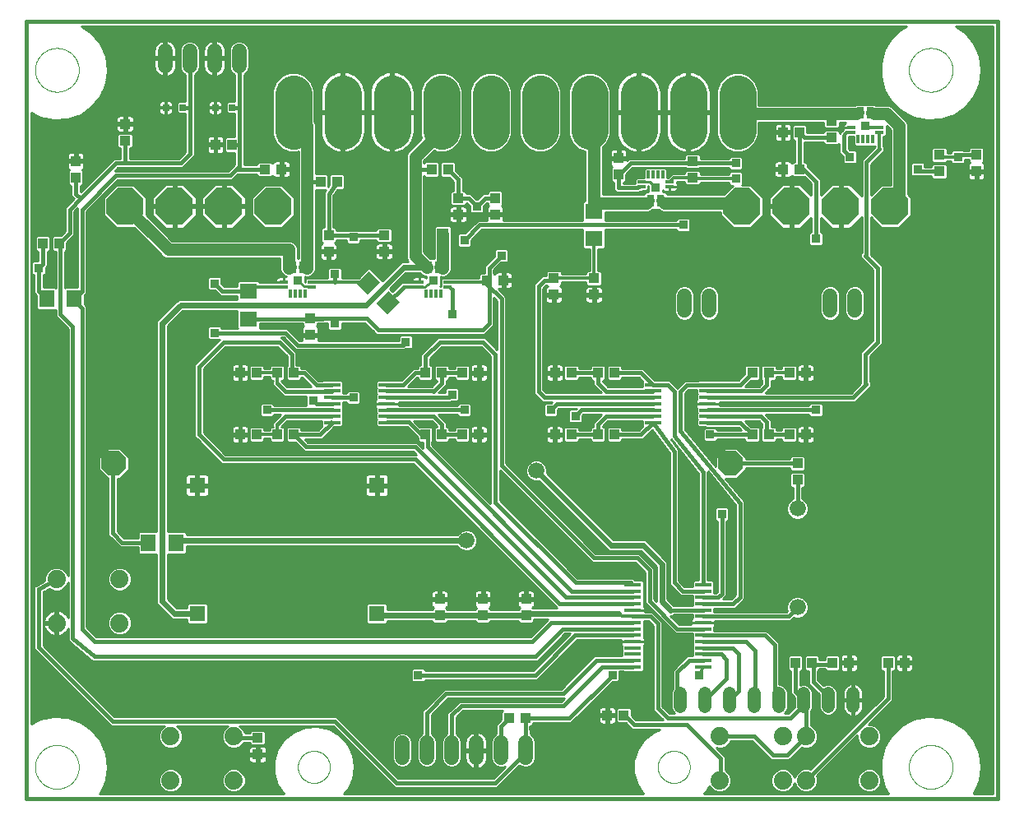
<source format=gtl>
G75*
%MOIN*%
%OFA0B0*%
%FSLAX25Y25*%
%IPPOS*%
%LPD*%
%AMOC8*
5,1,8,0,0,1.08239X$1,22.5*
%
%ADD10R,0.03150X0.05000*%
%ADD11R,0.03346X0.01181*%
%ADD12R,0.01181X0.03346*%
%ADD13C,0.15000*%
%ADD14R,0.03937X0.04331*%
%ADD15R,0.04331X0.03937*%
%ADD16R,0.07098X0.06299*%
%ADD17OC8,0.15000*%
%ADD18R,0.06600X0.01700*%
%ADD19R,0.06600X0.01400*%
%ADD20C,0.05200*%
%ADD21R,0.06496X0.06496*%
%ADD22C,0.05937*%
%ADD23R,0.06299X0.07098*%
%ADD24C,0.00000*%
%ADD25C,0.06000*%
%ADD26OC8,0.10000*%
%ADD27C,0.06600*%
%ADD28R,0.02600X0.02800*%
%ADD29C,0.07400*%
%ADD30C,0.01000*%
%ADD31R,0.04724X0.04724*%
%ADD32R,0.03169X0.03169*%
%ADD33R,0.03562X0.03562*%
%ADD34C,0.01200*%
%ADD35C,0.01600*%
%ADD36C,0.02400*%
%ADD37C,0.05000*%
%ADD38C,0.03200*%
D10*
X0124080Y0230970D03*
X0128017Y0230970D03*
X0179080Y0230970D03*
X0183017Y0230970D03*
X0269080Y0257840D03*
X0273017Y0257840D03*
X0354080Y0293470D03*
X0358017Y0293470D03*
D11*
X0361757Y0287564D03*
X0361757Y0285596D03*
X0350340Y0285596D03*
X0350340Y0287564D03*
X0276757Y0265714D03*
X0276757Y0263745D03*
X0265340Y0263745D03*
X0265340Y0265714D03*
X0186757Y0225064D03*
X0186757Y0223096D03*
X0175340Y0223096D03*
X0175340Y0225064D03*
X0131757Y0225064D03*
X0131757Y0223096D03*
X0120340Y0223096D03*
X0120340Y0225064D03*
D12*
X0123096Y0220340D03*
X0125064Y0220340D03*
X0127033Y0220340D03*
X0129001Y0220340D03*
X0178096Y0220340D03*
X0180064Y0220340D03*
X0182033Y0220340D03*
X0184001Y0220340D03*
X0268096Y0268470D03*
X0270064Y0268470D03*
X0272033Y0268470D03*
X0274001Y0268470D03*
X0353096Y0282840D03*
X0355064Y0282840D03*
X0357033Y0282840D03*
X0359001Y0282840D03*
D13*
X0304237Y0286344D02*
X0304237Y0301344D01*
X0284237Y0301344D02*
X0284237Y0286344D01*
X0264237Y0286344D02*
X0264237Y0301344D01*
X0244237Y0301344D02*
X0244237Y0286344D01*
X0224237Y0286344D02*
X0224237Y0301344D01*
X0204237Y0301344D02*
X0204237Y0286344D01*
X0184237Y0286344D02*
X0184237Y0301344D01*
X0164237Y0301344D02*
X0164237Y0286344D01*
X0144237Y0286344D02*
X0144237Y0301344D01*
X0124237Y0301344D02*
X0124237Y0286344D01*
D14*
X0135202Y0265655D03*
X0141895Y0265655D03*
X0138548Y0244001D03*
X0138548Y0237308D03*
X0131048Y0210251D03*
X0131048Y0203558D03*
X0124395Y0188155D03*
X0117702Y0188155D03*
X0109395Y0188155D03*
X0102702Y0188155D03*
X0102702Y0163155D03*
X0109395Y0163155D03*
X0117702Y0163155D03*
X0124395Y0163155D03*
X0177702Y0163155D03*
X0184395Y0163155D03*
X0192702Y0163155D03*
X0199395Y0163155D03*
X0199395Y0188155D03*
X0192702Y0188155D03*
X0184395Y0188155D03*
X0177702Y0188155D03*
X0230202Y0188155D03*
X0236895Y0188155D03*
X0247702Y0188155D03*
X0254395Y0188155D03*
X0254395Y0163155D03*
X0247702Y0163155D03*
X0236895Y0163155D03*
X0230202Y0163155D03*
X0229798Y0219808D03*
X0229798Y0226501D03*
X0206048Y0252308D03*
X0206048Y0259001D03*
X0186895Y0270655D03*
X0180202Y0270655D03*
X0256048Y0268558D03*
X0256048Y0275251D03*
X0322702Y0285655D03*
X0329395Y0285655D03*
X0401048Y0276501D03*
X0401048Y0269808D03*
X0331895Y0188155D03*
X0325202Y0188155D03*
X0316895Y0188155D03*
X0310202Y0188155D03*
X0310202Y0163155D03*
X0316895Y0163155D03*
X0325202Y0163155D03*
X0331895Y0163155D03*
X0334395Y0070655D03*
X0327702Y0070655D03*
X0342702Y0070655D03*
X0349395Y0070655D03*
X0365202Y0070655D03*
X0371895Y0070655D03*
X0258145Y0049405D03*
X0251452Y0049405D03*
X0218273Y0048115D03*
X0211580Y0048115D03*
X0218548Y0089808D03*
X0218548Y0096501D03*
X0201048Y0096501D03*
X0201048Y0089808D03*
X0183548Y0089808D03*
X0183548Y0096501D03*
X0029395Y0240655D03*
X0022702Y0240655D03*
X0036048Y0267308D03*
X0036048Y0274001D03*
X0092702Y0280655D03*
X0099395Y0280655D03*
D15*
X0112702Y0270655D03*
X0119395Y0270655D03*
X0161048Y0244001D03*
X0161048Y0237308D03*
X0191048Y0252308D03*
X0191048Y0259001D03*
X0202702Y0225655D03*
X0209395Y0225655D03*
X0246048Y0226501D03*
X0246048Y0219808D03*
X0286048Y0267308D03*
X0286048Y0274001D03*
X0322702Y0270655D03*
X0329395Y0270655D03*
X0342298Y0283558D03*
X0342298Y0290251D03*
X0386048Y0276501D03*
X0386048Y0269808D03*
X0328548Y0151501D03*
X0328548Y0144808D03*
X0109798Y0040251D03*
X0109798Y0033558D03*
X0056048Y0282308D03*
X0056048Y0289001D03*
D16*
X0106048Y0221253D03*
X0106048Y0210056D03*
X0246048Y0242556D03*
X0246048Y0253753D03*
D17*
X0306048Y0255655D03*
X0326048Y0255655D03*
X0346048Y0255655D03*
X0366048Y0255655D03*
X0116048Y0255655D03*
X0096048Y0255655D03*
X0076048Y0255655D03*
X0056048Y0255655D03*
D18*
X0261798Y0102289D03*
X0261798Y0099730D03*
X0261798Y0097171D03*
X0261798Y0094611D03*
X0261798Y0092052D03*
X0261798Y0089493D03*
X0261798Y0086934D03*
X0261798Y0084375D03*
X0261798Y0081816D03*
X0261798Y0079257D03*
X0261798Y0076698D03*
X0261798Y0074139D03*
X0261798Y0071580D03*
X0261798Y0069021D03*
X0290298Y0069021D03*
X0290298Y0071580D03*
X0290298Y0074139D03*
X0290298Y0076698D03*
X0290298Y0079257D03*
X0290298Y0081816D03*
X0290298Y0084375D03*
X0290298Y0086934D03*
X0290298Y0089493D03*
X0290298Y0092052D03*
X0290298Y0094611D03*
X0290298Y0097170D03*
X0290298Y0099730D03*
X0290298Y0102289D03*
D19*
X0292148Y0167978D03*
X0292148Y0170537D03*
X0292148Y0173096D03*
X0292148Y0175655D03*
X0292148Y0178214D03*
X0292148Y0180773D03*
X0292148Y0183332D03*
X0269948Y0183332D03*
X0269948Y0180773D03*
X0269948Y0178214D03*
X0269948Y0175655D03*
X0269948Y0173096D03*
X0269948Y0170537D03*
X0269948Y0167978D03*
X0162148Y0167978D03*
X0162148Y0170537D03*
X0162148Y0173096D03*
X0162148Y0175655D03*
X0162148Y0178214D03*
X0162148Y0180773D03*
X0162148Y0183332D03*
X0139948Y0183332D03*
X0139948Y0180773D03*
X0139948Y0178214D03*
X0139948Y0175655D03*
X0139948Y0173096D03*
X0139948Y0170537D03*
X0139948Y0167978D03*
D20*
X0281048Y0058255D02*
X0281048Y0053055D01*
X0291048Y0053055D02*
X0291048Y0058255D01*
X0301048Y0058255D02*
X0301048Y0053055D01*
X0311048Y0053055D02*
X0311048Y0058255D01*
X0321048Y0058255D02*
X0321048Y0053055D01*
X0331048Y0053055D02*
X0331048Y0058255D01*
X0341048Y0058255D02*
X0341048Y0053055D01*
X0351048Y0053055D02*
X0351048Y0058255D01*
D21*
X0158076Y0090635D03*
X0158076Y0142604D03*
X0085241Y0142604D03*
X0085241Y0090635D03*
D22*
X0282702Y0213474D02*
X0282702Y0219411D01*
X0292702Y0219411D02*
X0292702Y0213474D01*
X0341757Y0213474D02*
X0341757Y0219411D01*
X0351757Y0219411D02*
X0351757Y0213474D01*
X0102298Y0312686D02*
X0102298Y0318623D01*
X0092298Y0318623D02*
X0092298Y0312686D01*
X0082298Y0312686D02*
X0082298Y0318623D01*
X0072298Y0318623D02*
X0072298Y0312686D01*
D23*
G36*
X0154872Y0229349D02*
X0159326Y0224895D01*
X0154308Y0219877D01*
X0149854Y0224331D01*
X0154872Y0229349D01*
G37*
G36*
X0162789Y0221432D02*
X0167243Y0216978D01*
X0162225Y0211960D01*
X0157771Y0216414D01*
X0162789Y0221432D01*
G37*
X0076647Y0119405D03*
X0065450Y0119405D03*
X0035397Y0218155D03*
X0024200Y0218155D03*
D24*
X0019592Y0310930D02*
X0019595Y0311147D01*
X0019603Y0311365D01*
X0019616Y0311582D01*
X0019635Y0311798D01*
X0019659Y0312014D01*
X0019688Y0312230D01*
X0019722Y0312444D01*
X0019762Y0312658D01*
X0019807Y0312871D01*
X0019857Y0313082D01*
X0019913Y0313293D01*
X0019973Y0313501D01*
X0020039Y0313709D01*
X0020110Y0313914D01*
X0020186Y0314118D01*
X0020266Y0314320D01*
X0020352Y0314520D01*
X0020442Y0314717D01*
X0020538Y0314913D01*
X0020638Y0315106D01*
X0020743Y0315296D01*
X0020852Y0315484D01*
X0020966Y0315669D01*
X0021085Y0315851D01*
X0021208Y0316031D01*
X0021335Y0316207D01*
X0021467Y0316380D01*
X0021603Y0316549D01*
X0021743Y0316716D01*
X0021887Y0316879D01*
X0022035Y0317038D01*
X0022186Y0317194D01*
X0022342Y0317345D01*
X0022501Y0317493D01*
X0022664Y0317637D01*
X0022831Y0317777D01*
X0023000Y0317913D01*
X0023173Y0318045D01*
X0023349Y0318172D01*
X0023529Y0318295D01*
X0023711Y0318414D01*
X0023896Y0318528D01*
X0024084Y0318637D01*
X0024274Y0318742D01*
X0024467Y0318842D01*
X0024663Y0318938D01*
X0024860Y0319028D01*
X0025060Y0319114D01*
X0025262Y0319194D01*
X0025466Y0319270D01*
X0025671Y0319341D01*
X0025879Y0319407D01*
X0026087Y0319467D01*
X0026298Y0319523D01*
X0026509Y0319573D01*
X0026722Y0319618D01*
X0026936Y0319658D01*
X0027150Y0319692D01*
X0027366Y0319721D01*
X0027582Y0319745D01*
X0027798Y0319764D01*
X0028015Y0319777D01*
X0028233Y0319785D01*
X0028450Y0319788D01*
X0028667Y0319785D01*
X0028885Y0319777D01*
X0029102Y0319764D01*
X0029318Y0319745D01*
X0029534Y0319721D01*
X0029750Y0319692D01*
X0029964Y0319658D01*
X0030178Y0319618D01*
X0030391Y0319573D01*
X0030602Y0319523D01*
X0030813Y0319467D01*
X0031021Y0319407D01*
X0031229Y0319341D01*
X0031434Y0319270D01*
X0031638Y0319194D01*
X0031840Y0319114D01*
X0032040Y0319028D01*
X0032237Y0318938D01*
X0032433Y0318842D01*
X0032626Y0318742D01*
X0032816Y0318637D01*
X0033004Y0318528D01*
X0033189Y0318414D01*
X0033371Y0318295D01*
X0033551Y0318172D01*
X0033727Y0318045D01*
X0033900Y0317913D01*
X0034069Y0317777D01*
X0034236Y0317637D01*
X0034399Y0317493D01*
X0034558Y0317345D01*
X0034714Y0317194D01*
X0034865Y0317038D01*
X0035013Y0316879D01*
X0035157Y0316716D01*
X0035297Y0316549D01*
X0035433Y0316380D01*
X0035565Y0316207D01*
X0035692Y0316031D01*
X0035815Y0315851D01*
X0035934Y0315669D01*
X0036048Y0315484D01*
X0036157Y0315296D01*
X0036262Y0315106D01*
X0036362Y0314913D01*
X0036458Y0314717D01*
X0036548Y0314520D01*
X0036634Y0314320D01*
X0036714Y0314118D01*
X0036790Y0313914D01*
X0036861Y0313709D01*
X0036927Y0313501D01*
X0036987Y0313293D01*
X0037043Y0313082D01*
X0037093Y0312871D01*
X0037138Y0312658D01*
X0037178Y0312444D01*
X0037212Y0312230D01*
X0037241Y0312014D01*
X0037265Y0311798D01*
X0037284Y0311582D01*
X0037297Y0311365D01*
X0037305Y0311147D01*
X0037308Y0310930D01*
X0037305Y0310713D01*
X0037297Y0310495D01*
X0037284Y0310278D01*
X0037265Y0310062D01*
X0037241Y0309846D01*
X0037212Y0309630D01*
X0037178Y0309416D01*
X0037138Y0309202D01*
X0037093Y0308989D01*
X0037043Y0308778D01*
X0036987Y0308567D01*
X0036927Y0308359D01*
X0036861Y0308151D01*
X0036790Y0307946D01*
X0036714Y0307742D01*
X0036634Y0307540D01*
X0036548Y0307340D01*
X0036458Y0307143D01*
X0036362Y0306947D01*
X0036262Y0306754D01*
X0036157Y0306564D01*
X0036048Y0306376D01*
X0035934Y0306191D01*
X0035815Y0306009D01*
X0035692Y0305829D01*
X0035565Y0305653D01*
X0035433Y0305480D01*
X0035297Y0305311D01*
X0035157Y0305144D01*
X0035013Y0304981D01*
X0034865Y0304822D01*
X0034714Y0304666D01*
X0034558Y0304515D01*
X0034399Y0304367D01*
X0034236Y0304223D01*
X0034069Y0304083D01*
X0033900Y0303947D01*
X0033727Y0303815D01*
X0033551Y0303688D01*
X0033371Y0303565D01*
X0033189Y0303446D01*
X0033004Y0303332D01*
X0032816Y0303223D01*
X0032626Y0303118D01*
X0032433Y0303018D01*
X0032237Y0302922D01*
X0032040Y0302832D01*
X0031840Y0302746D01*
X0031638Y0302666D01*
X0031434Y0302590D01*
X0031229Y0302519D01*
X0031021Y0302453D01*
X0030813Y0302393D01*
X0030602Y0302337D01*
X0030391Y0302287D01*
X0030178Y0302242D01*
X0029964Y0302202D01*
X0029750Y0302168D01*
X0029534Y0302139D01*
X0029318Y0302115D01*
X0029102Y0302096D01*
X0028885Y0302083D01*
X0028667Y0302075D01*
X0028450Y0302072D01*
X0028233Y0302075D01*
X0028015Y0302083D01*
X0027798Y0302096D01*
X0027582Y0302115D01*
X0027366Y0302139D01*
X0027150Y0302168D01*
X0026936Y0302202D01*
X0026722Y0302242D01*
X0026509Y0302287D01*
X0026298Y0302337D01*
X0026087Y0302393D01*
X0025879Y0302453D01*
X0025671Y0302519D01*
X0025466Y0302590D01*
X0025262Y0302666D01*
X0025060Y0302746D01*
X0024860Y0302832D01*
X0024663Y0302922D01*
X0024467Y0303018D01*
X0024274Y0303118D01*
X0024084Y0303223D01*
X0023896Y0303332D01*
X0023711Y0303446D01*
X0023529Y0303565D01*
X0023349Y0303688D01*
X0023173Y0303815D01*
X0023000Y0303947D01*
X0022831Y0304083D01*
X0022664Y0304223D01*
X0022501Y0304367D01*
X0022342Y0304515D01*
X0022186Y0304666D01*
X0022035Y0304822D01*
X0021887Y0304981D01*
X0021743Y0305144D01*
X0021603Y0305311D01*
X0021467Y0305480D01*
X0021335Y0305653D01*
X0021208Y0305829D01*
X0021085Y0306009D01*
X0020966Y0306191D01*
X0020852Y0306376D01*
X0020743Y0306564D01*
X0020638Y0306754D01*
X0020538Y0306947D01*
X0020442Y0307143D01*
X0020352Y0307340D01*
X0020266Y0307540D01*
X0020186Y0307742D01*
X0020110Y0307946D01*
X0020039Y0308151D01*
X0019973Y0308359D01*
X0019913Y0308567D01*
X0019857Y0308778D01*
X0019807Y0308989D01*
X0019762Y0309202D01*
X0019722Y0309416D01*
X0019688Y0309630D01*
X0019659Y0309846D01*
X0019635Y0310062D01*
X0019616Y0310278D01*
X0019603Y0310495D01*
X0019595Y0310713D01*
X0019592Y0310930D01*
X0019592Y0028450D02*
X0019595Y0028667D01*
X0019603Y0028885D01*
X0019616Y0029102D01*
X0019635Y0029318D01*
X0019659Y0029534D01*
X0019688Y0029750D01*
X0019722Y0029964D01*
X0019762Y0030178D01*
X0019807Y0030391D01*
X0019857Y0030602D01*
X0019913Y0030813D01*
X0019973Y0031021D01*
X0020039Y0031229D01*
X0020110Y0031434D01*
X0020186Y0031638D01*
X0020266Y0031840D01*
X0020352Y0032040D01*
X0020442Y0032237D01*
X0020538Y0032433D01*
X0020638Y0032626D01*
X0020743Y0032816D01*
X0020852Y0033004D01*
X0020966Y0033189D01*
X0021085Y0033371D01*
X0021208Y0033551D01*
X0021335Y0033727D01*
X0021467Y0033900D01*
X0021603Y0034069D01*
X0021743Y0034236D01*
X0021887Y0034399D01*
X0022035Y0034558D01*
X0022186Y0034714D01*
X0022342Y0034865D01*
X0022501Y0035013D01*
X0022664Y0035157D01*
X0022831Y0035297D01*
X0023000Y0035433D01*
X0023173Y0035565D01*
X0023349Y0035692D01*
X0023529Y0035815D01*
X0023711Y0035934D01*
X0023896Y0036048D01*
X0024084Y0036157D01*
X0024274Y0036262D01*
X0024467Y0036362D01*
X0024663Y0036458D01*
X0024860Y0036548D01*
X0025060Y0036634D01*
X0025262Y0036714D01*
X0025466Y0036790D01*
X0025671Y0036861D01*
X0025879Y0036927D01*
X0026087Y0036987D01*
X0026298Y0037043D01*
X0026509Y0037093D01*
X0026722Y0037138D01*
X0026936Y0037178D01*
X0027150Y0037212D01*
X0027366Y0037241D01*
X0027582Y0037265D01*
X0027798Y0037284D01*
X0028015Y0037297D01*
X0028233Y0037305D01*
X0028450Y0037308D01*
X0028667Y0037305D01*
X0028885Y0037297D01*
X0029102Y0037284D01*
X0029318Y0037265D01*
X0029534Y0037241D01*
X0029750Y0037212D01*
X0029964Y0037178D01*
X0030178Y0037138D01*
X0030391Y0037093D01*
X0030602Y0037043D01*
X0030813Y0036987D01*
X0031021Y0036927D01*
X0031229Y0036861D01*
X0031434Y0036790D01*
X0031638Y0036714D01*
X0031840Y0036634D01*
X0032040Y0036548D01*
X0032237Y0036458D01*
X0032433Y0036362D01*
X0032626Y0036262D01*
X0032816Y0036157D01*
X0033004Y0036048D01*
X0033189Y0035934D01*
X0033371Y0035815D01*
X0033551Y0035692D01*
X0033727Y0035565D01*
X0033900Y0035433D01*
X0034069Y0035297D01*
X0034236Y0035157D01*
X0034399Y0035013D01*
X0034558Y0034865D01*
X0034714Y0034714D01*
X0034865Y0034558D01*
X0035013Y0034399D01*
X0035157Y0034236D01*
X0035297Y0034069D01*
X0035433Y0033900D01*
X0035565Y0033727D01*
X0035692Y0033551D01*
X0035815Y0033371D01*
X0035934Y0033189D01*
X0036048Y0033004D01*
X0036157Y0032816D01*
X0036262Y0032626D01*
X0036362Y0032433D01*
X0036458Y0032237D01*
X0036548Y0032040D01*
X0036634Y0031840D01*
X0036714Y0031638D01*
X0036790Y0031434D01*
X0036861Y0031229D01*
X0036927Y0031021D01*
X0036987Y0030813D01*
X0037043Y0030602D01*
X0037093Y0030391D01*
X0037138Y0030178D01*
X0037178Y0029964D01*
X0037212Y0029750D01*
X0037241Y0029534D01*
X0037265Y0029318D01*
X0037284Y0029102D01*
X0037297Y0028885D01*
X0037305Y0028667D01*
X0037308Y0028450D01*
X0037305Y0028233D01*
X0037297Y0028015D01*
X0037284Y0027798D01*
X0037265Y0027582D01*
X0037241Y0027366D01*
X0037212Y0027150D01*
X0037178Y0026936D01*
X0037138Y0026722D01*
X0037093Y0026509D01*
X0037043Y0026298D01*
X0036987Y0026087D01*
X0036927Y0025879D01*
X0036861Y0025671D01*
X0036790Y0025466D01*
X0036714Y0025262D01*
X0036634Y0025060D01*
X0036548Y0024860D01*
X0036458Y0024663D01*
X0036362Y0024467D01*
X0036262Y0024274D01*
X0036157Y0024084D01*
X0036048Y0023896D01*
X0035934Y0023711D01*
X0035815Y0023529D01*
X0035692Y0023349D01*
X0035565Y0023173D01*
X0035433Y0023000D01*
X0035297Y0022831D01*
X0035157Y0022664D01*
X0035013Y0022501D01*
X0034865Y0022342D01*
X0034714Y0022186D01*
X0034558Y0022035D01*
X0034399Y0021887D01*
X0034236Y0021743D01*
X0034069Y0021603D01*
X0033900Y0021467D01*
X0033727Y0021335D01*
X0033551Y0021208D01*
X0033371Y0021085D01*
X0033189Y0020966D01*
X0033004Y0020852D01*
X0032816Y0020743D01*
X0032626Y0020638D01*
X0032433Y0020538D01*
X0032237Y0020442D01*
X0032040Y0020352D01*
X0031840Y0020266D01*
X0031638Y0020186D01*
X0031434Y0020110D01*
X0031229Y0020039D01*
X0031021Y0019973D01*
X0030813Y0019913D01*
X0030602Y0019857D01*
X0030391Y0019807D01*
X0030178Y0019762D01*
X0029964Y0019722D01*
X0029750Y0019688D01*
X0029534Y0019659D01*
X0029318Y0019635D01*
X0029102Y0019616D01*
X0028885Y0019603D01*
X0028667Y0019595D01*
X0028450Y0019592D01*
X0028233Y0019595D01*
X0028015Y0019603D01*
X0027798Y0019616D01*
X0027582Y0019635D01*
X0027366Y0019659D01*
X0027150Y0019688D01*
X0026936Y0019722D01*
X0026722Y0019762D01*
X0026509Y0019807D01*
X0026298Y0019857D01*
X0026087Y0019913D01*
X0025879Y0019973D01*
X0025671Y0020039D01*
X0025466Y0020110D01*
X0025262Y0020186D01*
X0025060Y0020266D01*
X0024860Y0020352D01*
X0024663Y0020442D01*
X0024467Y0020538D01*
X0024274Y0020638D01*
X0024084Y0020743D01*
X0023896Y0020852D01*
X0023711Y0020966D01*
X0023529Y0021085D01*
X0023349Y0021208D01*
X0023173Y0021335D01*
X0023000Y0021467D01*
X0022831Y0021603D01*
X0022664Y0021743D01*
X0022501Y0021887D01*
X0022342Y0022035D01*
X0022186Y0022186D01*
X0022035Y0022342D01*
X0021887Y0022501D01*
X0021743Y0022664D01*
X0021603Y0022831D01*
X0021467Y0023000D01*
X0021335Y0023173D01*
X0021208Y0023349D01*
X0021085Y0023529D01*
X0020966Y0023711D01*
X0020852Y0023896D01*
X0020743Y0024084D01*
X0020638Y0024274D01*
X0020538Y0024467D01*
X0020442Y0024663D01*
X0020352Y0024860D01*
X0020266Y0025060D01*
X0020186Y0025262D01*
X0020110Y0025466D01*
X0020039Y0025671D01*
X0019973Y0025879D01*
X0019913Y0026087D01*
X0019857Y0026298D01*
X0019807Y0026509D01*
X0019762Y0026722D01*
X0019722Y0026936D01*
X0019688Y0027150D01*
X0019659Y0027366D01*
X0019635Y0027582D01*
X0019616Y0027798D01*
X0019603Y0028015D01*
X0019595Y0028233D01*
X0019592Y0028450D01*
X0126088Y0028450D02*
X0126090Y0028611D01*
X0126096Y0028771D01*
X0126106Y0028932D01*
X0126120Y0029092D01*
X0126138Y0029251D01*
X0126159Y0029411D01*
X0126185Y0029569D01*
X0126215Y0029727D01*
X0126248Y0029884D01*
X0126286Y0030041D01*
X0126327Y0030196D01*
X0126372Y0030350D01*
X0126421Y0030503D01*
X0126474Y0030655D01*
X0126530Y0030805D01*
X0126590Y0030954D01*
X0126654Y0031102D01*
X0126721Y0031248D01*
X0126792Y0031392D01*
X0126867Y0031534D01*
X0126945Y0031675D01*
X0127026Y0031813D01*
X0127111Y0031950D01*
X0127200Y0032084D01*
X0127291Y0032216D01*
X0127386Y0032346D01*
X0127484Y0032473D01*
X0127585Y0032598D01*
X0127689Y0032721D01*
X0127796Y0032840D01*
X0127906Y0032957D01*
X0128019Y0033072D01*
X0128135Y0033183D01*
X0128253Y0033292D01*
X0128374Y0033397D01*
X0128498Y0033500D01*
X0128624Y0033600D01*
X0128753Y0033696D01*
X0128884Y0033789D01*
X0129017Y0033879D01*
X0129152Y0033966D01*
X0129290Y0034049D01*
X0129429Y0034128D01*
X0129571Y0034205D01*
X0129714Y0034278D01*
X0129859Y0034347D01*
X0130006Y0034412D01*
X0130154Y0034474D01*
X0130304Y0034533D01*
X0130455Y0034587D01*
X0130607Y0034638D01*
X0130761Y0034685D01*
X0130916Y0034728D01*
X0131071Y0034767D01*
X0131228Y0034803D01*
X0131386Y0034835D01*
X0131544Y0034862D01*
X0131703Y0034886D01*
X0131862Y0034906D01*
X0132022Y0034922D01*
X0132183Y0034934D01*
X0132343Y0034942D01*
X0132504Y0034946D01*
X0132664Y0034946D01*
X0132825Y0034942D01*
X0132985Y0034934D01*
X0133146Y0034922D01*
X0133306Y0034906D01*
X0133465Y0034886D01*
X0133624Y0034862D01*
X0133782Y0034835D01*
X0133940Y0034803D01*
X0134097Y0034767D01*
X0134252Y0034728D01*
X0134407Y0034685D01*
X0134561Y0034638D01*
X0134713Y0034587D01*
X0134864Y0034533D01*
X0135014Y0034474D01*
X0135162Y0034412D01*
X0135309Y0034347D01*
X0135454Y0034278D01*
X0135597Y0034205D01*
X0135739Y0034128D01*
X0135878Y0034049D01*
X0136016Y0033966D01*
X0136151Y0033879D01*
X0136284Y0033789D01*
X0136415Y0033696D01*
X0136544Y0033600D01*
X0136670Y0033500D01*
X0136794Y0033397D01*
X0136915Y0033292D01*
X0137033Y0033183D01*
X0137149Y0033072D01*
X0137262Y0032957D01*
X0137372Y0032840D01*
X0137479Y0032721D01*
X0137583Y0032598D01*
X0137684Y0032473D01*
X0137782Y0032346D01*
X0137877Y0032216D01*
X0137968Y0032084D01*
X0138057Y0031950D01*
X0138142Y0031813D01*
X0138223Y0031675D01*
X0138301Y0031534D01*
X0138376Y0031392D01*
X0138447Y0031248D01*
X0138514Y0031102D01*
X0138578Y0030954D01*
X0138638Y0030805D01*
X0138694Y0030655D01*
X0138747Y0030503D01*
X0138796Y0030350D01*
X0138841Y0030196D01*
X0138882Y0030041D01*
X0138920Y0029884D01*
X0138953Y0029727D01*
X0138983Y0029569D01*
X0139009Y0029411D01*
X0139030Y0029251D01*
X0139048Y0029092D01*
X0139062Y0028932D01*
X0139072Y0028771D01*
X0139078Y0028611D01*
X0139080Y0028450D01*
X0139078Y0028289D01*
X0139072Y0028129D01*
X0139062Y0027968D01*
X0139048Y0027808D01*
X0139030Y0027649D01*
X0139009Y0027489D01*
X0138983Y0027331D01*
X0138953Y0027173D01*
X0138920Y0027016D01*
X0138882Y0026859D01*
X0138841Y0026704D01*
X0138796Y0026550D01*
X0138747Y0026397D01*
X0138694Y0026245D01*
X0138638Y0026095D01*
X0138578Y0025946D01*
X0138514Y0025798D01*
X0138447Y0025652D01*
X0138376Y0025508D01*
X0138301Y0025366D01*
X0138223Y0025225D01*
X0138142Y0025087D01*
X0138057Y0024950D01*
X0137968Y0024816D01*
X0137877Y0024684D01*
X0137782Y0024554D01*
X0137684Y0024427D01*
X0137583Y0024302D01*
X0137479Y0024179D01*
X0137372Y0024060D01*
X0137262Y0023943D01*
X0137149Y0023828D01*
X0137033Y0023717D01*
X0136915Y0023608D01*
X0136794Y0023503D01*
X0136670Y0023400D01*
X0136544Y0023300D01*
X0136415Y0023204D01*
X0136284Y0023111D01*
X0136151Y0023021D01*
X0136016Y0022934D01*
X0135878Y0022851D01*
X0135739Y0022772D01*
X0135597Y0022695D01*
X0135454Y0022622D01*
X0135309Y0022553D01*
X0135162Y0022488D01*
X0135014Y0022426D01*
X0134864Y0022367D01*
X0134713Y0022313D01*
X0134561Y0022262D01*
X0134407Y0022215D01*
X0134252Y0022172D01*
X0134097Y0022133D01*
X0133940Y0022097D01*
X0133782Y0022065D01*
X0133624Y0022038D01*
X0133465Y0022014D01*
X0133306Y0021994D01*
X0133146Y0021978D01*
X0132985Y0021966D01*
X0132825Y0021958D01*
X0132664Y0021954D01*
X0132504Y0021954D01*
X0132343Y0021958D01*
X0132183Y0021966D01*
X0132022Y0021978D01*
X0131862Y0021994D01*
X0131703Y0022014D01*
X0131544Y0022038D01*
X0131386Y0022065D01*
X0131228Y0022097D01*
X0131071Y0022133D01*
X0130916Y0022172D01*
X0130761Y0022215D01*
X0130607Y0022262D01*
X0130455Y0022313D01*
X0130304Y0022367D01*
X0130154Y0022426D01*
X0130006Y0022488D01*
X0129859Y0022553D01*
X0129714Y0022622D01*
X0129571Y0022695D01*
X0129429Y0022772D01*
X0129290Y0022851D01*
X0129152Y0022934D01*
X0129017Y0023021D01*
X0128884Y0023111D01*
X0128753Y0023204D01*
X0128624Y0023300D01*
X0128498Y0023400D01*
X0128374Y0023503D01*
X0128253Y0023608D01*
X0128135Y0023717D01*
X0128019Y0023828D01*
X0127906Y0023943D01*
X0127796Y0024060D01*
X0127689Y0024179D01*
X0127585Y0024302D01*
X0127484Y0024427D01*
X0127386Y0024554D01*
X0127291Y0024684D01*
X0127200Y0024816D01*
X0127111Y0024950D01*
X0127026Y0025087D01*
X0126945Y0025225D01*
X0126867Y0025366D01*
X0126792Y0025508D01*
X0126721Y0025652D01*
X0126654Y0025798D01*
X0126590Y0025946D01*
X0126530Y0026095D01*
X0126474Y0026245D01*
X0126421Y0026397D01*
X0126372Y0026550D01*
X0126327Y0026704D01*
X0126286Y0026859D01*
X0126248Y0027016D01*
X0126215Y0027173D01*
X0126185Y0027331D01*
X0126159Y0027489D01*
X0126138Y0027649D01*
X0126120Y0027808D01*
X0126106Y0027968D01*
X0126096Y0028129D01*
X0126090Y0028289D01*
X0126088Y0028450D01*
X0271954Y0028450D02*
X0271956Y0028611D01*
X0271962Y0028771D01*
X0271972Y0028932D01*
X0271986Y0029092D01*
X0272004Y0029251D01*
X0272025Y0029411D01*
X0272051Y0029569D01*
X0272081Y0029727D01*
X0272114Y0029884D01*
X0272152Y0030041D01*
X0272193Y0030196D01*
X0272238Y0030350D01*
X0272287Y0030503D01*
X0272340Y0030655D01*
X0272396Y0030805D01*
X0272456Y0030954D01*
X0272520Y0031102D01*
X0272587Y0031248D01*
X0272658Y0031392D01*
X0272733Y0031534D01*
X0272811Y0031675D01*
X0272892Y0031813D01*
X0272977Y0031950D01*
X0273066Y0032084D01*
X0273157Y0032216D01*
X0273252Y0032346D01*
X0273350Y0032473D01*
X0273451Y0032598D01*
X0273555Y0032721D01*
X0273662Y0032840D01*
X0273772Y0032957D01*
X0273885Y0033072D01*
X0274001Y0033183D01*
X0274119Y0033292D01*
X0274240Y0033397D01*
X0274364Y0033500D01*
X0274490Y0033600D01*
X0274619Y0033696D01*
X0274750Y0033789D01*
X0274883Y0033879D01*
X0275018Y0033966D01*
X0275156Y0034049D01*
X0275295Y0034128D01*
X0275437Y0034205D01*
X0275580Y0034278D01*
X0275725Y0034347D01*
X0275872Y0034412D01*
X0276020Y0034474D01*
X0276170Y0034533D01*
X0276321Y0034587D01*
X0276473Y0034638D01*
X0276627Y0034685D01*
X0276782Y0034728D01*
X0276937Y0034767D01*
X0277094Y0034803D01*
X0277252Y0034835D01*
X0277410Y0034862D01*
X0277569Y0034886D01*
X0277728Y0034906D01*
X0277888Y0034922D01*
X0278049Y0034934D01*
X0278209Y0034942D01*
X0278370Y0034946D01*
X0278530Y0034946D01*
X0278691Y0034942D01*
X0278851Y0034934D01*
X0279012Y0034922D01*
X0279172Y0034906D01*
X0279331Y0034886D01*
X0279490Y0034862D01*
X0279648Y0034835D01*
X0279806Y0034803D01*
X0279963Y0034767D01*
X0280118Y0034728D01*
X0280273Y0034685D01*
X0280427Y0034638D01*
X0280579Y0034587D01*
X0280730Y0034533D01*
X0280880Y0034474D01*
X0281028Y0034412D01*
X0281175Y0034347D01*
X0281320Y0034278D01*
X0281463Y0034205D01*
X0281605Y0034128D01*
X0281744Y0034049D01*
X0281882Y0033966D01*
X0282017Y0033879D01*
X0282150Y0033789D01*
X0282281Y0033696D01*
X0282410Y0033600D01*
X0282536Y0033500D01*
X0282660Y0033397D01*
X0282781Y0033292D01*
X0282899Y0033183D01*
X0283015Y0033072D01*
X0283128Y0032957D01*
X0283238Y0032840D01*
X0283345Y0032721D01*
X0283449Y0032598D01*
X0283550Y0032473D01*
X0283648Y0032346D01*
X0283743Y0032216D01*
X0283834Y0032084D01*
X0283923Y0031950D01*
X0284008Y0031813D01*
X0284089Y0031675D01*
X0284167Y0031534D01*
X0284242Y0031392D01*
X0284313Y0031248D01*
X0284380Y0031102D01*
X0284444Y0030954D01*
X0284504Y0030805D01*
X0284560Y0030655D01*
X0284613Y0030503D01*
X0284662Y0030350D01*
X0284707Y0030196D01*
X0284748Y0030041D01*
X0284786Y0029884D01*
X0284819Y0029727D01*
X0284849Y0029569D01*
X0284875Y0029411D01*
X0284896Y0029251D01*
X0284914Y0029092D01*
X0284928Y0028932D01*
X0284938Y0028771D01*
X0284944Y0028611D01*
X0284946Y0028450D01*
X0284944Y0028289D01*
X0284938Y0028129D01*
X0284928Y0027968D01*
X0284914Y0027808D01*
X0284896Y0027649D01*
X0284875Y0027489D01*
X0284849Y0027331D01*
X0284819Y0027173D01*
X0284786Y0027016D01*
X0284748Y0026859D01*
X0284707Y0026704D01*
X0284662Y0026550D01*
X0284613Y0026397D01*
X0284560Y0026245D01*
X0284504Y0026095D01*
X0284444Y0025946D01*
X0284380Y0025798D01*
X0284313Y0025652D01*
X0284242Y0025508D01*
X0284167Y0025366D01*
X0284089Y0025225D01*
X0284008Y0025087D01*
X0283923Y0024950D01*
X0283834Y0024816D01*
X0283743Y0024684D01*
X0283648Y0024554D01*
X0283550Y0024427D01*
X0283449Y0024302D01*
X0283345Y0024179D01*
X0283238Y0024060D01*
X0283128Y0023943D01*
X0283015Y0023828D01*
X0282899Y0023717D01*
X0282781Y0023608D01*
X0282660Y0023503D01*
X0282536Y0023400D01*
X0282410Y0023300D01*
X0282281Y0023204D01*
X0282150Y0023111D01*
X0282017Y0023021D01*
X0281882Y0022934D01*
X0281744Y0022851D01*
X0281605Y0022772D01*
X0281463Y0022695D01*
X0281320Y0022622D01*
X0281175Y0022553D01*
X0281028Y0022488D01*
X0280880Y0022426D01*
X0280730Y0022367D01*
X0280579Y0022313D01*
X0280427Y0022262D01*
X0280273Y0022215D01*
X0280118Y0022172D01*
X0279963Y0022133D01*
X0279806Y0022097D01*
X0279648Y0022065D01*
X0279490Y0022038D01*
X0279331Y0022014D01*
X0279172Y0021994D01*
X0279012Y0021978D01*
X0278851Y0021966D01*
X0278691Y0021958D01*
X0278530Y0021954D01*
X0278370Y0021954D01*
X0278209Y0021958D01*
X0278049Y0021966D01*
X0277888Y0021978D01*
X0277728Y0021994D01*
X0277569Y0022014D01*
X0277410Y0022038D01*
X0277252Y0022065D01*
X0277094Y0022097D01*
X0276937Y0022133D01*
X0276782Y0022172D01*
X0276627Y0022215D01*
X0276473Y0022262D01*
X0276321Y0022313D01*
X0276170Y0022367D01*
X0276020Y0022426D01*
X0275872Y0022488D01*
X0275725Y0022553D01*
X0275580Y0022622D01*
X0275437Y0022695D01*
X0275295Y0022772D01*
X0275156Y0022851D01*
X0275018Y0022934D01*
X0274883Y0023021D01*
X0274750Y0023111D01*
X0274619Y0023204D01*
X0274490Y0023300D01*
X0274364Y0023400D01*
X0274240Y0023503D01*
X0274119Y0023608D01*
X0274001Y0023717D01*
X0273885Y0023828D01*
X0273772Y0023943D01*
X0273662Y0024060D01*
X0273555Y0024179D01*
X0273451Y0024302D01*
X0273350Y0024427D01*
X0273252Y0024554D01*
X0273157Y0024684D01*
X0273066Y0024816D01*
X0272977Y0024950D01*
X0272892Y0025087D01*
X0272811Y0025225D01*
X0272733Y0025366D01*
X0272658Y0025508D01*
X0272587Y0025652D01*
X0272520Y0025798D01*
X0272456Y0025946D01*
X0272396Y0026095D01*
X0272340Y0026245D01*
X0272287Y0026397D01*
X0272238Y0026550D01*
X0272193Y0026704D01*
X0272152Y0026859D01*
X0272114Y0027016D01*
X0272081Y0027173D01*
X0272051Y0027331D01*
X0272025Y0027489D01*
X0272004Y0027649D01*
X0271986Y0027808D01*
X0271972Y0027968D01*
X0271962Y0028129D01*
X0271956Y0028289D01*
X0271954Y0028450D01*
X0373726Y0028450D02*
X0373729Y0028667D01*
X0373737Y0028885D01*
X0373750Y0029102D01*
X0373769Y0029318D01*
X0373793Y0029534D01*
X0373822Y0029750D01*
X0373856Y0029964D01*
X0373896Y0030178D01*
X0373941Y0030391D01*
X0373991Y0030602D01*
X0374047Y0030813D01*
X0374107Y0031021D01*
X0374173Y0031229D01*
X0374244Y0031434D01*
X0374320Y0031638D01*
X0374400Y0031840D01*
X0374486Y0032040D01*
X0374576Y0032237D01*
X0374672Y0032433D01*
X0374772Y0032626D01*
X0374877Y0032816D01*
X0374986Y0033004D01*
X0375100Y0033189D01*
X0375219Y0033371D01*
X0375342Y0033551D01*
X0375469Y0033727D01*
X0375601Y0033900D01*
X0375737Y0034069D01*
X0375877Y0034236D01*
X0376021Y0034399D01*
X0376169Y0034558D01*
X0376320Y0034714D01*
X0376476Y0034865D01*
X0376635Y0035013D01*
X0376798Y0035157D01*
X0376965Y0035297D01*
X0377134Y0035433D01*
X0377307Y0035565D01*
X0377483Y0035692D01*
X0377663Y0035815D01*
X0377845Y0035934D01*
X0378030Y0036048D01*
X0378218Y0036157D01*
X0378408Y0036262D01*
X0378601Y0036362D01*
X0378797Y0036458D01*
X0378994Y0036548D01*
X0379194Y0036634D01*
X0379396Y0036714D01*
X0379600Y0036790D01*
X0379805Y0036861D01*
X0380013Y0036927D01*
X0380221Y0036987D01*
X0380432Y0037043D01*
X0380643Y0037093D01*
X0380856Y0037138D01*
X0381070Y0037178D01*
X0381284Y0037212D01*
X0381500Y0037241D01*
X0381716Y0037265D01*
X0381932Y0037284D01*
X0382149Y0037297D01*
X0382367Y0037305D01*
X0382584Y0037308D01*
X0382801Y0037305D01*
X0383019Y0037297D01*
X0383236Y0037284D01*
X0383452Y0037265D01*
X0383668Y0037241D01*
X0383884Y0037212D01*
X0384098Y0037178D01*
X0384312Y0037138D01*
X0384525Y0037093D01*
X0384736Y0037043D01*
X0384947Y0036987D01*
X0385155Y0036927D01*
X0385363Y0036861D01*
X0385568Y0036790D01*
X0385772Y0036714D01*
X0385974Y0036634D01*
X0386174Y0036548D01*
X0386371Y0036458D01*
X0386567Y0036362D01*
X0386760Y0036262D01*
X0386950Y0036157D01*
X0387138Y0036048D01*
X0387323Y0035934D01*
X0387505Y0035815D01*
X0387685Y0035692D01*
X0387861Y0035565D01*
X0388034Y0035433D01*
X0388203Y0035297D01*
X0388370Y0035157D01*
X0388533Y0035013D01*
X0388692Y0034865D01*
X0388848Y0034714D01*
X0388999Y0034558D01*
X0389147Y0034399D01*
X0389291Y0034236D01*
X0389431Y0034069D01*
X0389567Y0033900D01*
X0389699Y0033727D01*
X0389826Y0033551D01*
X0389949Y0033371D01*
X0390068Y0033189D01*
X0390182Y0033004D01*
X0390291Y0032816D01*
X0390396Y0032626D01*
X0390496Y0032433D01*
X0390592Y0032237D01*
X0390682Y0032040D01*
X0390768Y0031840D01*
X0390848Y0031638D01*
X0390924Y0031434D01*
X0390995Y0031229D01*
X0391061Y0031021D01*
X0391121Y0030813D01*
X0391177Y0030602D01*
X0391227Y0030391D01*
X0391272Y0030178D01*
X0391312Y0029964D01*
X0391346Y0029750D01*
X0391375Y0029534D01*
X0391399Y0029318D01*
X0391418Y0029102D01*
X0391431Y0028885D01*
X0391439Y0028667D01*
X0391442Y0028450D01*
X0391439Y0028233D01*
X0391431Y0028015D01*
X0391418Y0027798D01*
X0391399Y0027582D01*
X0391375Y0027366D01*
X0391346Y0027150D01*
X0391312Y0026936D01*
X0391272Y0026722D01*
X0391227Y0026509D01*
X0391177Y0026298D01*
X0391121Y0026087D01*
X0391061Y0025879D01*
X0390995Y0025671D01*
X0390924Y0025466D01*
X0390848Y0025262D01*
X0390768Y0025060D01*
X0390682Y0024860D01*
X0390592Y0024663D01*
X0390496Y0024467D01*
X0390396Y0024274D01*
X0390291Y0024084D01*
X0390182Y0023896D01*
X0390068Y0023711D01*
X0389949Y0023529D01*
X0389826Y0023349D01*
X0389699Y0023173D01*
X0389567Y0023000D01*
X0389431Y0022831D01*
X0389291Y0022664D01*
X0389147Y0022501D01*
X0388999Y0022342D01*
X0388848Y0022186D01*
X0388692Y0022035D01*
X0388533Y0021887D01*
X0388370Y0021743D01*
X0388203Y0021603D01*
X0388034Y0021467D01*
X0387861Y0021335D01*
X0387685Y0021208D01*
X0387505Y0021085D01*
X0387323Y0020966D01*
X0387138Y0020852D01*
X0386950Y0020743D01*
X0386760Y0020638D01*
X0386567Y0020538D01*
X0386371Y0020442D01*
X0386174Y0020352D01*
X0385974Y0020266D01*
X0385772Y0020186D01*
X0385568Y0020110D01*
X0385363Y0020039D01*
X0385155Y0019973D01*
X0384947Y0019913D01*
X0384736Y0019857D01*
X0384525Y0019807D01*
X0384312Y0019762D01*
X0384098Y0019722D01*
X0383884Y0019688D01*
X0383668Y0019659D01*
X0383452Y0019635D01*
X0383236Y0019616D01*
X0383019Y0019603D01*
X0382801Y0019595D01*
X0382584Y0019592D01*
X0382367Y0019595D01*
X0382149Y0019603D01*
X0381932Y0019616D01*
X0381716Y0019635D01*
X0381500Y0019659D01*
X0381284Y0019688D01*
X0381070Y0019722D01*
X0380856Y0019762D01*
X0380643Y0019807D01*
X0380432Y0019857D01*
X0380221Y0019913D01*
X0380013Y0019973D01*
X0379805Y0020039D01*
X0379600Y0020110D01*
X0379396Y0020186D01*
X0379194Y0020266D01*
X0378994Y0020352D01*
X0378797Y0020442D01*
X0378601Y0020538D01*
X0378408Y0020638D01*
X0378218Y0020743D01*
X0378030Y0020852D01*
X0377845Y0020966D01*
X0377663Y0021085D01*
X0377483Y0021208D01*
X0377307Y0021335D01*
X0377134Y0021467D01*
X0376965Y0021603D01*
X0376798Y0021743D01*
X0376635Y0021887D01*
X0376476Y0022035D01*
X0376320Y0022186D01*
X0376169Y0022342D01*
X0376021Y0022501D01*
X0375877Y0022664D01*
X0375737Y0022831D01*
X0375601Y0023000D01*
X0375469Y0023173D01*
X0375342Y0023349D01*
X0375219Y0023529D01*
X0375100Y0023711D01*
X0374986Y0023896D01*
X0374877Y0024084D01*
X0374772Y0024274D01*
X0374672Y0024467D01*
X0374576Y0024663D01*
X0374486Y0024860D01*
X0374400Y0025060D01*
X0374320Y0025262D01*
X0374244Y0025466D01*
X0374173Y0025671D01*
X0374107Y0025879D01*
X0374047Y0026087D01*
X0373991Y0026298D01*
X0373941Y0026509D01*
X0373896Y0026722D01*
X0373856Y0026936D01*
X0373822Y0027150D01*
X0373793Y0027366D01*
X0373769Y0027582D01*
X0373750Y0027798D01*
X0373737Y0028015D01*
X0373729Y0028233D01*
X0373726Y0028450D01*
X0373726Y0310930D02*
X0373729Y0311147D01*
X0373737Y0311365D01*
X0373750Y0311582D01*
X0373769Y0311798D01*
X0373793Y0312014D01*
X0373822Y0312230D01*
X0373856Y0312444D01*
X0373896Y0312658D01*
X0373941Y0312871D01*
X0373991Y0313082D01*
X0374047Y0313293D01*
X0374107Y0313501D01*
X0374173Y0313709D01*
X0374244Y0313914D01*
X0374320Y0314118D01*
X0374400Y0314320D01*
X0374486Y0314520D01*
X0374576Y0314717D01*
X0374672Y0314913D01*
X0374772Y0315106D01*
X0374877Y0315296D01*
X0374986Y0315484D01*
X0375100Y0315669D01*
X0375219Y0315851D01*
X0375342Y0316031D01*
X0375469Y0316207D01*
X0375601Y0316380D01*
X0375737Y0316549D01*
X0375877Y0316716D01*
X0376021Y0316879D01*
X0376169Y0317038D01*
X0376320Y0317194D01*
X0376476Y0317345D01*
X0376635Y0317493D01*
X0376798Y0317637D01*
X0376965Y0317777D01*
X0377134Y0317913D01*
X0377307Y0318045D01*
X0377483Y0318172D01*
X0377663Y0318295D01*
X0377845Y0318414D01*
X0378030Y0318528D01*
X0378218Y0318637D01*
X0378408Y0318742D01*
X0378601Y0318842D01*
X0378797Y0318938D01*
X0378994Y0319028D01*
X0379194Y0319114D01*
X0379396Y0319194D01*
X0379600Y0319270D01*
X0379805Y0319341D01*
X0380013Y0319407D01*
X0380221Y0319467D01*
X0380432Y0319523D01*
X0380643Y0319573D01*
X0380856Y0319618D01*
X0381070Y0319658D01*
X0381284Y0319692D01*
X0381500Y0319721D01*
X0381716Y0319745D01*
X0381932Y0319764D01*
X0382149Y0319777D01*
X0382367Y0319785D01*
X0382584Y0319788D01*
X0382801Y0319785D01*
X0383019Y0319777D01*
X0383236Y0319764D01*
X0383452Y0319745D01*
X0383668Y0319721D01*
X0383884Y0319692D01*
X0384098Y0319658D01*
X0384312Y0319618D01*
X0384525Y0319573D01*
X0384736Y0319523D01*
X0384947Y0319467D01*
X0385155Y0319407D01*
X0385363Y0319341D01*
X0385568Y0319270D01*
X0385772Y0319194D01*
X0385974Y0319114D01*
X0386174Y0319028D01*
X0386371Y0318938D01*
X0386567Y0318842D01*
X0386760Y0318742D01*
X0386950Y0318637D01*
X0387138Y0318528D01*
X0387323Y0318414D01*
X0387505Y0318295D01*
X0387685Y0318172D01*
X0387861Y0318045D01*
X0388034Y0317913D01*
X0388203Y0317777D01*
X0388370Y0317637D01*
X0388533Y0317493D01*
X0388692Y0317345D01*
X0388848Y0317194D01*
X0388999Y0317038D01*
X0389147Y0316879D01*
X0389291Y0316716D01*
X0389431Y0316549D01*
X0389567Y0316380D01*
X0389699Y0316207D01*
X0389826Y0316031D01*
X0389949Y0315851D01*
X0390068Y0315669D01*
X0390182Y0315484D01*
X0390291Y0315296D01*
X0390396Y0315106D01*
X0390496Y0314913D01*
X0390592Y0314717D01*
X0390682Y0314520D01*
X0390768Y0314320D01*
X0390848Y0314118D01*
X0390924Y0313914D01*
X0390995Y0313709D01*
X0391061Y0313501D01*
X0391121Y0313293D01*
X0391177Y0313082D01*
X0391227Y0312871D01*
X0391272Y0312658D01*
X0391312Y0312444D01*
X0391346Y0312230D01*
X0391375Y0312014D01*
X0391399Y0311798D01*
X0391418Y0311582D01*
X0391431Y0311365D01*
X0391439Y0311147D01*
X0391442Y0310930D01*
X0391439Y0310713D01*
X0391431Y0310495D01*
X0391418Y0310278D01*
X0391399Y0310062D01*
X0391375Y0309846D01*
X0391346Y0309630D01*
X0391312Y0309416D01*
X0391272Y0309202D01*
X0391227Y0308989D01*
X0391177Y0308778D01*
X0391121Y0308567D01*
X0391061Y0308359D01*
X0390995Y0308151D01*
X0390924Y0307946D01*
X0390848Y0307742D01*
X0390768Y0307540D01*
X0390682Y0307340D01*
X0390592Y0307143D01*
X0390496Y0306947D01*
X0390396Y0306754D01*
X0390291Y0306564D01*
X0390182Y0306376D01*
X0390068Y0306191D01*
X0389949Y0306009D01*
X0389826Y0305829D01*
X0389699Y0305653D01*
X0389567Y0305480D01*
X0389431Y0305311D01*
X0389291Y0305144D01*
X0389147Y0304981D01*
X0388999Y0304822D01*
X0388848Y0304666D01*
X0388692Y0304515D01*
X0388533Y0304367D01*
X0388370Y0304223D01*
X0388203Y0304083D01*
X0388034Y0303947D01*
X0387861Y0303815D01*
X0387685Y0303688D01*
X0387505Y0303565D01*
X0387323Y0303446D01*
X0387138Y0303332D01*
X0386950Y0303223D01*
X0386760Y0303118D01*
X0386567Y0303018D01*
X0386371Y0302922D01*
X0386174Y0302832D01*
X0385974Y0302746D01*
X0385772Y0302666D01*
X0385568Y0302590D01*
X0385363Y0302519D01*
X0385155Y0302453D01*
X0384947Y0302393D01*
X0384736Y0302337D01*
X0384525Y0302287D01*
X0384312Y0302242D01*
X0384098Y0302202D01*
X0383884Y0302168D01*
X0383668Y0302139D01*
X0383452Y0302115D01*
X0383236Y0302096D01*
X0383019Y0302083D01*
X0382801Y0302075D01*
X0382584Y0302072D01*
X0382367Y0302075D01*
X0382149Y0302083D01*
X0381932Y0302096D01*
X0381716Y0302115D01*
X0381500Y0302139D01*
X0381284Y0302168D01*
X0381070Y0302202D01*
X0380856Y0302242D01*
X0380643Y0302287D01*
X0380432Y0302337D01*
X0380221Y0302393D01*
X0380013Y0302453D01*
X0379805Y0302519D01*
X0379600Y0302590D01*
X0379396Y0302666D01*
X0379194Y0302746D01*
X0378994Y0302832D01*
X0378797Y0302922D01*
X0378601Y0303018D01*
X0378408Y0303118D01*
X0378218Y0303223D01*
X0378030Y0303332D01*
X0377845Y0303446D01*
X0377663Y0303565D01*
X0377483Y0303688D01*
X0377307Y0303815D01*
X0377134Y0303947D01*
X0376965Y0304083D01*
X0376798Y0304223D01*
X0376635Y0304367D01*
X0376476Y0304515D01*
X0376320Y0304666D01*
X0376169Y0304822D01*
X0376021Y0304981D01*
X0375877Y0305144D01*
X0375737Y0305311D01*
X0375601Y0305480D01*
X0375469Y0305653D01*
X0375342Y0305829D01*
X0375219Y0306009D01*
X0375100Y0306191D01*
X0374986Y0306376D01*
X0374877Y0306564D01*
X0374772Y0306754D01*
X0374672Y0306947D01*
X0374576Y0307143D01*
X0374486Y0307340D01*
X0374400Y0307540D01*
X0374320Y0307742D01*
X0374244Y0307946D01*
X0374173Y0308151D01*
X0374107Y0308359D01*
X0374047Y0308567D01*
X0373991Y0308778D01*
X0373941Y0308989D01*
X0373896Y0309202D01*
X0373856Y0309416D01*
X0373822Y0309630D01*
X0373793Y0309846D01*
X0373769Y0310062D01*
X0373750Y0310278D01*
X0373737Y0310495D01*
X0373729Y0310713D01*
X0373726Y0310930D01*
D25*
X0218352Y0038261D02*
X0218352Y0032261D01*
X0208352Y0032261D02*
X0208352Y0038261D01*
X0198352Y0038261D02*
X0198352Y0032261D01*
X0188352Y0032261D02*
X0188352Y0038261D01*
X0178352Y0038261D02*
X0178352Y0032261D01*
X0168352Y0032261D02*
X0168352Y0038261D01*
D26*
X0051481Y0151481D03*
X0301481Y0151481D03*
D27*
X0328548Y0133155D03*
X0328548Y0093155D03*
X0222691Y0148547D03*
X0194406Y0120263D03*
D28*
X0099498Y0295655D03*
X0092598Y0295655D03*
X0079498Y0295655D03*
X0072598Y0295655D03*
D29*
X0053848Y0104555D03*
X0053848Y0086755D03*
X0028248Y0086755D03*
X0028248Y0104555D03*
X0074498Y0040805D03*
X0074498Y0023005D03*
X0100098Y0023005D03*
X0100098Y0040805D03*
X0296998Y0040805D03*
X0296998Y0023005D03*
X0322598Y0023005D03*
X0331998Y0023005D03*
X0331998Y0040805D03*
X0322598Y0040805D03*
X0357598Y0040805D03*
X0357598Y0023005D03*
D30*
X0354166Y0019649D02*
X0335431Y0019649D01*
X0336068Y0020286D02*
X0336798Y0022050D01*
X0336798Y0023959D01*
X0336459Y0024778D01*
X0352798Y0041118D01*
X0352798Y0039850D01*
X0353529Y0038086D01*
X0354879Y0036735D01*
X0356644Y0036005D01*
X0358553Y0036005D01*
X0360317Y0036735D01*
X0361668Y0038086D01*
X0362398Y0039850D01*
X0362398Y0041759D01*
X0361668Y0043524D01*
X0360317Y0044874D01*
X0358553Y0045605D01*
X0357285Y0045605D01*
X0367102Y0055421D01*
X0367102Y0067389D01*
X0367626Y0067389D01*
X0368270Y0068034D01*
X0368270Y0073276D01*
X0367626Y0073920D01*
X0362778Y0073920D01*
X0362133Y0073276D01*
X0362133Y0068034D01*
X0362778Y0067389D01*
X0363302Y0067389D01*
X0363302Y0056995D01*
X0333772Y0027465D01*
X0332953Y0027805D01*
X0331044Y0027805D01*
X0329279Y0027074D01*
X0327929Y0025724D01*
X0327298Y0024201D01*
X0326668Y0025724D01*
X0325317Y0027074D01*
X0323553Y0027805D01*
X0321644Y0027805D01*
X0319879Y0027074D01*
X0318529Y0025724D01*
X0317798Y0023959D01*
X0317798Y0022050D01*
X0318529Y0020286D01*
X0319879Y0018935D01*
X0321644Y0018205D01*
X0323553Y0018205D01*
X0325317Y0018935D01*
X0326668Y0020286D01*
X0327298Y0021809D01*
X0327929Y0020286D01*
X0329279Y0018935D01*
X0331044Y0018205D01*
X0332953Y0018205D01*
X0334717Y0018935D01*
X0336068Y0020286D01*
X0336217Y0020647D02*
X0353379Y0020647D01*
X0353529Y0020286D02*
X0352798Y0022050D01*
X0352798Y0023959D01*
X0353529Y0025724D01*
X0354879Y0027074D01*
X0356644Y0027805D01*
X0358553Y0027805D01*
X0360317Y0027074D01*
X0361668Y0025724D01*
X0362398Y0023959D01*
X0362398Y0022050D01*
X0361668Y0020286D01*
X0360317Y0018935D01*
X0358553Y0018205D01*
X0356644Y0018205D01*
X0354879Y0018935D01*
X0353529Y0020286D01*
X0352966Y0021646D02*
X0336631Y0021646D01*
X0336798Y0022644D02*
X0352798Y0022644D01*
X0352798Y0023643D02*
X0336798Y0023643D01*
X0336516Y0024641D02*
X0353081Y0024641D01*
X0353494Y0025640D02*
X0337321Y0025640D01*
X0338319Y0026638D02*
X0354444Y0026638D01*
X0356238Y0027637D02*
X0339318Y0027637D01*
X0340316Y0028635D02*
X0362242Y0028635D01*
X0362242Y0027637D02*
X0358958Y0027637D01*
X0360753Y0026638D02*
X0362242Y0026638D01*
X0362242Y0025654D02*
X0363751Y0020270D01*
X0363751Y0020270D01*
X0365402Y0017555D01*
X0290598Y0017555D01*
X0292083Y0019155D01*
X0292790Y0020623D01*
X0292929Y0020286D01*
X0294279Y0018935D01*
X0296044Y0018205D01*
X0297953Y0018205D01*
X0299717Y0018935D01*
X0301068Y0020286D01*
X0301798Y0022050D01*
X0301798Y0023959D01*
X0301068Y0025724D01*
X0299717Y0027074D01*
X0299198Y0027289D01*
X0299198Y0032692D01*
X0295773Y0036117D01*
X0296044Y0036005D01*
X0297953Y0036005D01*
X0299717Y0036735D01*
X0301068Y0038086D01*
X0301407Y0038905D01*
X0310111Y0038905D01*
X0316648Y0032368D01*
X0317761Y0031255D01*
X0325135Y0031255D01*
X0330225Y0036344D01*
X0331044Y0036005D01*
X0332953Y0036005D01*
X0334717Y0036735D01*
X0336068Y0038086D01*
X0336798Y0039850D01*
X0336798Y0041759D01*
X0336068Y0043524D01*
X0334717Y0044874D01*
X0333898Y0045213D01*
X0333898Y0050672D01*
X0334185Y0050959D01*
X0334748Y0052319D01*
X0334748Y0058991D01*
X0334185Y0060351D01*
X0333144Y0061391D01*
X0331784Y0061955D01*
X0330312Y0061955D01*
X0329602Y0061660D01*
X0329602Y0067389D01*
X0330126Y0067389D01*
X0330770Y0068034D01*
X0330770Y0073276D01*
X0330126Y0073920D01*
X0325278Y0073920D01*
X0324633Y0073276D01*
X0324633Y0068034D01*
X0325278Y0067389D01*
X0325802Y0067389D01*
X0325802Y0058214D01*
X0327348Y0056668D01*
X0327348Y0052614D01*
X0324848Y0050114D01*
X0323340Y0050114D01*
X0324185Y0050959D01*
X0324748Y0052319D01*
X0324748Y0058991D01*
X0324185Y0060351D01*
X0323144Y0061391D01*
X0321784Y0061955D01*
X0321098Y0061955D01*
X0321098Y0078686D01*
X0319985Y0079799D01*
X0316068Y0083716D01*
X0294698Y0083716D01*
X0294698Y0085063D01*
X0294799Y0085163D01*
X0294996Y0085505D01*
X0295098Y0085887D01*
X0295098Y0086934D01*
X0290299Y0086934D01*
X0290299Y0086934D01*
X0295098Y0086934D01*
X0295098Y0087593D01*
X0325674Y0087593D01*
X0327081Y0089000D01*
X0327673Y0088755D01*
X0329424Y0088755D01*
X0331041Y0089425D01*
X0332279Y0090662D01*
X0332948Y0092280D01*
X0332948Y0094030D01*
X0332279Y0095647D01*
X0331041Y0096885D01*
X0329424Y0097555D01*
X0327673Y0097555D01*
X0326056Y0096885D01*
X0324818Y0095647D01*
X0324148Y0094030D01*
X0324148Y0092280D01*
X0324394Y0091687D01*
X0324100Y0091393D01*
X0294698Y0091393D01*
X0294698Y0092711D01*
X0303292Y0092711D01*
X0307161Y0096580D01*
X0307161Y0135328D01*
X0307227Y0136021D01*
X0307161Y0136101D01*
X0307161Y0136205D01*
X0306669Y0136698D01*
X0299500Y0145381D01*
X0304008Y0145381D01*
X0307581Y0148955D01*
X0307581Y0149601D01*
X0325283Y0149601D01*
X0325283Y0149077D01*
X0325927Y0148433D01*
X0331169Y0148433D01*
X0331814Y0149077D01*
X0331814Y0153925D01*
X0331169Y0154570D01*
X0325927Y0154570D01*
X0325283Y0153925D01*
X0325283Y0153401D01*
X0307581Y0153401D01*
X0307581Y0154008D01*
X0304008Y0157581D01*
X0298955Y0157581D01*
X0295381Y0154008D01*
X0295381Y0150371D01*
X0282948Y0165432D01*
X0282948Y0179868D01*
X0284335Y0181255D01*
X0287748Y0181255D01*
X0287748Y0179617D01*
X0287872Y0179493D01*
X0287748Y0179369D01*
X0287748Y0177376D01*
X0287648Y0177276D01*
X0287451Y0176934D01*
X0287348Y0176552D01*
X0287348Y0175655D01*
X0292148Y0175655D01*
X0292148Y0175655D01*
X0287348Y0175655D01*
X0287348Y0174757D01*
X0287451Y0174376D01*
X0287648Y0174034D01*
X0287748Y0173933D01*
X0287748Y0171940D01*
X0287872Y0171816D01*
X0287748Y0171692D01*
X0287748Y0169381D01*
X0287872Y0169257D01*
X0287748Y0169133D01*
X0287748Y0166822D01*
X0288393Y0166178D01*
X0291261Y0166178D01*
X0291361Y0166078D01*
X0304592Y0166078D01*
X0305615Y0165055D01*
X0296055Y0165055D01*
X0296055Y0165391D01*
X0295411Y0166036D01*
X0290938Y0166036D01*
X0290293Y0165391D01*
X0290293Y0160918D01*
X0290938Y0160274D01*
X0295411Y0160274D01*
X0296055Y0160918D01*
X0296055Y0161255D01*
X0307133Y0161255D01*
X0307133Y0160534D01*
X0307778Y0159889D01*
X0312626Y0159889D01*
X0313270Y0160534D01*
X0313270Y0165776D01*
X0312626Y0166420D01*
X0309624Y0166420D01*
X0307407Y0168637D01*
X0312880Y0168637D01*
X0314148Y0167368D01*
X0314148Y0166098D01*
X0313826Y0165776D01*
X0313826Y0160534D01*
X0314471Y0159889D01*
X0319319Y0159889D01*
X0319963Y0160534D01*
X0319963Y0161255D01*
X0322133Y0161255D01*
X0322133Y0160534D01*
X0322778Y0159889D01*
X0327626Y0159889D01*
X0328270Y0160534D01*
X0328270Y0165776D01*
X0327626Y0166420D01*
X0322778Y0166420D01*
X0322133Y0165776D01*
X0322133Y0165055D01*
X0319963Y0165055D01*
X0319963Y0165776D01*
X0319319Y0166420D01*
X0317948Y0166420D01*
X0317948Y0168942D01*
X0316835Y0170055D01*
X0315635Y0171255D01*
X0333167Y0171255D01*
X0333167Y0170918D01*
X0333812Y0170274D01*
X0338285Y0170274D01*
X0338930Y0170918D01*
X0338930Y0175391D01*
X0338285Y0176036D01*
X0333812Y0176036D01*
X0333167Y0175391D01*
X0333167Y0175055D01*
X0296948Y0175055D01*
X0296948Y0175655D01*
X0296948Y0176255D01*
X0351835Y0176255D01*
X0352948Y0177368D01*
X0357229Y0181648D01*
X0358342Y0182761D01*
X0358342Y0184335D01*
X0357948Y0184729D01*
X0357948Y0194868D01*
X0361835Y0198755D01*
X0362948Y0199868D01*
X0362948Y0231442D01*
X0358342Y0236048D01*
X0358342Y0251199D01*
X0362486Y0247055D01*
X0369611Y0247055D01*
X0374648Y0252092D01*
X0374648Y0259217D01*
X0373398Y0260467D01*
X0373398Y0288871D01*
X0372850Y0290194D01*
X0367850Y0295194D01*
X0366838Y0296207D01*
X0365515Y0296755D01*
X0360362Y0296755D01*
X0360047Y0297070D01*
X0352049Y0297070D01*
X0351735Y0296755D01*
X0312837Y0296755D01*
X0312837Y0303054D01*
X0311528Y0306215D01*
X0309109Y0308634D01*
X0305948Y0309944D01*
X0302527Y0309944D01*
X0299366Y0308634D01*
X0296947Y0306215D01*
X0295637Y0303054D01*
X0295637Y0284633D01*
X0296947Y0281472D01*
X0299366Y0279053D01*
X0302527Y0277744D01*
X0305948Y0277744D01*
X0309109Y0279053D01*
X0311528Y0281472D01*
X0312837Y0284633D01*
X0312837Y0289555D01*
X0339033Y0289555D01*
X0339033Y0287827D01*
X0339677Y0287183D01*
X0344919Y0287183D01*
X0345564Y0287827D01*
X0345564Y0289555D01*
X0348096Y0289555D01*
X0348088Y0289552D01*
X0347746Y0289355D01*
X0347466Y0289076D01*
X0347269Y0288734D01*
X0347167Y0288352D01*
X0347167Y0287564D01*
X0347167Y0286776D01*
X0347187Y0286698D01*
X0346794Y0286305D01*
X0346511Y0286305D01*
X0345564Y0285357D01*
X0345564Y0285982D01*
X0344919Y0286627D01*
X0339677Y0286627D01*
X0339033Y0285982D01*
X0339033Y0285458D01*
X0332463Y0285458D01*
X0332463Y0288276D01*
X0331819Y0288920D01*
X0326971Y0288920D01*
X0326326Y0288276D01*
X0326326Y0283034D01*
X0326971Y0282389D01*
X0327495Y0282389D01*
X0327495Y0273723D01*
X0326774Y0273723D01*
X0326261Y0273210D01*
X0326068Y0273544D01*
X0325788Y0273824D01*
X0325446Y0274021D01*
X0325065Y0274123D01*
X0323186Y0274123D01*
X0323186Y0271139D01*
X0322218Y0271139D01*
X0322218Y0274123D01*
X0320339Y0274123D01*
X0319958Y0274021D01*
X0319616Y0273824D01*
X0319336Y0273544D01*
X0319139Y0273202D01*
X0319037Y0272821D01*
X0319037Y0271139D01*
X0322218Y0271139D01*
X0322218Y0270170D01*
X0323186Y0270170D01*
X0323186Y0267186D01*
X0325065Y0267186D01*
X0325446Y0267288D01*
X0325788Y0267486D01*
X0326068Y0267765D01*
X0326261Y0268099D01*
X0326774Y0267586D01*
X0331430Y0267586D01*
X0334148Y0264868D01*
X0334148Y0260283D01*
X0329776Y0264655D01*
X0326548Y0264655D01*
X0326548Y0256155D01*
X0325548Y0256155D01*
X0325548Y0255155D01*
X0317048Y0255155D01*
X0317048Y0251927D01*
X0322320Y0246655D01*
X0325548Y0246655D01*
X0325548Y0255155D01*
X0326548Y0255155D01*
X0326548Y0246655D01*
X0329776Y0246655D01*
X0334148Y0251027D01*
X0334148Y0245406D01*
X0333812Y0245406D01*
X0333167Y0244762D01*
X0333167Y0240288D01*
X0333812Y0239644D01*
X0338285Y0239644D01*
X0338930Y0240288D01*
X0338930Y0244762D01*
X0338285Y0245406D01*
X0337948Y0245406D01*
X0337948Y0251027D01*
X0342320Y0246655D01*
X0345548Y0246655D01*
X0345548Y0255155D01*
X0346548Y0255155D01*
X0346548Y0246655D01*
X0349776Y0246655D01*
X0354542Y0251421D01*
X0354542Y0236835D01*
X0354148Y0236442D01*
X0354148Y0234868D01*
X0355261Y0233755D01*
X0359148Y0229868D01*
X0359148Y0201442D01*
X0354148Y0196442D01*
X0354148Y0183942D01*
X0350261Y0180055D01*
X0315635Y0180055D01*
X0316835Y0181255D01*
X0317948Y0182368D01*
X0317948Y0184889D01*
X0319319Y0184889D01*
X0319963Y0185534D01*
X0319963Y0186455D01*
X0322133Y0186455D01*
X0322133Y0185534D01*
X0322778Y0184889D01*
X0327626Y0184889D01*
X0328270Y0185534D01*
X0328270Y0190776D01*
X0327626Y0191420D01*
X0322778Y0191420D01*
X0322133Y0190776D01*
X0322133Y0189855D01*
X0319963Y0189855D01*
X0319963Y0190776D01*
X0319319Y0191420D01*
X0314471Y0191420D01*
X0313826Y0190776D01*
X0313826Y0185534D01*
X0314148Y0185212D01*
X0314148Y0183942D01*
X0312880Y0182673D01*
X0307407Y0182673D01*
X0309624Y0184889D01*
X0312626Y0184889D01*
X0313270Y0185534D01*
X0313270Y0190776D01*
X0312626Y0191420D01*
X0307778Y0191420D01*
X0307133Y0190776D01*
X0307133Y0187773D01*
X0304592Y0185232D01*
X0291361Y0185232D01*
X0291261Y0185132D01*
X0288393Y0185132D01*
X0288316Y0185055D01*
X0282761Y0185055D01*
X0281648Y0183942D01*
X0279798Y0182092D01*
X0279335Y0182555D01*
X0276658Y0185232D01*
X0270735Y0185232D01*
X0265913Y0190055D01*
X0257463Y0190055D01*
X0257463Y0190776D01*
X0256819Y0191420D01*
X0251971Y0191420D01*
X0251326Y0190776D01*
X0251326Y0185534D01*
X0251971Y0184889D01*
X0256819Y0184889D01*
X0257463Y0185534D01*
X0257463Y0186255D01*
X0264339Y0186255D01*
X0265827Y0184766D01*
X0265548Y0184488D01*
X0265548Y0182555D01*
X0251835Y0182555D01*
X0249602Y0184788D01*
X0249602Y0184889D01*
X0250126Y0184889D01*
X0250770Y0185534D01*
X0250770Y0190776D01*
X0250126Y0191420D01*
X0245278Y0191420D01*
X0244633Y0190776D01*
X0244633Y0190055D01*
X0239963Y0190055D01*
X0239963Y0190776D01*
X0239319Y0191420D01*
X0234471Y0191420D01*
X0233826Y0190776D01*
X0233826Y0185534D01*
X0234471Y0184889D01*
X0239319Y0184889D01*
X0239963Y0185534D01*
X0239963Y0186255D01*
X0244633Y0186255D01*
X0244633Y0185534D01*
X0245278Y0184889D01*
X0245802Y0184889D01*
X0245802Y0183214D01*
X0248902Y0180114D01*
X0226776Y0180114D01*
X0225448Y0181442D01*
X0225448Y0222368D01*
X0226835Y0223755D01*
X0226855Y0223755D01*
X0227243Y0223367D01*
X0226909Y0223174D01*
X0226630Y0222895D01*
X0226432Y0222553D01*
X0226330Y0222171D01*
X0226330Y0220293D01*
X0229314Y0220293D01*
X0229314Y0219324D01*
X0226330Y0219324D01*
X0226330Y0217445D01*
X0226432Y0217064D01*
X0226630Y0216722D01*
X0226909Y0216443D01*
X0227251Y0216245D01*
X0227632Y0216143D01*
X0229314Y0216143D01*
X0229314Y0219324D01*
X0230283Y0219324D01*
X0230283Y0220293D01*
X0233267Y0220293D01*
X0233267Y0222171D01*
X0233165Y0222553D01*
X0232967Y0222895D01*
X0232688Y0223174D01*
X0232354Y0223367D01*
X0232867Y0223880D01*
X0232867Y0224801D01*
X0242783Y0224801D01*
X0242783Y0224077D01*
X0243427Y0223433D01*
X0248669Y0223433D01*
X0249314Y0224077D01*
X0249314Y0228925D01*
X0248669Y0229570D01*
X0247748Y0229570D01*
X0247748Y0238307D01*
X0250053Y0238307D01*
X0250698Y0238951D01*
X0250698Y0246162D01*
X0250604Y0246255D01*
X0279417Y0246255D01*
X0279417Y0245918D01*
X0280062Y0245274D01*
X0284535Y0245274D01*
X0285180Y0245918D01*
X0285180Y0250391D01*
X0284535Y0251036D01*
X0280062Y0251036D01*
X0279417Y0250391D01*
X0279417Y0250055D01*
X0250604Y0250055D01*
X0250698Y0250148D01*
X0250698Y0253305D01*
X0268015Y0253305D01*
X0269338Y0253853D01*
X0269725Y0254240D01*
X0272372Y0254240D01*
X0272759Y0253853D01*
X0274082Y0253305D01*
X0297448Y0253305D01*
X0297448Y0252092D01*
X0302486Y0247055D01*
X0309611Y0247055D01*
X0314648Y0252092D01*
X0314648Y0259217D01*
X0309611Y0264255D01*
X0306016Y0264255D01*
X0306430Y0264668D01*
X0306430Y0269141D01*
X0305785Y0269786D01*
X0301312Y0269786D01*
X0300667Y0269141D01*
X0300667Y0268605D01*
X0289314Y0268605D01*
X0289314Y0269732D01*
X0288669Y0270377D01*
X0283427Y0270377D01*
X0282783Y0269732D01*
X0282783Y0269008D01*
X0277647Y0269008D01*
X0276652Y0268012D01*
X0276043Y0267404D01*
X0275692Y0267404D01*
X0275692Y0270599D01*
X0275047Y0271243D01*
X0267049Y0271243D01*
X0266405Y0270599D01*
X0266405Y0267404D01*
X0266053Y0267404D01*
X0266044Y0267414D01*
X0264636Y0267414D01*
X0264626Y0267404D01*
X0263211Y0267404D01*
X0262567Y0266760D01*
X0262567Y0265055D01*
X0257948Y0265055D01*
X0257948Y0265293D01*
X0258473Y0265293D01*
X0259117Y0265937D01*
X0259117Y0268536D01*
X0261835Y0271255D01*
X0283105Y0271255D01*
X0283427Y0270933D01*
X0288669Y0270933D01*
X0288991Y0271255D01*
X0300667Y0271255D01*
X0300667Y0270918D01*
X0301312Y0270274D01*
X0305785Y0270274D01*
X0306430Y0270918D01*
X0306430Y0275391D01*
X0305785Y0276036D01*
X0301312Y0276036D01*
X0300667Y0275391D01*
X0300667Y0275055D01*
X0289314Y0275055D01*
X0289314Y0276425D01*
X0288669Y0277070D01*
X0283427Y0277070D01*
X0282783Y0276425D01*
X0282783Y0275055D01*
X0260261Y0275055D01*
X0259517Y0274310D01*
X0259517Y0274767D01*
X0256533Y0274767D01*
X0256533Y0275735D01*
X0259517Y0275735D01*
X0259517Y0277614D01*
X0259415Y0277996D01*
X0259217Y0278338D01*
X0258938Y0278617D01*
X0258596Y0278814D01*
X0258214Y0278917D01*
X0256533Y0278917D01*
X0256533Y0275736D01*
X0255564Y0275736D01*
X0255564Y0278917D01*
X0253882Y0278917D01*
X0253501Y0278814D01*
X0253159Y0278617D01*
X0252880Y0278338D01*
X0252682Y0277996D01*
X0252580Y0277614D01*
X0252580Y0275735D01*
X0255564Y0275735D01*
X0255564Y0274767D01*
X0252580Y0274767D01*
X0252580Y0272888D01*
X0252682Y0272507D01*
X0252880Y0272165D01*
X0253159Y0271886D01*
X0253493Y0271693D01*
X0252980Y0271179D01*
X0252980Y0265937D01*
X0253624Y0265293D01*
X0254148Y0265293D01*
X0254148Y0262368D01*
X0255261Y0261255D01*
X0264335Y0261255D01*
X0264535Y0261455D01*
X0265453Y0261455D01*
X0266053Y0262055D01*
X0267469Y0262055D01*
X0268113Y0262699D01*
X0268113Y0263827D01*
X0268167Y0263773D01*
X0268167Y0261440D01*
X0267049Y0261440D01*
X0266405Y0260795D01*
X0266405Y0260505D01*
X0249648Y0260505D01*
X0249648Y0279592D01*
X0251528Y0281472D01*
X0252837Y0284633D01*
X0252837Y0303054D01*
X0251528Y0306215D01*
X0249109Y0308634D01*
X0245948Y0309944D01*
X0242527Y0309944D01*
X0239366Y0308634D01*
X0236947Y0306215D01*
X0235637Y0303054D01*
X0235637Y0284633D01*
X0236947Y0281472D01*
X0239366Y0279053D01*
X0242448Y0277776D01*
X0242448Y0258003D01*
X0242044Y0258003D01*
X0241399Y0257358D01*
X0241399Y0250148D01*
X0241492Y0250055D01*
X0209517Y0250055D01*
X0209517Y0251824D01*
X0206533Y0251824D01*
X0206533Y0252793D01*
X0209517Y0252793D01*
X0209517Y0254671D01*
X0209415Y0255053D01*
X0209217Y0255395D01*
X0208938Y0255674D01*
X0208604Y0255867D01*
X0209117Y0256380D01*
X0209117Y0261622D01*
X0208473Y0262267D01*
X0203624Y0262267D01*
X0202980Y0261622D01*
X0202980Y0260901D01*
X0201108Y0260901D01*
X0199995Y0259788D01*
X0198743Y0258536D01*
X0198354Y0258536D01*
X0197102Y0259788D01*
X0197102Y0259788D01*
X0195989Y0260901D01*
X0194314Y0260901D01*
X0194314Y0261425D01*
X0193669Y0262070D01*
X0192948Y0262070D01*
X0192948Y0267288D01*
X0191835Y0268401D01*
X0189963Y0270273D01*
X0189963Y0273276D01*
X0189319Y0273920D01*
X0184471Y0273920D01*
X0183826Y0273276D01*
X0183826Y0268034D01*
X0184471Y0267389D01*
X0187473Y0267389D01*
X0189148Y0265714D01*
X0189148Y0262070D01*
X0188427Y0262070D01*
X0187783Y0261425D01*
X0187783Y0256577D01*
X0188427Y0255933D01*
X0193669Y0255933D01*
X0194314Y0256577D01*
X0194314Y0257101D01*
X0194415Y0257101D01*
X0195667Y0255849D01*
X0195667Y0253418D01*
X0196312Y0252774D01*
X0200785Y0252774D01*
X0201430Y0253418D01*
X0201430Y0255849D01*
X0202682Y0257101D01*
X0202980Y0257101D01*
X0202980Y0256380D01*
X0203493Y0255867D01*
X0203159Y0255674D01*
X0202880Y0255395D01*
X0202682Y0255053D01*
X0202580Y0254671D01*
X0202580Y0252793D01*
X0205564Y0252793D01*
X0205564Y0251824D01*
X0202580Y0251824D01*
X0202580Y0250055D01*
X0199011Y0250055D01*
X0197898Y0248942D01*
X0193743Y0244786D01*
X0191312Y0244786D01*
X0190667Y0244141D01*
X0190667Y0239668D01*
X0191312Y0239024D01*
X0195785Y0239024D01*
X0196430Y0239668D01*
X0196430Y0242099D01*
X0200585Y0246255D01*
X0241492Y0246255D01*
X0241399Y0246162D01*
X0241399Y0238951D01*
X0242044Y0238307D01*
X0244348Y0238307D01*
X0244348Y0229570D01*
X0243427Y0229570D01*
X0242783Y0228925D01*
X0242783Y0228201D01*
X0232867Y0228201D01*
X0232867Y0229122D01*
X0232223Y0229767D01*
X0227374Y0229767D01*
X0226730Y0229122D01*
X0226730Y0227555D01*
X0225261Y0227555D01*
X0224148Y0226442D01*
X0221648Y0223942D01*
X0221648Y0179868D01*
X0222761Y0178755D01*
X0225202Y0176314D01*
X0229020Y0176314D01*
X0228743Y0176036D01*
X0226312Y0176036D01*
X0225667Y0175391D01*
X0225667Y0170918D01*
X0226312Y0170274D01*
X0230785Y0170274D01*
X0231430Y0170918D01*
X0231430Y0173349D01*
X0231835Y0173755D01*
X0238961Y0173755D01*
X0238743Y0173536D01*
X0236312Y0173536D01*
X0235667Y0172891D01*
X0235667Y0168418D01*
X0236312Y0167774D01*
X0240785Y0167774D01*
X0241430Y0168418D01*
X0241430Y0170849D01*
X0241835Y0171255D01*
X0248961Y0171255D01*
X0245802Y0168095D01*
X0245802Y0166420D01*
X0245278Y0166420D01*
X0244633Y0165776D01*
X0244633Y0165055D01*
X0239963Y0165055D01*
X0239963Y0165776D01*
X0239319Y0166420D01*
X0234471Y0166420D01*
X0233826Y0165776D01*
X0233826Y0160534D01*
X0234471Y0159889D01*
X0239319Y0159889D01*
X0239963Y0160534D01*
X0239963Y0161255D01*
X0244633Y0161255D01*
X0244633Y0160534D01*
X0245278Y0159889D01*
X0250126Y0159889D01*
X0250770Y0160534D01*
X0250770Y0165776D01*
X0250126Y0166420D01*
X0249602Y0166420D01*
X0249602Y0166521D01*
X0251835Y0168755D01*
X0265548Y0168755D01*
X0265548Y0166822D01*
X0265827Y0166543D01*
X0264339Y0165055D01*
X0257463Y0165055D01*
X0257463Y0165776D01*
X0256819Y0166420D01*
X0251971Y0166420D01*
X0251326Y0165776D01*
X0251326Y0160534D01*
X0251971Y0159889D01*
X0256819Y0159889D01*
X0257463Y0160534D01*
X0257463Y0161255D01*
X0265913Y0161255D01*
X0269724Y0165067D01*
X0276648Y0155607D01*
X0276648Y0102368D01*
X0277761Y0101255D01*
X0281187Y0097830D01*
X0285898Y0097830D01*
X0285898Y0093952D01*
X0278504Y0093952D01*
X0275848Y0096607D01*
X0275848Y0111607D01*
X0274501Y0112955D01*
X0267001Y0120455D01*
X0254035Y0120455D01*
X0227011Y0147479D01*
X0227091Y0147672D01*
X0227091Y0149422D01*
X0226421Y0151039D01*
X0225183Y0152277D01*
X0223566Y0152947D01*
X0221815Y0152947D01*
X0220198Y0152277D01*
X0218960Y0151039D01*
X0218291Y0149422D01*
X0218291Y0147672D01*
X0218960Y0146054D01*
X0220198Y0144817D01*
X0221815Y0144147D01*
X0223566Y0144147D01*
X0223758Y0144227D01*
X0250783Y0117202D01*
X0252130Y0115855D01*
X0265096Y0115855D01*
X0271248Y0109702D01*
X0271248Y0095642D01*
X0270448Y0096442D01*
X0270448Y0108942D01*
X0265448Y0113942D01*
X0264335Y0115055D01*
X0246835Y0115055D01*
X0210448Y0151442D01*
X0210448Y0218942D01*
X0207204Y0222186D01*
X0208911Y0222186D01*
X0208911Y0225170D01*
X0209879Y0225170D01*
X0209879Y0222186D01*
X0211758Y0222186D01*
X0212139Y0222288D01*
X0212481Y0222486D01*
X0212761Y0222765D01*
X0212958Y0223107D01*
X0213060Y0223489D01*
X0213060Y0225170D01*
X0209879Y0225170D01*
X0209879Y0226139D01*
X0208911Y0226139D01*
X0208911Y0229123D01*
X0207032Y0229123D01*
X0206651Y0229021D01*
X0206309Y0228824D01*
X0206029Y0228544D01*
X0205836Y0228210D01*
X0205448Y0228598D01*
X0205448Y0229868D01*
X0208354Y0232774D01*
X0210785Y0232774D01*
X0211430Y0233418D01*
X0211430Y0237891D01*
X0210785Y0238536D01*
X0206312Y0238536D01*
X0205667Y0237891D01*
X0205667Y0235461D01*
X0201648Y0231442D01*
X0201648Y0228723D01*
X0200081Y0228723D01*
X0199437Y0228079D01*
X0199437Y0226764D01*
X0186053Y0226764D01*
X0186043Y0226755D01*
X0184628Y0226755D01*
X0183984Y0226110D01*
X0183984Y0223113D01*
X0183625Y0223113D01*
X0183930Y0223418D01*
X0183930Y0227118D01*
X0184082Y0227055D01*
X0185515Y0227055D01*
X0186838Y0227603D01*
X0187850Y0228615D01*
X0188398Y0229939D01*
X0188398Y0245121D01*
X0188261Y0245453D01*
X0188261Y0247223D01*
X0187616Y0247867D01*
X0185847Y0247867D01*
X0185515Y0248005D01*
X0184082Y0248005D01*
X0183750Y0247867D01*
X0181981Y0247867D01*
X0181336Y0247223D01*
X0181336Y0245453D01*
X0181198Y0245121D01*
X0181198Y0234570D01*
X0179725Y0234570D01*
X0177148Y0237146D01*
X0177148Y0268019D01*
X0177778Y0267389D01*
X0182626Y0267389D01*
X0183270Y0268034D01*
X0183270Y0273276D01*
X0182626Y0273920D01*
X0177778Y0273920D01*
X0177148Y0273291D01*
X0177148Y0274164D01*
X0181255Y0278270D01*
X0182527Y0277744D01*
X0185948Y0277744D01*
X0189109Y0279053D01*
X0191528Y0281472D01*
X0192837Y0284633D01*
X0192837Y0303054D01*
X0191528Y0306215D01*
X0189109Y0308634D01*
X0185948Y0309944D01*
X0182527Y0309944D01*
X0179366Y0308634D01*
X0176947Y0306215D01*
X0175637Y0303054D01*
X0175637Y0284633D01*
X0176164Y0283362D01*
X0170496Y0277694D01*
X0169948Y0276371D01*
X0169948Y0234939D01*
X0170496Y0233615D01*
X0170842Y0233270D01*
X0167911Y0233270D01*
X0160210Y0225569D01*
X0155328Y0230450D01*
X0154417Y0230450D01*
X0150731Y0226764D01*
X0143930Y0226764D01*
X0143930Y0230391D01*
X0143285Y0231036D01*
X0138812Y0231036D01*
X0138167Y0230391D01*
X0138167Y0226764D01*
X0131053Y0226764D01*
X0131043Y0226755D01*
X0129628Y0226755D01*
X0128984Y0226110D01*
X0128984Y0224982D01*
X0128930Y0225036D01*
X0128930Y0227118D01*
X0129082Y0227055D01*
X0130515Y0227055D01*
X0131838Y0227603D01*
X0132850Y0228615D01*
X0133398Y0229939D01*
X0133398Y0262389D01*
X0137423Y0262389D01*
X0137073Y0261866D01*
X0136648Y0261442D01*
X0136648Y0261232D01*
X0136532Y0261057D01*
X0136648Y0260468D01*
X0136648Y0247267D01*
X0136124Y0247267D01*
X0135480Y0246622D01*
X0135480Y0241380D01*
X0135993Y0240867D01*
X0135659Y0240674D01*
X0135380Y0240395D01*
X0135182Y0240053D01*
X0135080Y0239671D01*
X0135080Y0237793D01*
X0138064Y0237793D01*
X0138064Y0236824D01*
X0135080Y0236824D01*
X0135080Y0234945D01*
X0135182Y0234564D01*
X0135380Y0234222D01*
X0135659Y0233943D01*
X0136001Y0233745D01*
X0136382Y0233643D01*
X0138064Y0233643D01*
X0138064Y0236824D01*
X0139033Y0236824D01*
X0139033Y0237793D01*
X0142017Y0237793D01*
X0142017Y0239671D01*
X0141915Y0240053D01*
X0141717Y0240395D01*
X0141438Y0240674D01*
X0141104Y0240867D01*
X0141617Y0241380D01*
X0141617Y0242101D01*
X0145667Y0242101D01*
X0145667Y0240918D01*
X0146312Y0240274D01*
X0150785Y0240274D01*
X0151430Y0240918D01*
X0151430Y0242101D01*
X0157783Y0242101D01*
X0157783Y0241577D01*
X0158427Y0240933D01*
X0163669Y0240933D01*
X0164314Y0241577D01*
X0164314Y0246425D01*
X0163669Y0247070D01*
X0158427Y0247070D01*
X0157783Y0246425D01*
X0157783Y0245901D01*
X0150920Y0245901D01*
X0150785Y0246036D01*
X0146312Y0246036D01*
X0146177Y0245901D01*
X0141617Y0245901D01*
X0141617Y0246622D01*
X0140973Y0247267D01*
X0140448Y0247267D01*
X0140448Y0260078D01*
X0141996Y0262389D01*
X0144319Y0262389D01*
X0144963Y0263034D01*
X0144963Y0268276D01*
X0144319Y0268920D01*
X0139471Y0268920D01*
X0138826Y0268276D01*
X0138826Y0264486D01*
X0138270Y0263655D01*
X0138270Y0268276D01*
X0137626Y0268920D01*
X0133398Y0268920D01*
X0133398Y0288999D01*
X0132850Y0290322D01*
X0132837Y0290335D01*
X0132837Y0303054D01*
X0131528Y0306215D01*
X0129109Y0308634D01*
X0125948Y0309944D01*
X0122527Y0309944D01*
X0119366Y0308634D01*
X0116947Y0306215D01*
X0115637Y0303054D01*
X0115637Y0284633D01*
X0116947Y0281472D01*
X0119366Y0279053D01*
X0122527Y0277744D01*
X0125948Y0277744D01*
X0126198Y0277847D01*
X0126198Y0234570D01*
X0125898Y0234570D01*
X0125898Y0238871D01*
X0125350Y0240194D01*
X0124338Y0241207D01*
X0123015Y0241755D01*
X0075040Y0241755D01*
X0064648Y0252146D01*
X0064648Y0259217D01*
X0059611Y0264255D01*
X0052486Y0264255D01*
X0047448Y0259217D01*
X0047448Y0252092D01*
X0052486Y0247055D01*
X0059557Y0247055D01*
X0070496Y0236115D01*
X0071509Y0235103D01*
X0072832Y0234555D01*
X0118698Y0234555D01*
X0118698Y0229939D01*
X0119246Y0228615D01*
X0120259Y0227603D01*
X0121341Y0227155D01*
X0120340Y0227155D01*
X0120340Y0225064D01*
X0120340Y0225064D01*
X0117167Y0225064D01*
X0117167Y0224796D01*
X0110698Y0224796D01*
X0110698Y0224858D01*
X0110053Y0225503D01*
X0102044Y0225503D01*
X0101399Y0224858D01*
X0101399Y0223153D01*
X0096237Y0223153D01*
X0095180Y0224211D01*
X0095180Y0226641D01*
X0094535Y0227286D01*
X0090062Y0227286D01*
X0089417Y0226641D01*
X0089417Y0222168D01*
X0090062Y0221524D01*
X0092493Y0221524D01*
X0094663Y0219353D01*
X0101399Y0219353D01*
X0101399Y0217955D01*
X0077596Y0217955D01*
X0070096Y0210455D01*
X0068748Y0209107D01*
X0068748Y0124054D01*
X0061845Y0124054D01*
X0061200Y0123410D01*
X0061200Y0121305D01*
X0055585Y0121305D01*
X0052948Y0123942D01*
X0052948Y0145381D01*
X0054008Y0145381D01*
X0057581Y0148955D01*
X0057581Y0154008D01*
X0054008Y0157581D01*
X0048955Y0157581D01*
X0045381Y0154008D01*
X0045381Y0148955D01*
X0048955Y0145381D01*
X0049148Y0145381D01*
X0049148Y0122368D01*
X0050261Y0121255D01*
X0054011Y0117505D01*
X0061200Y0117505D01*
X0061200Y0115400D01*
X0061845Y0114756D01*
X0068748Y0114756D01*
X0068748Y0094702D01*
X0073748Y0089702D01*
X0075096Y0088355D01*
X0080893Y0088355D01*
X0080893Y0086931D01*
X0081538Y0086287D01*
X0088945Y0086287D01*
X0089589Y0086931D01*
X0089589Y0094339D01*
X0088945Y0094983D01*
X0081538Y0094983D01*
X0080893Y0094339D01*
X0080893Y0092955D01*
X0077001Y0092955D01*
X0073348Y0096607D01*
X0073348Y0114756D01*
X0080252Y0114756D01*
X0080896Y0115400D01*
X0080896Y0117963D01*
X0190596Y0117963D01*
X0190676Y0117770D01*
X0191914Y0116532D01*
X0193531Y0115863D01*
X0195281Y0115863D01*
X0196899Y0116532D01*
X0198136Y0117770D01*
X0198806Y0119387D01*
X0198806Y0121138D01*
X0198136Y0122755D01*
X0196899Y0123993D01*
X0195281Y0124663D01*
X0193531Y0124663D01*
X0191914Y0123993D01*
X0190676Y0122755D01*
X0190596Y0122563D01*
X0080896Y0122563D01*
X0080896Y0123410D01*
X0080252Y0124054D01*
X0073348Y0124054D01*
X0073348Y0207202D01*
X0079501Y0213355D01*
X0101399Y0213355D01*
X0101399Y0206451D01*
X0101546Y0206305D01*
X0095180Y0206305D01*
X0095180Y0206641D01*
X0094535Y0207286D01*
X0090062Y0207286D01*
X0089417Y0206641D01*
X0089417Y0202168D01*
X0090062Y0201524D01*
X0094230Y0201524D01*
X0094148Y0201442D01*
X0084148Y0191442D01*
X0084148Y0162368D01*
X0085261Y0161255D01*
X0085261Y0161255D01*
X0094148Y0152368D01*
X0095261Y0151255D01*
X0172761Y0151255D01*
X0231061Y0092955D01*
X0221125Y0092955D01*
X0221438Y0093136D01*
X0221717Y0093415D01*
X0221915Y0093757D01*
X0222017Y0094138D01*
X0222017Y0096017D01*
X0219033Y0096017D01*
X0219033Y0096985D01*
X0222017Y0096985D01*
X0222017Y0098864D01*
X0221915Y0099246D01*
X0221717Y0099588D01*
X0221438Y0099867D01*
X0221096Y0100064D01*
X0220714Y0100167D01*
X0219033Y0100167D01*
X0219033Y0096986D01*
X0218064Y0096986D01*
X0218064Y0100167D01*
X0216382Y0100167D01*
X0216001Y0100064D01*
X0215659Y0099867D01*
X0215380Y0099588D01*
X0215182Y0099246D01*
X0215080Y0098864D01*
X0215080Y0096985D01*
X0218064Y0096985D01*
X0218064Y0096017D01*
X0215080Y0096017D01*
X0215080Y0094138D01*
X0215182Y0093757D01*
X0215380Y0093415D01*
X0215659Y0093136D01*
X0215993Y0092943D01*
X0215480Y0092429D01*
X0215480Y0092108D01*
X0204117Y0092108D01*
X0204117Y0092429D01*
X0203604Y0092943D01*
X0203938Y0093136D01*
X0204217Y0093415D01*
X0204415Y0093757D01*
X0204517Y0094138D01*
X0204517Y0096017D01*
X0201533Y0096017D01*
X0201533Y0096985D01*
X0204517Y0096985D01*
X0204517Y0098864D01*
X0204415Y0099246D01*
X0204217Y0099588D01*
X0203938Y0099867D01*
X0203596Y0100064D01*
X0203214Y0100167D01*
X0201533Y0100167D01*
X0201533Y0096986D01*
X0200564Y0096986D01*
X0200564Y0100167D01*
X0198882Y0100167D01*
X0198501Y0100064D01*
X0198159Y0099867D01*
X0197880Y0099588D01*
X0197682Y0099246D01*
X0197580Y0098864D01*
X0197580Y0096985D01*
X0200564Y0096985D01*
X0200564Y0096017D01*
X0197580Y0096017D01*
X0197580Y0094138D01*
X0197682Y0093757D01*
X0197880Y0093415D01*
X0198159Y0093136D01*
X0198493Y0092943D01*
X0197980Y0092429D01*
X0197980Y0092108D01*
X0186617Y0092108D01*
X0186617Y0092429D01*
X0186104Y0092943D01*
X0186438Y0093136D01*
X0186717Y0093415D01*
X0186915Y0093757D01*
X0187017Y0094138D01*
X0187017Y0096017D01*
X0184033Y0096017D01*
X0184033Y0096985D01*
X0187017Y0096985D01*
X0187017Y0098864D01*
X0186915Y0099246D01*
X0186717Y0099588D01*
X0186438Y0099867D01*
X0186096Y0100064D01*
X0185714Y0100167D01*
X0184033Y0100167D01*
X0184033Y0096986D01*
X0183064Y0096986D01*
X0183064Y0100167D01*
X0181382Y0100167D01*
X0181001Y0100064D01*
X0180659Y0099867D01*
X0180380Y0099588D01*
X0180182Y0099246D01*
X0180080Y0098864D01*
X0180080Y0096985D01*
X0183064Y0096985D01*
X0183064Y0096017D01*
X0180080Y0096017D01*
X0180080Y0094138D01*
X0180182Y0093757D01*
X0180380Y0093415D01*
X0180659Y0093136D01*
X0180993Y0092943D01*
X0180480Y0092429D01*
X0180480Y0092108D01*
X0162424Y0092108D01*
X0162424Y0094339D01*
X0161780Y0094983D01*
X0154372Y0094983D01*
X0153728Y0094339D01*
X0153728Y0086931D01*
X0154372Y0086287D01*
X0161780Y0086287D01*
X0162424Y0086931D01*
X0162424Y0087508D01*
X0180480Y0087508D01*
X0180480Y0087187D01*
X0181124Y0086543D01*
X0185973Y0086543D01*
X0186617Y0087187D01*
X0186617Y0087508D01*
X0197980Y0087508D01*
X0197980Y0087187D01*
X0198624Y0086543D01*
X0203473Y0086543D01*
X0204117Y0087187D01*
X0204117Y0087508D01*
X0215480Y0087508D01*
X0215480Y0087187D01*
X0216124Y0086543D01*
X0220973Y0086543D01*
X0221617Y0087187D01*
X0221617Y0088355D01*
X0227311Y0088355D01*
X0220261Y0081305D01*
X0044335Y0081305D01*
X0040448Y0085192D01*
X0040448Y0215192D01*
X0039646Y0215994D01*
X0039646Y0219717D01*
X0040448Y0220519D01*
X0040448Y0253618D01*
X0053085Y0266255D01*
X0099335Y0266255D01*
X0101835Y0268755D01*
X0109437Y0268755D01*
X0109437Y0268231D01*
X0110081Y0267586D01*
X0115323Y0267586D01*
X0115836Y0268099D01*
X0116029Y0267765D01*
X0116309Y0267486D01*
X0116651Y0267288D01*
X0117032Y0267186D01*
X0118911Y0267186D01*
X0118911Y0270170D01*
X0119879Y0270170D01*
X0119879Y0267186D01*
X0121758Y0267186D01*
X0122139Y0267288D01*
X0122481Y0267486D01*
X0122761Y0267765D01*
X0122958Y0268107D01*
X0123060Y0268489D01*
X0123060Y0270170D01*
X0119879Y0270170D01*
X0119879Y0271139D01*
X0118911Y0271139D01*
X0118911Y0274123D01*
X0117032Y0274123D01*
X0116651Y0274021D01*
X0116309Y0273824D01*
X0116029Y0273544D01*
X0115836Y0273210D01*
X0115323Y0273723D01*
X0110081Y0273723D01*
X0109437Y0273079D01*
X0109437Y0272555D01*
X0104198Y0272555D01*
X0104198Y0309070D01*
X0104603Y0309237D01*
X0105748Y0310382D01*
X0106367Y0311877D01*
X0106367Y0319433D01*
X0105748Y0320928D01*
X0104603Y0322072D01*
X0103108Y0322692D01*
X0101489Y0322692D01*
X0099994Y0322072D01*
X0098849Y0320928D01*
X0098230Y0319433D01*
X0098230Y0311877D01*
X0098849Y0310382D01*
X0099994Y0309237D01*
X0100398Y0309070D01*
X0100398Y0298155D01*
X0097743Y0298155D01*
X0097098Y0297510D01*
X0097098Y0293799D01*
X0097743Y0293155D01*
X0100398Y0293155D01*
X0100398Y0283920D01*
X0096971Y0283920D01*
X0096326Y0283276D01*
X0096326Y0278034D01*
X0096971Y0277389D01*
X0100398Y0277389D01*
X0100398Y0272692D01*
X0100261Y0272555D01*
X0097761Y0270055D01*
X0051885Y0270055D01*
X0053085Y0271255D01*
X0079335Y0271255D01*
X0083085Y0275005D01*
X0084198Y0276118D01*
X0084198Y0309070D01*
X0084603Y0309237D01*
X0085748Y0310382D01*
X0086367Y0311877D01*
X0086367Y0319433D01*
X0085748Y0320928D01*
X0084603Y0322072D01*
X0083108Y0322692D01*
X0081489Y0322692D01*
X0079994Y0322072D01*
X0078849Y0320928D01*
X0078230Y0319433D01*
X0078230Y0311877D01*
X0078849Y0310382D01*
X0079994Y0309237D01*
X0080398Y0309070D01*
X0080398Y0298155D01*
X0077743Y0298155D01*
X0077098Y0297510D01*
X0077098Y0293799D01*
X0077743Y0293155D01*
X0080398Y0293155D01*
X0080398Y0277692D01*
X0077761Y0275055D01*
X0057948Y0275055D01*
X0057948Y0279240D01*
X0058669Y0279240D01*
X0059314Y0279884D01*
X0059314Y0284732D01*
X0058669Y0285377D01*
X0053427Y0285377D01*
X0052783Y0284732D01*
X0052783Y0279884D01*
X0053427Y0279240D01*
X0054148Y0279240D01*
X0054148Y0275055D01*
X0051511Y0275055D01*
X0050398Y0273942D01*
X0050398Y0273942D01*
X0037948Y0261492D01*
X0037948Y0264043D01*
X0038473Y0264043D01*
X0039117Y0264687D01*
X0039117Y0269929D01*
X0038604Y0270443D01*
X0038938Y0270636D01*
X0039217Y0270915D01*
X0039415Y0271257D01*
X0039517Y0271638D01*
X0039517Y0273517D01*
X0036533Y0273517D01*
X0036533Y0274485D01*
X0039517Y0274485D01*
X0039517Y0276364D01*
X0039415Y0276746D01*
X0039217Y0277088D01*
X0038938Y0277367D01*
X0038596Y0277564D01*
X0038214Y0277667D01*
X0036533Y0277667D01*
X0036533Y0274486D01*
X0035564Y0274486D01*
X0035564Y0277667D01*
X0033882Y0277667D01*
X0033501Y0277564D01*
X0033159Y0277367D01*
X0032880Y0277088D01*
X0032682Y0276746D01*
X0032580Y0276364D01*
X0032580Y0274485D01*
X0035564Y0274485D01*
X0035564Y0273517D01*
X0032580Y0273517D01*
X0032580Y0271638D01*
X0032682Y0271257D01*
X0032880Y0270915D01*
X0033159Y0270636D01*
X0033493Y0270443D01*
X0032980Y0269929D01*
X0032980Y0264687D01*
X0033624Y0264043D01*
X0034148Y0264043D01*
X0034148Y0259868D01*
X0035236Y0258780D01*
X0032761Y0256305D01*
X0031648Y0255192D01*
X0031648Y0245595D01*
X0029973Y0243920D01*
X0026971Y0243920D01*
X0026326Y0243276D01*
X0026326Y0238034D01*
X0026971Y0237389D01*
X0027916Y0237389D01*
X0027894Y0222715D01*
X0027805Y0222804D01*
X0022948Y0222804D01*
X0022948Y0227774D01*
X0023285Y0227774D01*
X0023930Y0228418D01*
X0023930Y0230849D01*
X0024602Y0231521D01*
X0024602Y0237389D01*
X0025126Y0237389D01*
X0025770Y0238034D01*
X0025770Y0243276D01*
X0025126Y0243920D01*
X0020278Y0243920D01*
X0019633Y0243276D01*
X0019633Y0238034D01*
X0020278Y0237389D01*
X0020802Y0237389D01*
X0020802Y0233536D01*
X0018812Y0233536D01*
X0018167Y0232891D01*
X0018167Y0228418D01*
X0018812Y0227774D01*
X0019148Y0227774D01*
X0019148Y0220519D01*
X0019950Y0219717D01*
X0019950Y0214150D01*
X0020595Y0213506D01*
X0027805Y0213506D01*
X0027881Y0213581D01*
X0027880Y0212669D01*
X0027876Y0212665D01*
X0027879Y0211883D01*
X0027878Y0211101D01*
X0027882Y0211097D01*
X0027882Y0211091D01*
X0028437Y0210540D01*
X0028989Y0209986D01*
X0028995Y0209986D01*
X0032918Y0206094D01*
X0032918Y0105824D01*
X0032318Y0107274D01*
X0030967Y0108624D01*
X0029203Y0109355D01*
X0027294Y0109355D01*
X0025529Y0108624D01*
X0024179Y0107274D01*
X0023448Y0105509D01*
X0023448Y0104035D01*
X0020551Y0102405D01*
X0020261Y0102405D01*
X0019889Y0102033D01*
X0019431Y0101775D01*
X0019353Y0101496D01*
X0019148Y0101292D01*
X0019148Y0100766D01*
X0019007Y0100259D01*
X0019148Y0100007D01*
X0019148Y0076118D01*
X0020261Y0075005D01*
X0050261Y0045005D01*
X0072095Y0045005D01*
X0071779Y0044874D01*
X0070429Y0043524D01*
X0069698Y0041759D01*
X0069698Y0039850D01*
X0070429Y0038086D01*
X0071779Y0036735D01*
X0073544Y0036005D01*
X0075453Y0036005D01*
X0077217Y0036735D01*
X0078568Y0038086D01*
X0079298Y0039850D01*
X0079298Y0041759D01*
X0078568Y0043524D01*
X0077217Y0044874D01*
X0076902Y0045005D01*
X0097695Y0045005D01*
X0097379Y0044874D01*
X0096029Y0043524D01*
X0095298Y0041759D01*
X0095298Y0039850D01*
X0096029Y0038086D01*
X0097379Y0036735D01*
X0099144Y0036005D01*
X0101053Y0036005D01*
X0102817Y0036735D01*
X0104168Y0038086D01*
X0104278Y0038351D01*
X0106533Y0038351D01*
X0106533Y0037827D01*
X0107177Y0037183D01*
X0112419Y0037183D01*
X0113064Y0037827D01*
X0113064Y0042675D01*
X0112419Y0043320D01*
X0107177Y0043320D01*
X0106533Y0042675D01*
X0106533Y0042151D01*
X0104736Y0042151D01*
X0104168Y0043524D01*
X0102817Y0044874D01*
X0102502Y0045005D01*
X0140261Y0045005D01*
X0164148Y0021118D01*
X0165261Y0020005D01*
X0206835Y0020005D01*
X0215823Y0028992D01*
X0216029Y0028785D01*
X0217536Y0028161D01*
X0219167Y0028161D01*
X0220674Y0028785D01*
X0221827Y0029939D01*
X0222452Y0031445D01*
X0222452Y0039077D01*
X0221827Y0040583D01*
X0220674Y0041737D01*
X0220211Y0041929D01*
X0220193Y0044850D01*
X0220697Y0044850D01*
X0221341Y0045494D01*
X0221341Y0046222D01*
X0236051Y0046255D01*
X0236835Y0046255D01*
X0236837Y0046256D01*
X0236840Y0046256D01*
X0237394Y0046813D01*
X0253551Y0062970D01*
X0255588Y0062970D01*
X0256233Y0063615D01*
X0256233Y0067121D01*
X0257993Y0067121D01*
X0258043Y0067071D01*
X0265554Y0067071D01*
X0266198Y0067715D01*
X0266198Y0077386D01*
X0266299Y0077486D01*
X0266496Y0077828D01*
X0266598Y0078210D01*
X0266598Y0079257D01*
X0261799Y0079257D01*
X0261799Y0079257D01*
X0266598Y0079257D01*
X0266598Y0080305D01*
X0266496Y0080686D01*
X0266299Y0081028D01*
X0266198Y0081128D01*
X0266198Y0087593D01*
X0268194Y0087593D01*
X0270054Y0085734D01*
X0270054Y0051364D01*
X0273863Y0047555D01*
X0263085Y0047555D01*
X0261213Y0049427D01*
X0261213Y0052026D01*
X0260569Y0052670D01*
X0255721Y0052670D01*
X0255076Y0052026D01*
X0255076Y0046784D01*
X0255721Y0046139D01*
X0259127Y0046139D01*
X0261511Y0043755D01*
X0272787Y0043755D01*
X0270200Y0042739D01*
X0266355Y0039673D01*
X0263584Y0035609D01*
X0262134Y0030909D01*
X0262134Y0025991D01*
X0263584Y0021291D01*
X0263584Y0021291D01*
X0266131Y0017555D01*
X0144732Y0017555D01*
X0146217Y0019155D01*
X0146217Y0019155D01*
X0148351Y0023587D01*
X0149084Y0028450D01*
X0148351Y0033313D01*
X0148351Y0033313D01*
X0146217Y0037745D01*
X0142871Y0041350D01*
X0138612Y0043809D01*
X0133817Y0044904D01*
X0133817Y0044904D01*
X0128912Y0044536D01*
X0124334Y0042739D01*
X0120489Y0039673D01*
X0120488Y0039673D01*
X0120488Y0039673D01*
X0117718Y0035609D01*
X0116268Y0030909D01*
X0116268Y0025991D01*
X0117718Y0021291D01*
X0117718Y0021291D01*
X0120265Y0017555D01*
X0045809Y0017555D01*
X0045994Y0017781D01*
X0045994Y0017781D01*
X0048222Y0022910D01*
X0048222Y0022910D01*
X0048983Y0028450D01*
X0048222Y0033990D01*
X0045994Y0039119D01*
X0042465Y0043456D01*
X0037897Y0046681D01*
X0037897Y0046681D01*
X0032628Y0048554D01*
X0027049Y0048935D01*
X0027049Y0048935D01*
X0021574Y0047798D01*
X0017948Y0045919D01*
X0017948Y0293461D01*
X0021574Y0291583D01*
X0027049Y0290445D01*
X0032628Y0290827D01*
X0037897Y0292699D01*
X0042465Y0295924D01*
X0045994Y0300262D01*
X0048222Y0305391D01*
X0048983Y0310930D01*
X0048222Y0316470D01*
X0045994Y0321599D01*
X0042465Y0325937D01*
X0038528Y0328715D01*
X0372692Y0328715D01*
X0370743Y0327705D01*
X0370743Y0327705D01*
X0366656Y0323888D01*
X0363751Y0319111D01*
X0363751Y0319111D01*
X0362242Y0313726D01*
X0362242Y0308134D01*
X0363751Y0302750D01*
X0366656Y0297972D01*
X0370743Y0294155D01*
X0375708Y0291583D01*
X0381183Y0290445D01*
X0386761Y0290827D01*
X0386761Y0290827D01*
X0392030Y0292699D01*
X0396599Y0295924D01*
X0400128Y0300262D01*
X0402355Y0305391D01*
X0403117Y0310930D01*
X0402355Y0316470D01*
X0400128Y0321599D01*
X0396599Y0325937D01*
X0396599Y0325937D01*
X0396599Y0325937D01*
X0392662Y0328715D01*
X0407849Y0328715D01*
X0407849Y0017555D01*
X0399943Y0017555D01*
X0400128Y0017781D01*
X0402355Y0022910D01*
X0402355Y0022910D01*
X0403117Y0028450D01*
X0402355Y0033990D01*
X0400128Y0039119D01*
X0396599Y0043456D01*
X0396599Y0043456D01*
X0392030Y0046681D01*
X0386761Y0048554D01*
X0381183Y0048935D01*
X0381183Y0048935D01*
X0375708Y0047798D01*
X0375708Y0047798D01*
X0370743Y0045225D01*
X0366656Y0041408D01*
X0363751Y0036630D01*
X0362242Y0031246D01*
X0362242Y0025654D01*
X0362246Y0025640D02*
X0361702Y0025640D01*
X0362116Y0024641D02*
X0362526Y0024641D01*
X0362398Y0023643D02*
X0362806Y0023643D01*
X0363085Y0022644D02*
X0362398Y0022644D01*
X0362231Y0021646D02*
X0363365Y0021646D01*
X0363645Y0020647D02*
X0361817Y0020647D01*
X0361031Y0019649D02*
X0364128Y0019649D01*
X0364735Y0018650D02*
X0359629Y0018650D01*
X0355568Y0018650D02*
X0334029Y0018650D01*
X0329968Y0018650D02*
X0324629Y0018650D01*
X0326031Y0019649D02*
X0328566Y0019649D01*
X0327779Y0020647D02*
X0326817Y0020647D01*
X0327231Y0021646D02*
X0327366Y0021646D01*
X0327481Y0024641D02*
X0327116Y0024641D01*
X0326702Y0025640D02*
X0327894Y0025640D01*
X0328844Y0026638D02*
X0325753Y0026638D01*
X0323958Y0027637D02*
X0330638Y0027637D01*
X0333358Y0027637D02*
X0333944Y0027637D01*
X0334942Y0028635D02*
X0299198Y0028635D01*
X0299198Y0027637D02*
X0321238Y0027637D01*
X0319444Y0026638D02*
X0300153Y0026638D01*
X0301102Y0025640D02*
X0318494Y0025640D01*
X0318081Y0024641D02*
X0301516Y0024641D01*
X0301798Y0023643D02*
X0317798Y0023643D01*
X0317798Y0022644D02*
X0301798Y0022644D01*
X0301631Y0021646D02*
X0317966Y0021646D01*
X0318379Y0020647D02*
X0301217Y0020647D01*
X0300431Y0019649D02*
X0319166Y0019649D01*
X0320568Y0018650D02*
X0299029Y0018650D01*
X0294968Y0018650D02*
X0291614Y0018650D01*
X0292321Y0019649D02*
X0293566Y0019649D01*
X0290688Y0017652D02*
X0365343Y0017652D01*
X0362242Y0029634D02*
X0341315Y0029634D01*
X0342313Y0030632D02*
X0362242Y0030632D01*
X0362350Y0031631D02*
X0343312Y0031631D01*
X0344310Y0032629D02*
X0362630Y0032629D01*
X0362909Y0033628D02*
X0345309Y0033628D01*
X0346307Y0034626D02*
X0363189Y0034626D01*
X0363469Y0035625D02*
X0347306Y0035625D01*
X0348304Y0036623D02*
X0355150Y0036623D01*
X0353993Y0037622D02*
X0349303Y0037622D01*
X0350301Y0038620D02*
X0353308Y0038620D01*
X0352894Y0039619D02*
X0351300Y0039619D01*
X0352298Y0040618D02*
X0352798Y0040618D01*
X0349920Y0043613D02*
X0335978Y0043613D01*
X0336444Y0042615D02*
X0348921Y0042615D01*
X0347923Y0041616D02*
X0336798Y0041616D01*
X0336798Y0040618D02*
X0346924Y0040618D01*
X0345926Y0039619D02*
X0336703Y0039619D01*
X0336289Y0038620D02*
X0344927Y0038620D01*
X0343929Y0037622D02*
X0335604Y0037622D01*
X0334447Y0036623D02*
X0342930Y0036623D01*
X0341932Y0035625D02*
X0329506Y0035625D01*
X0328507Y0034626D02*
X0340933Y0034626D01*
X0339935Y0033628D02*
X0327509Y0033628D01*
X0326510Y0032629D02*
X0338936Y0032629D01*
X0337938Y0031631D02*
X0325512Y0031631D01*
X0317385Y0031631D02*
X0299198Y0031631D01*
X0299198Y0032629D02*
X0316387Y0032629D01*
X0315388Y0033628D02*
X0298262Y0033628D01*
X0297264Y0034626D02*
X0314390Y0034626D01*
X0313391Y0035625D02*
X0296265Y0035625D01*
X0299447Y0036623D02*
X0312393Y0036623D01*
X0311394Y0037622D02*
X0300604Y0037622D01*
X0301289Y0038620D02*
X0310396Y0038620D01*
X0299198Y0030632D02*
X0336939Y0030632D01*
X0335941Y0029634D02*
X0299198Y0029634D01*
X0278757Y0050114D02*
X0276678Y0050114D01*
X0273854Y0052938D01*
X0273854Y0087308D01*
X0272741Y0088421D01*
X0269768Y0091393D01*
X0266598Y0091393D01*
X0266598Y0092052D01*
X0261799Y0092052D01*
X0261799Y0092052D01*
X0266598Y0092052D01*
X0266598Y0093100D01*
X0266496Y0093481D01*
X0266299Y0093823D01*
X0266198Y0093924D01*
X0266198Y0103594D01*
X0265554Y0104239D01*
X0262535Y0104239D01*
X0261719Y0105055D01*
X0239335Y0105055D01*
X0207948Y0136442D01*
X0207948Y0148568D01*
X0245261Y0111255D01*
X0262761Y0111255D01*
X0266648Y0107368D01*
X0266648Y0094868D01*
X0277928Y0083588D01*
X0279041Y0082475D01*
X0285898Y0082475D01*
X0285898Y0080510D01*
X0285898Y0073480D01*
X0283785Y0073480D01*
X0279041Y0068736D01*
X0277928Y0067623D01*
X0277928Y0060367D01*
X0277912Y0060351D01*
X0277348Y0058991D01*
X0277348Y0052319D01*
X0277912Y0050959D01*
X0278757Y0050114D01*
X0278268Y0050603D02*
X0276189Y0050603D01*
X0275191Y0051601D02*
X0277646Y0051601D01*
X0277348Y0052600D02*
X0274192Y0052600D01*
X0273854Y0053598D02*
X0277348Y0053598D01*
X0277348Y0054597D02*
X0273854Y0054597D01*
X0273854Y0055595D02*
X0277348Y0055595D01*
X0277348Y0056594D02*
X0273854Y0056594D01*
X0273854Y0057592D02*
X0277348Y0057592D01*
X0277348Y0058591D02*
X0273854Y0058591D01*
X0273854Y0059589D02*
X0277596Y0059589D01*
X0277928Y0060588D02*
X0273854Y0060588D01*
X0273854Y0061586D02*
X0277928Y0061586D01*
X0277928Y0062585D02*
X0273854Y0062585D01*
X0273854Y0063583D02*
X0277928Y0063583D01*
X0277928Y0064582D02*
X0273854Y0064582D01*
X0273854Y0065580D02*
X0277928Y0065580D01*
X0277928Y0066579D02*
X0273854Y0066579D01*
X0273854Y0067577D02*
X0277928Y0067577D01*
X0278881Y0068576D02*
X0273854Y0068576D01*
X0273854Y0069574D02*
X0279879Y0069574D01*
X0280878Y0070573D02*
X0273854Y0070573D01*
X0273854Y0071571D02*
X0281876Y0071571D01*
X0282875Y0072570D02*
X0273854Y0072570D01*
X0273854Y0073568D02*
X0285898Y0073568D01*
X0285898Y0074567D02*
X0273854Y0074567D01*
X0273854Y0075565D02*
X0285898Y0075565D01*
X0285898Y0076564D02*
X0273854Y0076564D01*
X0273854Y0077562D02*
X0285898Y0077562D01*
X0285898Y0078561D02*
X0273854Y0078561D01*
X0273854Y0079559D02*
X0285898Y0079559D01*
X0285898Y0080558D02*
X0273854Y0080558D01*
X0273854Y0081556D02*
X0285898Y0081556D01*
X0285498Y0086275D02*
X0280615Y0086275D01*
X0277138Y0089752D01*
X0278104Y0089752D01*
X0278504Y0090152D01*
X0285898Y0090152D01*
X0285898Y0088806D01*
X0285798Y0088705D01*
X0285601Y0088363D01*
X0285498Y0087982D01*
X0285498Y0086934D01*
X0285498Y0086275D01*
X0285498Y0086549D02*
X0280341Y0086549D01*
X0279343Y0087548D02*
X0285498Y0087548D01*
X0285498Y0086934D02*
X0290298Y0086934D01*
X0285498Y0086934D01*
X0285706Y0088546D02*
X0278344Y0088546D01*
X0277346Y0089545D02*
X0285898Y0089545D01*
X0285898Y0094537D02*
X0277919Y0094537D01*
X0276920Y0095536D02*
X0285898Y0095536D01*
X0285898Y0096534D02*
X0275922Y0096534D01*
X0275848Y0097533D02*
X0285898Y0097533D01*
X0285898Y0101630D02*
X0282761Y0101630D01*
X0280448Y0103942D01*
X0280448Y0156082D01*
X0280546Y0156715D01*
X0280448Y0156849D01*
X0280448Y0157015D01*
X0279995Y0157468D01*
X0277228Y0161248D01*
X0288361Y0147122D01*
X0288361Y0104239D01*
X0286543Y0104239D01*
X0285898Y0103594D01*
X0285898Y0101630D01*
X0285898Y0102525D02*
X0281865Y0102525D01*
X0280866Y0103524D02*
X0285898Y0103524D01*
X0288361Y0104522D02*
X0280448Y0104522D01*
X0280448Y0105521D02*
X0288361Y0105521D01*
X0288361Y0106519D02*
X0280448Y0106519D01*
X0280448Y0107518D02*
X0288361Y0107518D01*
X0288361Y0108516D02*
X0280448Y0108516D01*
X0280448Y0109515D02*
X0288361Y0109515D01*
X0288361Y0110513D02*
X0280448Y0110513D01*
X0280448Y0111512D02*
X0288361Y0111512D01*
X0288361Y0112510D02*
X0280448Y0112510D01*
X0280448Y0113509D02*
X0288361Y0113509D01*
X0288361Y0114507D02*
X0280448Y0114507D01*
X0280448Y0115506D02*
X0288361Y0115506D01*
X0288361Y0116504D02*
X0280448Y0116504D01*
X0280448Y0117503D02*
X0288361Y0117503D01*
X0288361Y0118501D02*
X0280448Y0118501D01*
X0280448Y0119500D02*
X0288361Y0119500D01*
X0288361Y0120498D02*
X0280448Y0120498D01*
X0280448Y0121497D02*
X0288361Y0121497D01*
X0288361Y0122495D02*
X0280448Y0122495D01*
X0280448Y0123494D02*
X0288361Y0123494D01*
X0288361Y0124492D02*
X0280448Y0124492D01*
X0280448Y0125491D02*
X0288361Y0125491D01*
X0288361Y0126489D02*
X0280448Y0126489D01*
X0280448Y0127488D02*
X0288361Y0127488D01*
X0288361Y0128487D02*
X0280448Y0128487D01*
X0280448Y0129485D02*
X0288361Y0129485D01*
X0288361Y0130484D02*
X0280448Y0130484D01*
X0280448Y0131482D02*
X0288361Y0131482D01*
X0288361Y0132481D02*
X0280448Y0132481D01*
X0280448Y0133479D02*
X0288361Y0133479D01*
X0288361Y0134478D02*
X0280448Y0134478D01*
X0280448Y0135476D02*
X0288361Y0135476D01*
X0288361Y0136475D02*
X0280448Y0136475D01*
X0280448Y0137473D02*
X0288361Y0137473D01*
X0288361Y0138472D02*
X0280448Y0138472D01*
X0280448Y0139470D02*
X0288361Y0139470D01*
X0288361Y0140469D02*
X0280448Y0140469D01*
X0280448Y0141467D02*
X0288361Y0141467D01*
X0288361Y0142466D02*
X0280448Y0142466D01*
X0280448Y0143464D02*
X0288361Y0143464D01*
X0288361Y0144463D02*
X0280448Y0144463D01*
X0280448Y0145461D02*
X0288361Y0145461D01*
X0288361Y0146460D02*
X0280448Y0146460D01*
X0280448Y0147458D02*
X0288096Y0147458D01*
X0287309Y0148457D02*
X0280448Y0148457D01*
X0280448Y0149455D02*
X0286522Y0149455D01*
X0285735Y0150454D02*
X0280448Y0150454D01*
X0280448Y0151452D02*
X0284948Y0151452D01*
X0284162Y0152451D02*
X0280448Y0152451D01*
X0280448Y0153449D02*
X0283375Y0153449D01*
X0282588Y0154448D02*
X0280448Y0154448D01*
X0280448Y0155446D02*
X0281801Y0155446D01*
X0281014Y0156445D02*
X0280505Y0156445D01*
X0280227Y0157443D02*
X0280020Y0157443D01*
X0279440Y0158442D02*
X0279283Y0158442D01*
X0278653Y0159440D02*
X0278552Y0159440D01*
X0277866Y0160439D02*
X0277821Y0160439D01*
X0274573Y0158442D02*
X0210448Y0158442D01*
X0210448Y0159440D02*
X0273843Y0159440D01*
X0273112Y0160439D02*
X0257369Y0160439D01*
X0257463Y0165431D02*
X0264715Y0165431D01*
X0265714Y0166430D02*
X0249602Y0166430D01*
X0250509Y0167428D02*
X0265548Y0167428D01*
X0265548Y0168427D02*
X0251508Y0168427D01*
X0251326Y0165431D02*
X0250770Y0165431D01*
X0250770Y0164433D02*
X0251326Y0164433D01*
X0251326Y0163434D02*
X0250770Y0163434D01*
X0250770Y0162436D02*
X0251326Y0162436D01*
X0251326Y0161437D02*
X0250770Y0161437D01*
X0250676Y0160439D02*
X0251421Y0160439D01*
X0244728Y0160439D02*
X0239869Y0160439D01*
X0239963Y0165431D02*
X0244633Y0165431D01*
X0245802Y0166430D02*
X0233182Y0166430D01*
X0233091Y0166520D02*
X0232749Y0166718D01*
X0232368Y0166820D01*
X0230686Y0166820D01*
X0230686Y0163639D01*
X0229718Y0163639D01*
X0229718Y0166820D01*
X0228036Y0166820D01*
X0227654Y0166718D01*
X0227312Y0166520D01*
X0227033Y0166241D01*
X0226836Y0165899D01*
X0226733Y0165518D01*
X0226733Y0163639D01*
X0229718Y0163639D01*
X0229718Y0162670D01*
X0230686Y0162670D01*
X0230686Y0159489D01*
X0232368Y0159489D01*
X0232749Y0159592D01*
X0233091Y0159789D01*
X0233371Y0160068D01*
X0233568Y0160410D01*
X0233670Y0160792D01*
X0233670Y0162670D01*
X0230686Y0162670D01*
X0230686Y0163639D01*
X0233670Y0163639D01*
X0233670Y0165518D01*
X0233568Y0165899D01*
X0233371Y0166241D01*
X0233091Y0166520D01*
X0233670Y0165431D02*
X0233826Y0165431D01*
X0233826Y0164433D02*
X0233670Y0164433D01*
X0233826Y0163434D02*
X0230686Y0163434D01*
X0229718Y0163434D02*
X0210448Y0163434D01*
X0210448Y0162436D02*
X0226733Y0162436D01*
X0226733Y0162670D02*
X0226733Y0160792D01*
X0226836Y0160410D01*
X0227033Y0160068D01*
X0227312Y0159789D01*
X0227654Y0159592D01*
X0228036Y0159489D01*
X0229718Y0159489D01*
X0229718Y0162670D01*
X0226733Y0162670D01*
X0226733Y0161437D02*
X0210448Y0161437D01*
X0210448Y0160439D02*
X0226828Y0160439D01*
X0229718Y0160439D02*
X0230686Y0160439D01*
X0230686Y0161437D02*
X0229718Y0161437D01*
X0229718Y0162436D02*
X0230686Y0162436D01*
X0230686Y0164433D02*
X0229718Y0164433D01*
X0229718Y0165431D02*
X0230686Y0165431D01*
X0230686Y0166430D02*
X0229718Y0166430D01*
X0227222Y0166430D02*
X0210448Y0166430D01*
X0210448Y0167428D02*
X0245802Y0167428D01*
X0246134Y0168427D02*
X0241430Y0168427D01*
X0241430Y0169425D02*
X0247132Y0169425D01*
X0248131Y0170424D02*
X0241430Y0170424D01*
X0235667Y0170424D02*
X0230936Y0170424D01*
X0231430Y0171422D02*
X0235667Y0171422D01*
X0235667Y0172421D02*
X0231430Y0172421D01*
X0231500Y0173420D02*
X0236195Y0173420D01*
X0235667Y0169425D02*
X0210448Y0169425D01*
X0210448Y0168427D02*
X0235667Y0168427D01*
X0233826Y0162436D02*
X0233670Y0162436D01*
X0233670Y0161437D02*
X0233826Y0161437D01*
X0233921Y0160439D02*
X0233576Y0160439D01*
X0226733Y0164433D02*
X0210448Y0164433D01*
X0210448Y0165431D02*
X0226733Y0165431D01*
X0226161Y0170424D02*
X0210448Y0170424D01*
X0210448Y0171422D02*
X0225667Y0171422D01*
X0225667Y0172421D02*
X0210448Y0172421D01*
X0210448Y0173420D02*
X0225667Y0173420D01*
X0225667Y0174418D02*
X0210448Y0174418D01*
X0210448Y0175417D02*
X0225692Y0175417D01*
X0225101Y0176415D02*
X0210448Y0176415D01*
X0210448Y0177414D02*
X0224103Y0177414D01*
X0223104Y0178412D02*
X0210448Y0178412D01*
X0210448Y0179411D02*
X0222106Y0179411D01*
X0221648Y0180409D02*
X0210448Y0180409D01*
X0210448Y0181408D02*
X0221648Y0181408D01*
X0221648Y0182406D02*
X0210448Y0182406D01*
X0210448Y0183405D02*
X0221648Y0183405D01*
X0221648Y0184403D02*
X0210448Y0184403D01*
X0210448Y0185402D02*
X0221648Y0185402D01*
X0221648Y0186400D02*
X0210448Y0186400D01*
X0210448Y0187399D02*
X0221648Y0187399D01*
X0221648Y0188397D02*
X0210448Y0188397D01*
X0210448Y0189396D02*
X0221648Y0189396D01*
X0221648Y0190394D02*
X0210448Y0190394D01*
X0210448Y0191393D02*
X0221648Y0191393D01*
X0221648Y0192391D02*
X0210448Y0192391D01*
X0210448Y0193390D02*
X0221648Y0193390D01*
X0221648Y0194388D02*
X0210448Y0194388D01*
X0210448Y0195387D02*
X0221648Y0195387D01*
X0221648Y0196385D02*
X0210448Y0196385D01*
X0210448Y0197384D02*
X0221648Y0197384D01*
X0221648Y0198382D02*
X0210448Y0198382D01*
X0210448Y0199381D02*
X0221648Y0199381D01*
X0221648Y0200379D02*
X0210448Y0200379D01*
X0210448Y0201378D02*
X0221648Y0201378D01*
X0221648Y0202376D02*
X0210448Y0202376D01*
X0210448Y0203375D02*
X0221648Y0203375D01*
X0221648Y0204373D02*
X0210448Y0204373D01*
X0210448Y0205372D02*
X0221648Y0205372D01*
X0221648Y0206370D02*
X0210448Y0206370D01*
X0210448Y0207369D02*
X0221648Y0207369D01*
X0221648Y0208367D02*
X0210448Y0208367D01*
X0210448Y0209366D02*
X0221648Y0209366D01*
X0221648Y0210364D02*
X0210448Y0210364D01*
X0210448Y0211363D02*
X0221648Y0211363D01*
X0221648Y0212361D02*
X0210448Y0212361D01*
X0210448Y0213360D02*
X0221648Y0213360D01*
X0221648Y0214358D02*
X0210448Y0214358D01*
X0210448Y0215357D02*
X0221648Y0215357D01*
X0221648Y0216355D02*
X0210448Y0216355D01*
X0210448Y0217354D02*
X0221648Y0217354D01*
X0221648Y0218353D02*
X0210448Y0218353D01*
X0210039Y0219351D02*
X0221648Y0219351D01*
X0221648Y0220350D02*
X0209041Y0220350D01*
X0208042Y0221348D02*
X0221648Y0221348D01*
X0221648Y0222347D02*
X0212240Y0222347D01*
X0213022Y0223345D02*
X0221648Y0223345D01*
X0222050Y0224344D02*
X0213060Y0224344D01*
X0213060Y0226139D02*
X0213060Y0227821D01*
X0212958Y0228202D01*
X0212761Y0228544D01*
X0212481Y0228824D01*
X0212139Y0229021D01*
X0211758Y0229123D01*
X0209879Y0229123D01*
X0209879Y0226139D01*
X0213060Y0226139D01*
X0213060Y0226341D02*
X0224047Y0226341D01*
X0225046Y0227339D02*
X0213060Y0227339D01*
X0212880Y0228338D02*
X0226730Y0228338D01*
X0226944Y0229336D02*
X0205448Y0229336D01*
X0205709Y0228338D02*
X0205910Y0228338D01*
X0205915Y0230335D02*
X0244348Y0230335D01*
X0244348Y0231333D02*
X0206914Y0231333D01*
X0207912Y0232332D02*
X0244348Y0232332D01*
X0244348Y0233330D02*
X0211342Y0233330D01*
X0211430Y0234329D02*
X0244348Y0234329D01*
X0244348Y0235327D02*
X0211430Y0235327D01*
X0211430Y0236326D02*
X0244348Y0236326D01*
X0244348Y0237324D02*
X0211430Y0237324D01*
X0210998Y0238323D02*
X0242028Y0238323D01*
X0241399Y0239321D02*
X0196083Y0239321D01*
X0196430Y0240320D02*
X0241399Y0240320D01*
X0241399Y0241318D02*
X0196430Y0241318D01*
X0196647Y0242317D02*
X0241399Y0242317D01*
X0241399Y0243315D02*
X0197646Y0243315D01*
X0198645Y0244314D02*
X0241399Y0244314D01*
X0241399Y0245312D02*
X0199643Y0245312D01*
X0197265Y0248308D02*
X0177148Y0248308D01*
X0177148Y0249306D02*
X0187795Y0249306D01*
X0187683Y0249419D02*
X0187962Y0249139D01*
X0188304Y0248942D01*
X0188686Y0248840D01*
X0190564Y0248840D01*
X0190564Y0251824D01*
X0187383Y0251824D01*
X0187383Y0250142D01*
X0187485Y0249761D01*
X0187683Y0249419D01*
X0187383Y0250305D02*
X0177148Y0250305D01*
X0177148Y0251303D02*
X0187383Y0251303D01*
X0187383Y0252793D02*
X0187383Y0254474D01*
X0187485Y0254856D01*
X0187683Y0255198D01*
X0187962Y0255477D01*
X0188304Y0255675D01*
X0188686Y0255777D01*
X0190564Y0255777D01*
X0190564Y0252793D01*
X0191533Y0252793D01*
X0191533Y0255777D01*
X0193411Y0255777D01*
X0193793Y0255675D01*
X0194135Y0255477D01*
X0194414Y0255198D01*
X0194612Y0254856D01*
X0194714Y0254474D01*
X0194714Y0252793D01*
X0191533Y0252793D01*
X0191533Y0251824D01*
X0194714Y0251824D01*
X0194714Y0250142D01*
X0194612Y0249761D01*
X0194414Y0249419D01*
X0194135Y0249139D01*
X0193793Y0248942D01*
X0193411Y0248840D01*
X0191533Y0248840D01*
X0191533Y0251824D01*
X0190564Y0251824D01*
X0190564Y0252793D01*
X0187383Y0252793D01*
X0187383Y0253300D02*
X0177148Y0253300D01*
X0177148Y0252302D02*
X0190564Y0252302D01*
X0191533Y0252302D02*
X0205564Y0252302D01*
X0206533Y0252302D02*
X0241399Y0252302D01*
X0241399Y0253300D02*
X0209517Y0253300D01*
X0209517Y0254299D02*
X0241399Y0254299D01*
X0241399Y0255297D02*
X0209273Y0255297D01*
X0209033Y0256296D02*
X0241399Y0256296D01*
X0241399Y0257294D02*
X0209117Y0257294D01*
X0209117Y0258293D02*
X0242448Y0258293D01*
X0242448Y0259291D02*
X0209117Y0259291D01*
X0209117Y0260290D02*
X0242448Y0260290D01*
X0242448Y0261289D02*
X0209117Y0261289D01*
X0202980Y0261289D02*
X0194314Y0261289D01*
X0192948Y0262287D02*
X0242448Y0262287D01*
X0242448Y0263286D02*
X0192948Y0263286D01*
X0192948Y0264284D02*
X0242448Y0264284D01*
X0242448Y0265283D02*
X0192948Y0265283D01*
X0192948Y0266281D02*
X0242448Y0266281D01*
X0242448Y0267280D02*
X0192948Y0267280D01*
X0191959Y0268278D02*
X0242448Y0268278D01*
X0242448Y0269277D02*
X0190960Y0269277D01*
X0189963Y0270275D02*
X0242448Y0270275D01*
X0242448Y0271274D02*
X0189963Y0271274D01*
X0189963Y0272272D02*
X0242448Y0272272D01*
X0242448Y0273271D02*
X0189963Y0273271D01*
X0187202Y0278263D02*
X0201273Y0278263D01*
X0202527Y0277744D02*
X0199366Y0279053D01*
X0196947Y0281472D01*
X0195637Y0284633D01*
X0195637Y0303054D01*
X0196947Y0306215D01*
X0199366Y0308634D01*
X0202527Y0309944D01*
X0205948Y0309944D01*
X0209109Y0308634D01*
X0211528Y0306215D01*
X0212837Y0303054D01*
X0212837Y0284633D01*
X0211528Y0281472D01*
X0209109Y0279053D01*
X0205948Y0277744D01*
X0202527Y0277744D01*
X0199157Y0279262D02*
X0189318Y0279262D01*
X0190316Y0280260D02*
X0198159Y0280260D01*
X0197160Y0281259D02*
X0191315Y0281259D01*
X0191853Y0282257D02*
X0196621Y0282257D01*
X0196208Y0283256D02*
X0192267Y0283256D01*
X0192680Y0284254D02*
X0195794Y0284254D01*
X0195637Y0285253D02*
X0192837Y0285253D01*
X0192837Y0286251D02*
X0195637Y0286251D01*
X0195637Y0287250D02*
X0192837Y0287250D01*
X0192837Y0288248D02*
X0195637Y0288248D01*
X0195637Y0289247D02*
X0192837Y0289247D01*
X0192837Y0290245D02*
X0195637Y0290245D01*
X0195637Y0291244D02*
X0192837Y0291244D01*
X0192837Y0292242D02*
X0195637Y0292242D01*
X0195637Y0293241D02*
X0192837Y0293241D01*
X0192837Y0294239D02*
X0195637Y0294239D01*
X0195637Y0295238D02*
X0192837Y0295238D01*
X0192837Y0296236D02*
X0195637Y0296236D01*
X0195637Y0297235D02*
X0192837Y0297235D01*
X0192837Y0298233D02*
X0195637Y0298233D01*
X0195637Y0299232D02*
X0192837Y0299232D01*
X0192837Y0300230D02*
X0195637Y0300230D01*
X0195637Y0301229D02*
X0192837Y0301229D01*
X0192837Y0302227D02*
X0195637Y0302227D01*
X0195709Y0303226D02*
X0192766Y0303226D01*
X0192353Y0304224D02*
X0196122Y0304224D01*
X0196536Y0305223D02*
X0191939Y0305223D01*
X0191522Y0306222D02*
X0196953Y0306222D01*
X0197951Y0307220D02*
X0190523Y0307220D01*
X0189525Y0308219D02*
X0198950Y0308219D01*
X0200772Y0309217D02*
X0187702Y0309217D01*
X0180772Y0309217D02*
X0168600Y0309217D01*
X0168227Y0309433D02*
X0167137Y0309884D01*
X0165997Y0310190D01*
X0164827Y0310344D01*
X0164737Y0310344D01*
X0164737Y0294344D01*
X0163737Y0294344D01*
X0163737Y0293344D01*
X0155237Y0293344D01*
X0155237Y0285754D01*
X0155391Y0284584D01*
X0155697Y0283445D01*
X0156148Y0282355D01*
X0156738Y0281333D01*
X0157456Y0280397D01*
X0158291Y0279563D01*
X0159227Y0278844D01*
X0160248Y0278255D01*
X0161338Y0277803D01*
X0162478Y0277498D01*
X0163648Y0277344D01*
X0163737Y0277344D01*
X0163737Y0293344D01*
X0164737Y0293344D01*
X0164737Y0277344D01*
X0164827Y0277344D01*
X0165997Y0277498D01*
X0167137Y0277803D01*
X0168227Y0278255D01*
X0169248Y0278844D01*
X0170184Y0279563D01*
X0171018Y0280397D01*
X0171737Y0281333D01*
X0172327Y0282355D01*
X0172778Y0283445D01*
X0173083Y0284584D01*
X0173237Y0285754D01*
X0173237Y0293344D01*
X0164737Y0293344D01*
X0164737Y0294344D01*
X0173237Y0294344D01*
X0173237Y0301934D01*
X0173083Y0303103D01*
X0172778Y0304243D01*
X0172327Y0305333D01*
X0171737Y0306355D01*
X0171018Y0307291D01*
X0170184Y0308125D01*
X0169248Y0308843D01*
X0168227Y0309433D01*
X0170062Y0308219D02*
X0178950Y0308219D01*
X0177951Y0307220D02*
X0171073Y0307220D01*
X0171813Y0306222D02*
X0176953Y0306222D01*
X0176536Y0305223D02*
X0172372Y0305223D01*
X0172783Y0304224D02*
X0176122Y0304224D01*
X0175709Y0303226D02*
X0173051Y0303226D01*
X0173199Y0302227D02*
X0175637Y0302227D01*
X0175637Y0301229D02*
X0173237Y0301229D01*
X0173237Y0300230D02*
X0175637Y0300230D01*
X0175637Y0299232D02*
X0173237Y0299232D01*
X0173237Y0298233D02*
X0175637Y0298233D01*
X0175637Y0297235D02*
X0173237Y0297235D01*
X0173237Y0296236D02*
X0175637Y0296236D01*
X0175637Y0295238D02*
X0173237Y0295238D01*
X0173237Y0293241D02*
X0175637Y0293241D01*
X0175637Y0294239D02*
X0164737Y0294239D01*
X0164737Y0293241D02*
X0163737Y0293241D01*
X0163737Y0294239D02*
X0144737Y0294239D01*
X0144737Y0294344D02*
X0153237Y0294344D01*
X0153237Y0301934D01*
X0153083Y0303103D01*
X0152778Y0304243D01*
X0152327Y0305333D01*
X0151737Y0306355D01*
X0151018Y0307291D01*
X0150184Y0308125D01*
X0149248Y0308843D01*
X0148227Y0309433D01*
X0147137Y0309884D01*
X0145997Y0310190D01*
X0144827Y0310344D01*
X0144737Y0310344D01*
X0144737Y0294344D01*
X0143737Y0294344D01*
X0143737Y0293344D01*
X0135237Y0293344D01*
X0135237Y0285754D01*
X0135391Y0284584D01*
X0135697Y0283445D01*
X0136148Y0282355D01*
X0136738Y0281333D01*
X0137456Y0280397D01*
X0138291Y0279563D01*
X0139227Y0278844D01*
X0140248Y0278255D01*
X0141338Y0277803D01*
X0142478Y0277498D01*
X0143648Y0277344D01*
X0143737Y0277344D01*
X0143737Y0293344D01*
X0144737Y0293344D01*
X0144737Y0277344D01*
X0144827Y0277344D01*
X0145997Y0277498D01*
X0147137Y0277803D01*
X0148227Y0278255D01*
X0149248Y0278844D01*
X0150184Y0279563D01*
X0151018Y0280397D01*
X0151737Y0281333D01*
X0152327Y0282355D01*
X0152778Y0283445D01*
X0153083Y0284584D01*
X0153237Y0285754D01*
X0153237Y0293344D01*
X0144737Y0293344D01*
X0144737Y0294344D01*
X0144737Y0295238D02*
X0143737Y0295238D01*
X0143737Y0294344D02*
X0143737Y0310344D01*
X0143648Y0310344D01*
X0142478Y0310190D01*
X0141338Y0309884D01*
X0140248Y0309433D01*
X0139227Y0308843D01*
X0138291Y0308125D01*
X0137456Y0307291D01*
X0136738Y0306355D01*
X0136148Y0305333D01*
X0135697Y0304243D01*
X0135391Y0303103D01*
X0135237Y0301934D01*
X0135237Y0294344D01*
X0143737Y0294344D01*
X0143737Y0294239D02*
X0132837Y0294239D01*
X0132837Y0293241D02*
X0135237Y0293241D01*
X0135237Y0292242D02*
X0132837Y0292242D01*
X0132837Y0291244D02*
X0135237Y0291244D01*
X0135237Y0290245D02*
X0132882Y0290245D01*
X0133296Y0289247D02*
X0135237Y0289247D01*
X0135237Y0288248D02*
X0133398Y0288248D01*
X0133398Y0287250D02*
X0135237Y0287250D01*
X0135237Y0286251D02*
X0133398Y0286251D01*
X0133398Y0285253D02*
X0135303Y0285253D01*
X0135480Y0284254D02*
X0133398Y0284254D01*
X0133398Y0283256D02*
X0135775Y0283256D01*
X0136204Y0282257D02*
X0133398Y0282257D01*
X0133398Y0281259D02*
X0136795Y0281259D01*
X0137593Y0280260D02*
X0133398Y0280260D01*
X0133398Y0279262D02*
X0138683Y0279262D01*
X0140233Y0278263D02*
X0133398Y0278263D01*
X0133398Y0277265D02*
X0170319Y0277265D01*
X0169948Y0276266D02*
X0133398Y0276266D01*
X0133398Y0275268D02*
X0169948Y0275268D01*
X0169948Y0274269D02*
X0133398Y0274269D01*
X0133398Y0273271D02*
X0169948Y0273271D01*
X0169948Y0272272D02*
X0133398Y0272272D01*
X0133398Y0271274D02*
X0169948Y0271274D01*
X0169948Y0270275D02*
X0133398Y0270275D01*
X0133398Y0269277D02*
X0169948Y0269277D01*
X0169948Y0268278D02*
X0144961Y0268278D01*
X0144963Y0267280D02*
X0169948Y0267280D01*
X0169948Y0266281D02*
X0144963Y0266281D01*
X0144963Y0265283D02*
X0169948Y0265283D01*
X0169948Y0264284D02*
X0144963Y0264284D01*
X0144963Y0263286D02*
X0169948Y0263286D01*
X0169948Y0262287D02*
X0141927Y0262287D01*
X0141259Y0261289D02*
X0169948Y0261289D01*
X0169948Y0260290D02*
X0140591Y0260290D01*
X0140448Y0259291D02*
X0169948Y0259291D01*
X0169948Y0258293D02*
X0140448Y0258293D01*
X0140448Y0257294D02*
X0169948Y0257294D01*
X0169948Y0256296D02*
X0140448Y0256296D01*
X0140448Y0255297D02*
X0169948Y0255297D01*
X0169948Y0254299D02*
X0140448Y0254299D01*
X0140448Y0253300D02*
X0169948Y0253300D01*
X0169948Y0252302D02*
X0140448Y0252302D01*
X0140448Y0251303D02*
X0169948Y0251303D01*
X0169948Y0250305D02*
X0140448Y0250305D01*
X0140448Y0249306D02*
X0169948Y0249306D01*
X0169948Y0248308D02*
X0140448Y0248308D01*
X0140448Y0247309D02*
X0169948Y0247309D01*
X0169948Y0246311D02*
X0164314Y0246311D01*
X0164314Y0245312D02*
X0169948Y0245312D01*
X0169948Y0244314D02*
X0164314Y0244314D01*
X0164314Y0243315D02*
X0169948Y0243315D01*
X0169948Y0242317D02*
X0164314Y0242317D01*
X0164055Y0241318D02*
X0169948Y0241318D01*
X0169948Y0240320D02*
X0164292Y0240320D01*
X0164414Y0240198D02*
X0164135Y0240477D01*
X0163793Y0240675D01*
X0163411Y0240777D01*
X0161533Y0240777D01*
X0161533Y0237793D01*
X0160564Y0237793D01*
X0160564Y0240777D01*
X0158686Y0240777D01*
X0158304Y0240675D01*
X0157962Y0240477D01*
X0157683Y0240198D01*
X0157485Y0239856D01*
X0157383Y0239474D01*
X0157383Y0237793D01*
X0160564Y0237793D01*
X0160564Y0236824D01*
X0157383Y0236824D01*
X0157383Y0235142D01*
X0157485Y0234761D01*
X0157683Y0234419D01*
X0157962Y0234139D01*
X0158304Y0233942D01*
X0158686Y0233840D01*
X0160564Y0233840D01*
X0160564Y0236824D01*
X0161533Y0236824D01*
X0161533Y0237793D01*
X0164714Y0237793D01*
X0164714Y0239474D01*
X0164612Y0239856D01*
X0164414Y0240198D01*
X0164714Y0239321D02*
X0169948Y0239321D01*
X0169948Y0238323D02*
X0164714Y0238323D01*
X0164714Y0236824D02*
X0164714Y0235142D01*
X0164612Y0234761D01*
X0164414Y0234419D01*
X0164135Y0234139D01*
X0163793Y0233942D01*
X0163411Y0233840D01*
X0161533Y0233840D01*
X0161533Y0236824D01*
X0164714Y0236824D01*
X0164714Y0236326D02*
X0169948Y0236326D01*
X0169948Y0237324D02*
X0161533Y0237324D01*
X0160564Y0237324D02*
X0139033Y0237324D01*
X0139033Y0236824D02*
X0142017Y0236824D01*
X0142017Y0234945D01*
X0141915Y0234564D01*
X0141717Y0234222D01*
X0141438Y0233943D01*
X0141096Y0233745D01*
X0140714Y0233643D01*
X0139033Y0233643D01*
X0139033Y0236824D01*
X0139033Y0236326D02*
X0138064Y0236326D01*
X0138064Y0237324D02*
X0133398Y0237324D01*
X0133398Y0236326D02*
X0135080Y0236326D01*
X0135080Y0235327D02*
X0133398Y0235327D01*
X0133398Y0234329D02*
X0135318Y0234329D01*
X0133398Y0233330D02*
X0170782Y0233330D01*
X0170201Y0234329D02*
X0164324Y0234329D01*
X0164714Y0235327D02*
X0169948Y0235327D01*
X0166973Y0232332D02*
X0133398Y0232332D01*
X0133398Y0231333D02*
X0165974Y0231333D01*
X0164976Y0230335D02*
X0155443Y0230335D01*
X0154301Y0230335D02*
X0143930Y0230335D01*
X0143930Y0229336D02*
X0153303Y0229336D01*
X0152304Y0228338D02*
X0143930Y0228338D01*
X0143930Y0227339D02*
X0151306Y0227339D01*
X0156442Y0229336D02*
X0163977Y0229336D01*
X0162979Y0228338D02*
X0157440Y0228338D01*
X0158439Y0227339D02*
X0161980Y0227339D01*
X0160982Y0226341D02*
X0159437Y0226341D01*
X0163462Y0222316D02*
X0169816Y0228670D01*
X0175442Y0228670D01*
X0176194Y0227918D01*
X0176719Y0227701D01*
X0177049Y0227370D01*
X0178167Y0227370D01*
X0178167Y0226622D01*
X0177934Y0226855D01*
X0177592Y0227052D01*
X0177210Y0227155D01*
X0175340Y0227155D01*
X0175340Y0225064D01*
X0175340Y0225064D01*
X0172167Y0225064D01*
X0172167Y0224796D01*
X0169894Y0224796D01*
X0169694Y0224996D01*
X0168120Y0224996D01*
X0164451Y0221327D01*
X0163462Y0222316D01*
X0163493Y0222347D02*
X0165471Y0222347D01*
X0164491Y0223345D02*
X0166469Y0223345D01*
X0165490Y0224344D02*
X0167468Y0224344D01*
X0166488Y0225342D02*
X0172167Y0225342D01*
X0172167Y0225064D02*
X0175340Y0225064D01*
X0175340Y0225064D01*
X0175340Y0227155D01*
X0173469Y0227155D01*
X0173088Y0227052D01*
X0172746Y0226855D01*
X0172466Y0226576D01*
X0172269Y0226234D01*
X0172167Y0225852D01*
X0172167Y0225064D01*
X0172330Y0226341D02*
X0167487Y0226341D01*
X0168485Y0227339D02*
X0178167Y0227339D01*
X0175774Y0228338D02*
X0169484Y0228338D01*
X0175340Y0226341D02*
X0175340Y0226341D01*
X0175340Y0225342D02*
X0175340Y0225342D01*
X0175340Y0223096D02*
X0177239Y0223096D01*
X0181048Y0225655D01*
X0183930Y0225342D02*
X0183984Y0225342D01*
X0183984Y0224344D02*
X0183930Y0224344D01*
X0183984Y0223345D02*
X0183857Y0223345D01*
X0183930Y0226341D02*
X0184214Y0226341D01*
X0186201Y0227339D02*
X0199437Y0227339D01*
X0199695Y0228338D02*
X0187573Y0228338D01*
X0188149Y0229336D02*
X0201648Y0229336D01*
X0201648Y0230335D02*
X0188398Y0230335D01*
X0188398Y0231333D02*
X0201648Y0231333D01*
X0202538Y0232332D02*
X0188398Y0232332D01*
X0188398Y0233330D02*
X0203537Y0233330D01*
X0204535Y0234329D02*
X0188398Y0234329D01*
X0188398Y0235327D02*
X0205534Y0235327D01*
X0205667Y0236326D02*
X0188398Y0236326D01*
X0188398Y0237324D02*
X0205667Y0237324D01*
X0206099Y0238323D02*
X0188398Y0238323D01*
X0188398Y0239321D02*
X0191014Y0239321D01*
X0190667Y0240320D02*
X0188398Y0240320D01*
X0188398Y0241318D02*
X0190667Y0241318D01*
X0190667Y0242317D02*
X0188398Y0242317D01*
X0188398Y0243315D02*
X0190667Y0243315D01*
X0190840Y0244314D02*
X0188398Y0244314D01*
X0188319Y0245312D02*
X0194269Y0245312D01*
X0195268Y0246311D02*
X0188261Y0246311D01*
X0188174Y0247309D02*
X0196266Y0247309D01*
X0194302Y0249306D02*
X0198263Y0249306D01*
X0194714Y0250305D02*
X0202580Y0250305D01*
X0202580Y0251303D02*
X0194714Y0251303D01*
X0194714Y0253300D02*
X0195785Y0253300D01*
X0195667Y0254299D02*
X0194714Y0254299D01*
X0194314Y0255297D02*
X0195667Y0255297D01*
X0195220Y0256296D02*
X0194033Y0256296D01*
X0191533Y0255297D02*
X0190564Y0255297D01*
X0190564Y0254299D02*
X0191533Y0254299D01*
X0191533Y0253300D02*
X0190564Y0253300D01*
X0190564Y0251303D02*
X0191533Y0251303D01*
X0191533Y0250305D02*
X0190564Y0250305D01*
X0190564Y0249306D02*
X0191533Y0249306D01*
X0187383Y0254299D02*
X0177148Y0254299D01*
X0177148Y0255297D02*
X0187782Y0255297D01*
X0188064Y0256296D02*
X0177148Y0256296D01*
X0177148Y0257294D02*
X0187783Y0257294D01*
X0187783Y0258293D02*
X0177148Y0258293D01*
X0177148Y0259291D02*
X0187783Y0259291D01*
X0187783Y0260290D02*
X0177148Y0260290D01*
X0177148Y0261289D02*
X0187783Y0261289D01*
X0189148Y0262287D02*
X0177148Y0262287D01*
X0177148Y0263286D02*
X0189148Y0263286D01*
X0189148Y0264284D02*
X0177148Y0264284D01*
X0177148Y0265283D02*
X0189148Y0265283D01*
X0188582Y0266281D02*
X0177148Y0266281D01*
X0177148Y0267280D02*
X0187583Y0267280D01*
X0183826Y0268278D02*
X0183270Y0268278D01*
X0183270Y0269277D02*
X0183826Y0269277D01*
X0183826Y0270275D02*
X0183270Y0270275D01*
X0183270Y0271274D02*
X0183826Y0271274D01*
X0183826Y0272272D02*
X0183270Y0272272D01*
X0183270Y0273271D02*
X0183826Y0273271D01*
X0180250Y0277265D02*
X0242448Y0277265D01*
X0242448Y0276266D02*
X0179251Y0276266D01*
X0178253Y0275268D02*
X0242448Y0275268D01*
X0242448Y0274269D02*
X0177254Y0274269D01*
X0181248Y0278263D02*
X0181273Y0278263D01*
X0174061Y0281259D02*
X0171680Y0281259D01*
X0172270Y0282257D02*
X0175060Y0282257D01*
X0176058Y0283256D02*
X0172700Y0283256D01*
X0172995Y0284254D02*
X0175794Y0284254D01*
X0175637Y0285253D02*
X0173171Y0285253D01*
X0173237Y0286251D02*
X0175637Y0286251D01*
X0175637Y0287250D02*
X0173237Y0287250D01*
X0173237Y0288248D02*
X0175637Y0288248D01*
X0175637Y0289247D02*
X0173237Y0289247D01*
X0173237Y0290245D02*
X0175637Y0290245D01*
X0175637Y0291244D02*
X0173237Y0291244D01*
X0173237Y0292242D02*
X0175637Y0292242D01*
X0164737Y0292242D02*
X0163737Y0292242D01*
X0163737Y0291244D02*
X0164737Y0291244D01*
X0164737Y0290245D02*
X0163737Y0290245D01*
X0163737Y0289247D02*
X0164737Y0289247D01*
X0164737Y0288248D02*
X0163737Y0288248D01*
X0163737Y0287250D02*
X0164737Y0287250D01*
X0164737Y0286251D02*
X0163737Y0286251D01*
X0163737Y0285253D02*
X0164737Y0285253D01*
X0164737Y0284254D02*
X0163737Y0284254D01*
X0163737Y0283256D02*
X0164737Y0283256D01*
X0164737Y0282257D02*
X0163737Y0282257D01*
X0163737Y0281259D02*
X0164737Y0281259D01*
X0164737Y0280260D02*
X0163737Y0280260D01*
X0163737Y0279262D02*
X0164737Y0279262D01*
X0164737Y0278263D02*
X0163737Y0278263D01*
X0160233Y0278263D02*
X0148242Y0278263D01*
X0149792Y0279262D02*
X0158683Y0279262D01*
X0157593Y0280260D02*
X0150882Y0280260D01*
X0151680Y0281259D02*
X0156795Y0281259D01*
X0156204Y0282257D02*
X0152270Y0282257D01*
X0152700Y0283256D02*
X0155775Y0283256D01*
X0155480Y0284254D02*
X0152995Y0284254D01*
X0153171Y0285253D02*
X0155303Y0285253D01*
X0155237Y0286251D02*
X0153237Y0286251D01*
X0153237Y0287250D02*
X0155237Y0287250D01*
X0155237Y0288248D02*
X0153237Y0288248D01*
X0153237Y0289247D02*
X0155237Y0289247D01*
X0155237Y0290245D02*
X0153237Y0290245D01*
X0153237Y0291244D02*
X0155237Y0291244D01*
X0155237Y0292242D02*
X0153237Y0292242D01*
X0153237Y0293241D02*
X0155237Y0293241D01*
X0155237Y0294344D02*
X0163737Y0294344D01*
X0163737Y0310344D01*
X0163648Y0310344D01*
X0162478Y0310190D01*
X0161338Y0309884D01*
X0160248Y0309433D01*
X0159227Y0308843D01*
X0158291Y0308125D01*
X0157456Y0307291D01*
X0156738Y0306355D01*
X0156148Y0305333D01*
X0155697Y0304243D01*
X0155391Y0303103D01*
X0155237Y0301934D01*
X0155237Y0294344D01*
X0155237Y0295238D02*
X0153237Y0295238D01*
X0153237Y0296236D02*
X0155237Y0296236D01*
X0155237Y0297235D02*
X0153237Y0297235D01*
X0153237Y0298233D02*
X0155237Y0298233D01*
X0155237Y0299232D02*
X0153237Y0299232D01*
X0153237Y0300230D02*
X0155237Y0300230D01*
X0155237Y0301229D02*
X0153237Y0301229D01*
X0153199Y0302227D02*
X0155276Y0302227D01*
X0155424Y0303226D02*
X0153051Y0303226D01*
X0152783Y0304224D02*
X0155692Y0304224D01*
X0156103Y0305223D02*
X0152372Y0305223D01*
X0151813Y0306222D02*
X0156661Y0306222D01*
X0157402Y0307220D02*
X0151073Y0307220D01*
X0150062Y0308219D02*
X0158413Y0308219D01*
X0159874Y0309217D02*
X0148600Y0309217D01*
X0145801Y0310216D02*
X0162674Y0310216D01*
X0163737Y0310216D02*
X0164737Y0310216D01*
X0164737Y0309217D02*
X0163737Y0309217D01*
X0163737Y0308219D02*
X0164737Y0308219D01*
X0164737Y0307220D02*
X0163737Y0307220D01*
X0163737Y0306222D02*
X0164737Y0306222D01*
X0164737Y0305223D02*
X0163737Y0305223D01*
X0163737Y0304224D02*
X0164737Y0304224D01*
X0164737Y0303226D02*
X0163737Y0303226D01*
X0163737Y0302227D02*
X0164737Y0302227D01*
X0164737Y0301229D02*
X0163737Y0301229D01*
X0163737Y0300230D02*
X0164737Y0300230D01*
X0164737Y0299232D02*
X0163737Y0299232D01*
X0163737Y0298233D02*
X0164737Y0298233D01*
X0164737Y0297235D02*
X0163737Y0297235D01*
X0163737Y0296236D02*
X0164737Y0296236D01*
X0164737Y0295238D02*
X0163737Y0295238D01*
X0170882Y0280260D02*
X0173063Y0280260D01*
X0172064Y0279262D02*
X0169792Y0279262D01*
X0171066Y0278263D02*
X0168242Y0278263D01*
X0144737Y0278263D02*
X0143737Y0278263D01*
X0143737Y0279262D02*
X0144737Y0279262D01*
X0144737Y0280260D02*
X0143737Y0280260D01*
X0143737Y0281259D02*
X0144737Y0281259D01*
X0144737Y0282257D02*
X0143737Y0282257D01*
X0143737Y0283256D02*
X0144737Y0283256D01*
X0144737Y0284254D02*
X0143737Y0284254D01*
X0143737Y0285253D02*
X0144737Y0285253D01*
X0144737Y0286251D02*
X0143737Y0286251D01*
X0143737Y0287250D02*
X0144737Y0287250D01*
X0144737Y0288248D02*
X0143737Y0288248D01*
X0143737Y0289247D02*
X0144737Y0289247D01*
X0144737Y0290245D02*
X0143737Y0290245D01*
X0143737Y0291244D02*
X0144737Y0291244D01*
X0144737Y0292242D02*
X0143737Y0292242D01*
X0143737Y0293241D02*
X0144737Y0293241D01*
X0144737Y0296236D02*
X0143737Y0296236D01*
X0143737Y0297235D02*
X0144737Y0297235D01*
X0144737Y0298233D02*
X0143737Y0298233D01*
X0143737Y0299232D02*
X0144737Y0299232D01*
X0144737Y0300230D02*
X0143737Y0300230D01*
X0143737Y0301229D02*
X0144737Y0301229D01*
X0144737Y0302227D02*
X0143737Y0302227D01*
X0143737Y0303226D02*
X0144737Y0303226D01*
X0144737Y0304224D02*
X0143737Y0304224D01*
X0143737Y0305223D02*
X0144737Y0305223D01*
X0144737Y0306222D02*
X0143737Y0306222D01*
X0143737Y0307220D02*
X0144737Y0307220D01*
X0144737Y0308219D02*
X0143737Y0308219D01*
X0143737Y0309217D02*
X0144737Y0309217D01*
X0144737Y0310216D02*
X0143737Y0310216D01*
X0142674Y0310216D02*
X0105581Y0310216D01*
X0106092Y0311214D02*
X0362242Y0311214D01*
X0362242Y0310216D02*
X0285801Y0310216D01*
X0285997Y0310190D02*
X0284827Y0310344D01*
X0284737Y0310344D01*
X0284737Y0294344D01*
X0283737Y0294344D01*
X0283737Y0293344D01*
X0275237Y0293344D01*
X0275237Y0285754D01*
X0275391Y0284584D01*
X0275697Y0283445D01*
X0276148Y0282355D01*
X0276738Y0281333D01*
X0277456Y0280397D01*
X0278291Y0279563D01*
X0279227Y0278844D01*
X0280248Y0278255D01*
X0281338Y0277803D01*
X0282478Y0277498D01*
X0283648Y0277344D01*
X0283737Y0277344D01*
X0283737Y0293344D01*
X0284737Y0293344D01*
X0284737Y0277344D01*
X0284827Y0277344D01*
X0285997Y0277498D01*
X0287137Y0277803D01*
X0288227Y0278255D01*
X0289248Y0278844D01*
X0290184Y0279563D01*
X0291018Y0280397D01*
X0291737Y0281333D01*
X0292327Y0282355D01*
X0292778Y0283445D01*
X0293083Y0284584D01*
X0293237Y0285754D01*
X0293237Y0293344D01*
X0284737Y0293344D01*
X0284737Y0294344D01*
X0293237Y0294344D01*
X0293237Y0301934D01*
X0293083Y0303103D01*
X0292778Y0304243D01*
X0292327Y0305333D01*
X0291737Y0306355D01*
X0291018Y0307291D01*
X0290184Y0308125D01*
X0289248Y0308843D01*
X0288227Y0309433D01*
X0287137Y0309884D01*
X0285997Y0310190D01*
X0284737Y0310216D02*
X0283737Y0310216D01*
X0283737Y0310344D02*
X0283648Y0310344D01*
X0282478Y0310190D01*
X0281338Y0309884D01*
X0280248Y0309433D01*
X0279227Y0308843D01*
X0278291Y0308125D01*
X0277456Y0307291D01*
X0276738Y0306355D01*
X0276148Y0305333D01*
X0275697Y0304243D01*
X0275391Y0303103D01*
X0275237Y0301934D01*
X0275237Y0294344D01*
X0283737Y0294344D01*
X0283737Y0310344D01*
X0282674Y0310216D02*
X0265801Y0310216D01*
X0265997Y0310190D02*
X0264827Y0310344D01*
X0264737Y0310344D01*
X0264737Y0294344D01*
X0263737Y0294344D01*
X0263737Y0293344D01*
X0255237Y0293344D01*
X0255237Y0285754D01*
X0255391Y0284584D01*
X0255697Y0283445D01*
X0256148Y0282355D01*
X0256738Y0281333D01*
X0257456Y0280397D01*
X0258291Y0279563D01*
X0259227Y0278844D01*
X0260248Y0278255D01*
X0261338Y0277803D01*
X0262478Y0277498D01*
X0263648Y0277344D01*
X0263737Y0277344D01*
X0263737Y0293344D01*
X0264737Y0293344D01*
X0264737Y0277344D01*
X0264827Y0277344D01*
X0265997Y0277498D01*
X0267137Y0277803D01*
X0268227Y0278255D01*
X0269248Y0278844D01*
X0270184Y0279563D01*
X0271018Y0280397D01*
X0271737Y0281333D01*
X0272327Y0282355D01*
X0272778Y0283445D01*
X0273083Y0284584D01*
X0273237Y0285754D01*
X0273237Y0293344D01*
X0264737Y0293344D01*
X0264737Y0294344D01*
X0273237Y0294344D01*
X0273237Y0301934D01*
X0273083Y0303103D01*
X0272778Y0304243D01*
X0272327Y0305333D01*
X0271737Y0306355D01*
X0271018Y0307291D01*
X0270184Y0308125D01*
X0269248Y0308843D01*
X0268227Y0309433D01*
X0267137Y0309884D01*
X0265997Y0310190D01*
X0264737Y0310216D02*
X0263737Y0310216D01*
X0263737Y0310344D02*
X0263648Y0310344D01*
X0262478Y0310190D01*
X0261338Y0309884D01*
X0260248Y0309433D01*
X0259227Y0308843D01*
X0258291Y0308125D01*
X0257456Y0307291D01*
X0256738Y0306355D01*
X0256148Y0305333D01*
X0255697Y0304243D01*
X0255391Y0303103D01*
X0255237Y0301934D01*
X0255237Y0294344D01*
X0263737Y0294344D01*
X0263737Y0310344D01*
X0262674Y0310216D02*
X0165801Y0310216D01*
X0139874Y0309217D02*
X0127702Y0309217D01*
X0129525Y0308219D02*
X0138413Y0308219D01*
X0137402Y0307220D02*
X0130523Y0307220D01*
X0131522Y0306222D02*
X0136661Y0306222D01*
X0136103Y0305223D02*
X0131939Y0305223D01*
X0132353Y0304224D02*
X0135692Y0304224D01*
X0135424Y0303226D02*
X0132766Y0303226D01*
X0132837Y0302227D02*
X0135276Y0302227D01*
X0135237Y0301229D02*
X0132837Y0301229D01*
X0132837Y0300230D02*
X0135237Y0300230D01*
X0135237Y0299232D02*
X0132837Y0299232D01*
X0132837Y0298233D02*
X0135237Y0298233D01*
X0135237Y0297235D02*
X0132837Y0297235D01*
X0132837Y0296236D02*
X0135237Y0296236D01*
X0135237Y0295238D02*
X0132837Y0295238D01*
X0115637Y0295238D02*
X0104198Y0295238D01*
X0104198Y0296236D02*
X0115637Y0296236D01*
X0115637Y0297235D02*
X0104198Y0297235D01*
X0104198Y0298233D02*
X0115637Y0298233D01*
X0115637Y0299232D02*
X0104198Y0299232D01*
X0104198Y0300230D02*
X0115637Y0300230D01*
X0115637Y0301229D02*
X0104198Y0301229D01*
X0104198Y0302227D02*
X0115637Y0302227D01*
X0115709Y0303226D02*
X0104198Y0303226D01*
X0104198Y0304224D02*
X0116122Y0304224D01*
X0116536Y0305223D02*
X0104198Y0305223D01*
X0104198Y0306222D02*
X0116953Y0306222D01*
X0117951Y0307220D02*
X0104198Y0307220D01*
X0104198Y0308219D02*
X0118950Y0308219D01*
X0120772Y0309217D02*
X0104555Y0309217D01*
X0106367Y0312213D02*
X0362242Y0312213D01*
X0362242Y0313211D02*
X0106367Y0313211D01*
X0106367Y0314210D02*
X0362377Y0314210D01*
X0362657Y0315208D02*
X0106367Y0315208D01*
X0106367Y0316207D02*
X0362937Y0316207D01*
X0363217Y0317205D02*
X0106367Y0317205D01*
X0106367Y0318204D02*
X0363497Y0318204D01*
X0363806Y0319202D02*
X0106367Y0319202D01*
X0106049Y0320201D02*
X0364414Y0320201D01*
X0365021Y0321199D02*
X0105476Y0321199D01*
X0104300Y0322198D02*
X0365628Y0322198D01*
X0366235Y0323196D02*
X0044694Y0323196D01*
X0043882Y0324195D02*
X0366984Y0324195D01*
X0366656Y0323888D02*
X0366656Y0323888D01*
X0368053Y0325193D02*
X0043070Y0325193D01*
X0042465Y0325937D02*
X0042465Y0325937D01*
X0042465Y0325937D01*
X0042103Y0326192D02*
X0369122Y0326192D01*
X0370191Y0327190D02*
X0040689Y0327190D01*
X0039274Y0328189D02*
X0371676Y0328189D01*
X0362242Y0309217D02*
X0307702Y0309217D01*
X0309525Y0308219D02*
X0362242Y0308219D01*
X0362498Y0307220D02*
X0310523Y0307220D01*
X0311522Y0306222D02*
X0362778Y0306222D01*
X0363058Y0305223D02*
X0311939Y0305223D01*
X0312353Y0304224D02*
X0363338Y0304224D01*
X0363617Y0303226D02*
X0312766Y0303226D01*
X0312837Y0302227D02*
X0364068Y0302227D01*
X0363751Y0302750D02*
X0363751Y0302750D01*
X0364676Y0301229D02*
X0312837Y0301229D01*
X0312837Y0300230D02*
X0365283Y0300230D01*
X0365890Y0299232D02*
X0312837Y0299232D01*
X0312837Y0298233D02*
X0366497Y0298233D01*
X0366656Y0297972D02*
X0366656Y0297972D01*
X0367445Y0297235D02*
X0312837Y0297235D01*
X0312837Y0289247D02*
X0320263Y0289247D01*
X0320154Y0289218D02*
X0319812Y0289020D01*
X0319533Y0288741D01*
X0319336Y0288399D01*
X0319233Y0288018D01*
X0319233Y0286139D01*
X0322218Y0286139D01*
X0322218Y0289320D01*
X0320536Y0289320D01*
X0320154Y0289218D01*
X0319295Y0288248D02*
X0312837Y0288248D01*
X0312837Y0287250D02*
X0319233Y0287250D01*
X0319233Y0286251D02*
X0312837Y0286251D01*
X0312837Y0285253D02*
X0322218Y0285253D01*
X0322218Y0285170D02*
X0319233Y0285170D01*
X0319233Y0283292D01*
X0319336Y0282910D01*
X0319533Y0282568D01*
X0319812Y0282289D01*
X0320154Y0282092D01*
X0320536Y0281989D01*
X0322218Y0281989D01*
X0322218Y0285170D01*
X0323186Y0285170D01*
X0323186Y0281989D01*
X0324868Y0281989D01*
X0325249Y0282092D01*
X0325591Y0282289D01*
X0325871Y0282568D01*
X0326068Y0282910D01*
X0326170Y0283292D01*
X0326170Y0285170D01*
X0323186Y0285170D01*
X0323186Y0286139D01*
X0322218Y0286139D01*
X0322218Y0285170D01*
X0322218Y0284254D02*
X0323186Y0284254D01*
X0323186Y0283256D02*
X0322218Y0283256D01*
X0322218Y0282257D02*
X0323186Y0282257D01*
X0325536Y0282257D02*
X0327495Y0282257D01*
X0327495Y0281259D02*
X0311315Y0281259D01*
X0311853Y0282257D02*
X0319868Y0282257D01*
X0319243Y0283256D02*
X0312267Y0283256D01*
X0312680Y0284254D02*
X0319233Y0284254D01*
X0322218Y0286251D02*
X0323186Y0286251D01*
X0323186Y0286139D02*
X0323186Y0289320D01*
X0324868Y0289320D01*
X0325249Y0289218D01*
X0325591Y0289020D01*
X0325871Y0288741D01*
X0326068Y0288399D01*
X0326170Y0288018D01*
X0326170Y0286139D01*
X0323186Y0286139D01*
X0323186Y0285253D02*
X0326326Y0285253D01*
X0326326Y0286251D02*
X0326170Y0286251D01*
X0326170Y0287250D02*
X0326326Y0287250D01*
X0326326Y0288248D02*
X0326109Y0288248D01*
X0325141Y0289247D02*
X0339033Y0289247D01*
X0339033Y0288248D02*
X0332463Y0288248D01*
X0332463Y0287250D02*
X0339610Y0287250D01*
X0339302Y0286251D02*
X0332463Y0286251D01*
X0326326Y0284254D02*
X0326170Y0284254D01*
X0326161Y0283256D02*
X0326326Y0283256D01*
X0327495Y0280260D02*
X0310316Y0280260D01*
X0309318Y0279262D02*
X0327495Y0279262D01*
X0327495Y0278263D02*
X0307202Y0278263D01*
X0306430Y0275268D02*
X0327495Y0275268D01*
X0327495Y0276266D02*
X0289314Y0276266D01*
X0289314Y0275268D02*
X0300667Y0275268D01*
X0301273Y0278263D02*
X0288242Y0278263D01*
X0289792Y0279262D02*
X0299157Y0279262D01*
X0298159Y0280260D02*
X0290882Y0280260D01*
X0291680Y0281259D02*
X0297160Y0281259D01*
X0296621Y0282257D02*
X0292270Y0282257D01*
X0292700Y0283256D02*
X0296208Y0283256D01*
X0295794Y0284254D02*
X0292995Y0284254D01*
X0293171Y0285253D02*
X0295637Y0285253D01*
X0295637Y0286251D02*
X0293237Y0286251D01*
X0293237Y0287250D02*
X0295637Y0287250D01*
X0295637Y0288248D02*
X0293237Y0288248D01*
X0293237Y0289247D02*
X0295637Y0289247D01*
X0295637Y0290245D02*
X0293237Y0290245D01*
X0293237Y0291244D02*
X0295637Y0291244D01*
X0295637Y0292242D02*
X0293237Y0292242D01*
X0293237Y0293241D02*
X0295637Y0293241D01*
X0295637Y0294239D02*
X0284737Y0294239D01*
X0284737Y0293241D02*
X0283737Y0293241D01*
X0283737Y0294239D02*
X0264737Y0294239D01*
X0264737Y0293241D02*
X0263737Y0293241D01*
X0263737Y0294239D02*
X0252837Y0294239D01*
X0252837Y0293241D02*
X0255237Y0293241D01*
X0255237Y0292242D02*
X0252837Y0292242D01*
X0252837Y0291244D02*
X0255237Y0291244D01*
X0255237Y0290245D02*
X0252837Y0290245D01*
X0252837Y0289247D02*
X0255237Y0289247D01*
X0255237Y0288248D02*
X0252837Y0288248D01*
X0252837Y0287250D02*
X0255237Y0287250D01*
X0255237Y0286251D02*
X0252837Y0286251D01*
X0252837Y0285253D02*
X0255303Y0285253D01*
X0255480Y0284254D02*
X0252680Y0284254D01*
X0252267Y0283256D02*
X0255775Y0283256D01*
X0256204Y0282257D02*
X0251853Y0282257D01*
X0251315Y0281259D02*
X0256795Y0281259D01*
X0257593Y0280260D02*
X0250316Y0280260D01*
X0249648Y0279262D02*
X0258683Y0279262D01*
X0259260Y0278263D02*
X0260233Y0278263D01*
X0259517Y0277265D02*
X0327495Y0277265D01*
X0327495Y0274269D02*
X0306430Y0274269D01*
X0306430Y0273271D02*
X0319178Y0273271D01*
X0319037Y0272272D02*
X0306430Y0272272D01*
X0306430Y0271274D02*
X0319037Y0271274D01*
X0319037Y0270170D02*
X0319037Y0268489D01*
X0319139Y0268107D01*
X0319336Y0267765D01*
X0319616Y0267486D01*
X0319958Y0267288D01*
X0320339Y0267186D01*
X0322218Y0267186D01*
X0322218Y0270170D01*
X0319037Y0270170D01*
X0319037Y0269277D02*
X0306294Y0269277D01*
X0306430Y0268278D02*
X0319093Y0268278D01*
X0319991Y0267280D02*
X0306430Y0267280D01*
X0306430Y0266281D02*
X0332735Y0266281D01*
X0331737Y0267280D02*
X0325413Y0267280D01*
X0323186Y0267280D02*
X0322218Y0267280D01*
X0322218Y0268278D02*
X0323186Y0268278D01*
X0323186Y0269277D02*
X0322218Y0269277D01*
X0322218Y0270275D02*
X0305787Y0270275D01*
X0301310Y0270275D02*
X0288771Y0270275D01*
X0289314Y0269277D02*
X0300802Y0269277D01*
X0300667Y0265205D02*
X0300667Y0264668D01*
X0301312Y0264024D01*
X0302255Y0264024D01*
X0298736Y0260505D01*
X0275692Y0260505D01*
X0275692Y0260795D01*
X0275047Y0261440D01*
X0273930Y0261440D01*
X0273930Y0262188D01*
X0274163Y0261954D01*
X0274505Y0261757D01*
X0274886Y0261655D01*
X0276757Y0261655D01*
X0276757Y0263745D01*
X0276757Y0263745D01*
X0276757Y0261655D01*
X0278628Y0261655D01*
X0279009Y0261757D01*
X0279351Y0261954D01*
X0279631Y0262234D01*
X0279828Y0262576D01*
X0279930Y0262957D01*
X0279930Y0263745D01*
X0276757Y0263745D01*
X0276757Y0263745D01*
X0279930Y0263745D01*
X0279930Y0264533D01*
X0279828Y0264915D01*
X0279631Y0265257D01*
X0279530Y0265357D01*
X0279530Y0265608D01*
X0282783Y0265608D01*
X0282783Y0264884D01*
X0283427Y0264240D01*
X0288669Y0264240D01*
X0289314Y0264884D01*
X0289314Y0265205D01*
X0300667Y0265205D01*
X0301051Y0264284D02*
X0288714Y0264284D01*
X0283383Y0264284D02*
X0279930Y0264284D01*
X0279930Y0263286D02*
X0301517Y0263286D01*
X0300519Y0262287D02*
X0279661Y0262287D01*
X0276757Y0262287D02*
X0276757Y0262287D01*
X0276757Y0263286D02*
X0276757Y0263286D01*
X0275199Y0261289D02*
X0299520Y0261289D01*
X0306046Y0264284D02*
X0321950Y0264284D01*
X0322320Y0264655D02*
X0317048Y0259383D01*
X0317048Y0256155D01*
X0325548Y0256155D01*
X0325548Y0264655D01*
X0322320Y0264655D01*
X0320951Y0263286D02*
X0310580Y0263286D01*
X0311578Y0262287D02*
X0319953Y0262287D01*
X0318954Y0261289D02*
X0312577Y0261289D01*
X0313575Y0260290D02*
X0317956Y0260290D01*
X0317048Y0259291D02*
X0314574Y0259291D01*
X0314648Y0258293D02*
X0317048Y0258293D01*
X0317048Y0257294D02*
X0314648Y0257294D01*
X0314648Y0256296D02*
X0317048Y0256296D01*
X0317048Y0254299D02*
X0314648Y0254299D01*
X0314648Y0255297D02*
X0325548Y0255297D01*
X0325548Y0254299D02*
X0326548Y0254299D01*
X0326548Y0253300D02*
X0325548Y0253300D01*
X0325548Y0252302D02*
X0326548Y0252302D01*
X0326548Y0251303D02*
X0325548Y0251303D01*
X0325548Y0250305D02*
X0326548Y0250305D01*
X0326548Y0249306D02*
X0325548Y0249306D01*
X0325548Y0248308D02*
X0326548Y0248308D01*
X0326548Y0247309D02*
X0325548Y0247309D01*
X0321666Y0247309D02*
X0309865Y0247309D01*
X0310864Y0248308D02*
X0320667Y0248308D01*
X0319669Y0249306D02*
X0311862Y0249306D01*
X0312861Y0250305D02*
X0318670Y0250305D01*
X0317672Y0251303D02*
X0313859Y0251303D01*
X0314648Y0252302D02*
X0317048Y0252302D01*
X0317048Y0253300D02*
X0314648Y0253300D01*
X0325548Y0256296D02*
X0326548Y0256296D01*
X0326548Y0257294D02*
X0325548Y0257294D01*
X0325548Y0258293D02*
X0326548Y0258293D01*
X0326548Y0259291D02*
X0325548Y0259291D01*
X0325548Y0260290D02*
X0326548Y0260290D01*
X0326548Y0261289D02*
X0325548Y0261289D01*
X0325548Y0262287D02*
X0326548Y0262287D01*
X0326548Y0263286D02*
X0325548Y0263286D01*
X0325548Y0264284D02*
X0326548Y0264284D01*
X0330147Y0264284D02*
X0334148Y0264284D01*
X0334148Y0263286D02*
X0331146Y0263286D01*
X0332144Y0262287D02*
X0334148Y0262287D01*
X0334148Y0261289D02*
X0333143Y0261289D01*
X0334141Y0260290D02*
X0334148Y0260290D01*
X0337948Y0260290D02*
X0337956Y0260290D01*
X0337948Y0260283D02*
X0337948Y0266442D01*
X0332948Y0271442D01*
X0332660Y0271730D01*
X0332660Y0273079D01*
X0332016Y0273723D01*
X0331295Y0273723D01*
X0331295Y0281658D01*
X0339033Y0281658D01*
X0339033Y0281134D01*
X0339677Y0280490D01*
X0344919Y0280490D01*
X0345398Y0280969D01*
X0345398Y0277368D01*
X0346917Y0275849D01*
X0346917Y0273418D01*
X0347562Y0272774D01*
X0352035Y0272774D01*
X0352680Y0273418D01*
X0352680Y0277891D01*
X0352035Y0278536D01*
X0349604Y0278536D01*
X0349198Y0278942D01*
X0349198Y0283896D01*
X0351044Y0283896D01*
X0351053Y0283905D01*
X0351405Y0283905D01*
X0351405Y0280711D01*
X0352049Y0280067D01*
X0360047Y0280067D01*
X0360057Y0280076D01*
X0360057Y0279850D01*
X0355655Y0275448D01*
X0354542Y0274335D01*
X0354542Y0259889D01*
X0349776Y0264655D01*
X0346548Y0264655D01*
X0346548Y0256155D01*
X0345548Y0256155D01*
X0345548Y0264655D01*
X0342320Y0264655D01*
X0337948Y0260283D01*
X0337948Y0261289D02*
X0338954Y0261289D01*
X0339953Y0262287D02*
X0337948Y0262287D01*
X0337948Y0263286D02*
X0340951Y0263286D01*
X0341950Y0264284D02*
X0337948Y0264284D01*
X0337948Y0265283D02*
X0354542Y0265283D01*
X0354542Y0266281D02*
X0337948Y0266281D01*
X0337111Y0267280D02*
X0354542Y0267280D01*
X0354542Y0268278D02*
X0336112Y0268278D01*
X0335114Y0269277D02*
X0354542Y0269277D01*
X0354542Y0270275D02*
X0334115Y0270275D01*
X0333117Y0271274D02*
X0354542Y0271274D01*
X0354542Y0272272D02*
X0332660Y0272272D01*
X0332468Y0273271D02*
X0347065Y0273271D01*
X0346917Y0274269D02*
X0331295Y0274269D01*
X0331295Y0275268D02*
X0346917Y0275268D01*
X0346500Y0276266D02*
X0331295Y0276266D01*
X0331295Y0277265D02*
X0345501Y0277265D01*
X0345398Y0278263D02*
X0331295Y0278263D01*
X0331295Y0279262D02*
X0345398Y0279262D01*
X0345398Y0280260D02*
X0331295Y0280260D01*
X0331295Y0281259D02*
X0339033Y0281259D01*
X0345295Y0286251D02*
X0346458Y0286251D01*
X0347167Y0287250D02*
X0344987Y0287250D01*
X0345564Y0288248D02*
X0347167Y0288248D01*
X0347167Y0287564D02*
X0350340Y0287564D01*
X0347167Y0287564D01*
X0347637Y0289247D02*
X0345564Y0289247D01*
X0350340Y0287564D02*
X0350340Y0287564D01*
X0351405Y0283256D02*
X0349198Y0283256D01*
X0349198Y0282257D02*
X0351405Y0282257D01*
X0351405Y0281259D02*
X0349198Y0281259D01*
X0349198Y0280260D02*
X0351856Y0280260D01*
X0352308Y0278263D02*
X0358470Y0278263D01*
X0357471Y0277265D02*
X0352680Y0277265D01*
X0352680Y0276266D02*
X0356473Y0276266D01*
X0355655Y0275448D02*
X0355655Y0275448D01*
X0355474Y0275268D02*
X0352680Y0275268D01*
X0352680Y0274269D02*
X0354542Y0274269D01*
X0354542Y0273271D02*
X0352532Y0273271D01*
X0358342Y0272761D02*
X0363657Y0278076D01*
X0363657Y0279650D01*
X0363457Y0279850D01*
X0363457Y0283905D01*
X0363886Y0283905D01*
X0364530Y0284549D01*
X0364530Y0288332D01*
X0366198Y0286664D01*
X0366198Y0264255D01*
X0362486Y0264255D01*
X0358342Y0260111D01*
X0358342Y0272761D01*
X0358342Y0272272D02*
X0366198Y0272272D01*
X0366198Y0271274D02*
X0358342Y0271274D01*
X0358342Y0270275D02*
X0366198Y0270275D01*
X0366198Y0269277D02*
X0358342Y0269277D01*
X0358342Y0268278D02*
X0366198Y0268278D01*
X0366198Y0267280D02*
X0358342Y0267280D01*
X0358342Y0266281D02*
X0366198Y0266281D01*
X0366198Y0265283D02*
X0358342Y0265283D01*
X0358342Y0264284D02*
X0366198Y0264284D01*
X0361517Y0263286D02*
X0358342Y0263286D01*
X0358342Y0262287D02*
X0360519Y0262287D01*
X0359520Y0261289D02*
X0358342Y0261289D01*
X0358342Y0260290D02*
X0358521Y0260290D01*
X0354542Y0260290D02*
X0354141Y0260290D01*
X0354542Y0261289D02*
X0353143Y0261289D01*
X0352144Y0262287D02*
X0354542Y0262287D01*
X0354542Y0263286D02*
X0351146Y0263286D01*
X0350147Y0264284D02*
X0354542Y0264284D01*
X0346548Y0264284D02*
X0345548Y0264284D01*
X0345548Y0263286D02*
X0346548Y0263286D01*
X0346548Y0262287D02*
X0345548Y0262287D01*
X0345548Y0261289D02*
X0346548Y0261289D01*
X0346548Y0260290D02*
X0345548Y0260290D01*
X0345548Y0259291D02*
X0346548Y0259291D01*
X0346548Y0258293D02*
X0345548Y0258293D01*
X0345548Y0257294D02*
X0346548Y0257294D01*
X0346548Y0256296D02*
X0345548Y0256296D01*
X0345548Y0254299D02*
X0346548Y0254299D01*
X0346548Y0253300D02*
X0345548Y0253300D01*
X0345548Y0252302D02*
X0346548Y0252302D01*
X0346548Y0251303D02*
X0345548Y0251303D01*
X0345548Y0250305D02*
X0346548Y0250305D01*
X0346548Y0249306D02*
X0345548Y0249306D01*
X0345548Y0248308D02*
X0346548Y0248308D01*
X0346548Y0247309D02*
X0345548Y0247309D01*
X0341666Y0247309D02*
X0337948Y0247309D01*
X0337948Y0246311D02*
X0354542Y0246311D01*
X0354542Y0247309D02*
X0350431Y0247309D01*
X0351429Y0248308D02*
X0354542Y0248308D01*
X0354542Y0249306D02*
X0352428Y0249306D01*
X0353426Y0250305D02*
X0354542Y0250305D01*
X0354542Y0251303D02*
X0354425Y0251303D01*
X0358342Y0250305D02*
X0359236Y0250305D01*
X0358342Y0249306D02*
X0360235Y0249306D01*
X0361233Y0248308D02*
X0358342Y0248308D01*
X0358342Y0247309D02*
X0362232Y0247309D01*
X0358342Y0246311D02*
X0407849Y0246311D01*
X0407849Y0247309D02*
X0369865Y0247309D01*
X0370864Y0248308D02*
X0407849Y0248308D01*
X0407849Y0249306D02*
X0371862Y0249306D01*
X0372861Y0250305D02*
X0407849Y0250305D01*
X0407849Y0251303D02*
X0373859Y0251303D01*
X0374648Y0252302D02*
X0407849Y0252302D01*
X0407849Y0253300D02*
X0374648Y0253300D01*
X0374648Y0254299D02*
X0407849Y0254299D01*
X0407849Y0255297D02*
X0374648Y0255297D01*
X0374648Y0256296D02*
X0407849Y0256296D01*
X0407849Y0257294D02*
X0374648Y0257294D01*
X0374648Y0258293D02*
X0407849Y0258293D01*
X0407849Y0259291D02*
X0374574Y0259291D01*
X0373575Y0260290D02*
X0407849Y0260290D01*
X0407849Y0261289D02*
X0373398Y0261289D01*
X0373398Y0262287D02*
X0407849Y0262287D01*
X0407849Y0263286D02*
X0373398Y0263286D01*
X0373398Y0264284D02*
X0407849Y0264284D01*
X0407849Y0265283D02*
X0373398Y0265283D01*
X0373398Y0266281D02*
X0398439Y0266281D01*
X0398501Y0266245D02*
X0398882Y0266143D01*
X0400564Y0266143D01*
X0400564Y0269324D01*
X0397580Y0269324D01*
X0397580Y0267445D01*
X0397682Y0267064D01*
X0397880Y0266722D01*
X0398159Y0266443D01*
X0398501Y0266245D01*
X0397624Y0267280D02*
X0389209Y0267280D01*
X0389314Y0267384D02*
X0389314Y0272232D01*
X0388669Y0272877D01*
X0383427Y0272877D01*
X0382783Y0272232D01*
X0382783Y0271708D01*
X0380180Y0271708D01*
X0380180Y0272891D01*
X0379535Y0273536D01*
X0375062Y0273536D01*
X0374417Y0272891D01*
X0374417Y0268418D01*
X0375062Y0267774D01*
X0379535Y0267774D01*
X0379670Y0267908D01*
X0382783Y0267908D01*
X0382783Y0267384D01*
X0383427Y0266740D01*
X0388669Y0266740D01*
X0389314Y0267384D01*
X0389314Y0268278D02*
X0397580Y0268278D01*
X0397580Y0269277D02*
X0389314Y0269277D01*
X0389314Y0270275D02*
X0400564Y0270275D01*
X0400564Y0270293D02*
X0400564Y0269324D01*
X0401533Y0269324D01*
X0401533Y0270293D01*
X0404517Y0270293D01*
X0404517Y0272171D01*
X0404415Y0272553D01*
X0404217Y0272895D01*
X0403938Y0273174D01*
X0403604Y0273367D01*
X0404117Y0273880D01*
X0404117Y0279122D01*
X0403473Y0279767D01*
X0398624Y0279767D01*
X0397980Y0279122D01*
X0397980Y0278401D01*
X0395920Y0278401D01*
X0395785Y0278536D01*
X0391312Y0278536D01*
X0390667Y0277891D01*
X0390667Y0277355D01*
X0389314Y0277355D01*
X0389314Y0278925D01*
X0388669Y0279570D01*
X0383427Y0279570D01*
X0382783Y0278925D01*
X0382783Y0274077D01*
X0383427Y0273433D01*
X0388669Y0273433D01*
X0389191Y0273955D01*
X0390667Y0273955D01*
X0390667Y0273418D01*
X0391312Y0272774D01*
X0395785Y0272774D01*
X0396430Y0273418D01*
X0396430Y0274601D01*
X0397980Y0274601D01*
X0397980Y0273880D01*
X0398493Y0273367D01*
X0398159Y0273174D01*
X0397880Y0272895D01*
X0397682Y0272553D01*
X0397580Y0272171D01*
X0397580Y0270293D01*
X0400564Y0270293D01*
X0401533Y0270275D02*
X0407849Y0270275D01*
X0407849Y0269277D02*
X0404517Y0269277D01*
X0404517Y0269324D02*
X0401533Y0269324D01*
X0401533Y0266143D01*
X0403214Y0266143D01*
X0403596Y0266245D01*
X0403938Y0266443D01*
X0404217Y0266722D01*
X0404415Y0267064D01*
X0404517Y0267445D01*
X0404517Y0269324D01*
X0404517Y0268278D02*
X0407849Y0268278D01*
X0407849Y0267280D02*
X0404472Y0267280D01*
X0403658Y0266281D02*
X0407849Y0266281D01*
X0407849Y0271274D02*
X0404517Y0271274D01*
X0404490Y0272272D02*
X0407849Y0272272D01*
X0407849Y0273271D02*
X0403770Y0273271D01*
X0404117Y0274269D02*
X0407849Y0274269D01*
X0407849Y0275268D02*
X0404117Y0275268D01*
X0404117Y0276266D02*
X0407849Y0276266D01*
X0407849Y0277265D02*
X0404117Y0277265D01*
X0404117Y0278263D02*
X0407849Y0278263D01*
X0407849Y0279262D02*
X0403977Y0279262D01*
X0407849Y0280260D02*
X0373398Y0280260D01*
X0373398Y0279262D02*
X0383119Y0279262D01*
X0382783Y0278263D02*
X0373398Y0278263D01*
X0373398Y0277265D02*
X0382783Y0277265D01*
X0382783Y0276266D02*
X0373398Y0276266D01*
X0373398Y0275268D02*
X0382783Y0275268D01*
X0382783Y0274269D02*
X0373398Y0274269D01*
X0373398Y0273271D02*
X0374797Y0273271D01*
X0374417Y0272272D02*
X0373398Y0272272D01*
X0373398Y0271274D02*
X0374417Y0271274D01*
X0374417Y0270275D02*
X0373398Y0270275D01*
X0373398Y0269277D02*
X0374417Y0269277D01*
X0374557Y0268278D02*
X0373398Y0268278D01*
X0373398Y0267280D02*
X0382888Y0267280D01*
X0382823Y0272272D02*
X0380180Y0272272D01*
X0379800Y0273271D02*
X0390815Y0273271D01*
X0389274Y0272272D02*
X0397607Y0272272D01*
X0397580Y0271274D02*
X0389314Y0271274D01*
X0389314Y0278263D02*
X0391039Y0278263D01*
X0388977Y0279262D02*
X0398119Y0279262D01*
X0397980Y0274269D02*
X0396430Y0274269D01*
X0396282Y0273271D02*
X0398326Y0273271D01*
X0400564Y0269277D02*
X0401533Y0269277D01*
X0401533Y0268278D02*
X0400564Y0268278D01*
X0400564Y0267280D02*
X0401533Y0267280D01*
X0401533Y0266281D02*
X0400564Y0266281D01*
X0407849Y0281259D02*
X0373398Y0281259D01*
X0373398Y0282257D02*
X0407849Y0282257D01*
X0407849Y0283256D02*
X0373398Y0283256D01*
X0373398Y0284254D02*
X0407849Y0284254D01*
X0407849Y0285253D02*
X0373398Y0285253D01*
X0373398Y0286251D02*
X0407849Y0286251D01*
X0407849Y0287250D02*
X0373398Y0287250D01*
X0373398Y0288248D02*
X0407849Y0288248D01*
X0407849Y0289247D02*
X0373243Y0289247D01*
X0372799Y0290245D02*
X0407849Y0290245D01*
X0407849Y0291244D02*
X0387935Y0291244D01*
X0390745Y0292242D02*
X0407849Y0292242D01*
X0407849Y0293241D02*
X0392798Y0293241D01*
X0392030Y0292699D02*
X0392030Y0292699D01*
X0394212Y0294239D02*
X0407849Y0294239D01*
X0407849Y0295238D02*
X0395627Y0295238D01*
X0396599Y0295924D02*
X0396599Y0295924D01*
X0396599Y0295924D01*
X0396853Y0296236D02*
X0407849Y0296236D01*
X0407849Y0297235D02*
X0397665Y0297235D01*
X0398478Y0298233D02*
X0407849Y0298233D01*
X0407849Y0299232D02*
X0399290Y0299232D01*
X0400102Y0300230D02*
X0407849Y0300230D01*
X0407849Y0301229D02*
X0400548Y0301229D01*
X0400128Y0300262D02*
X0400128Y0300262D01*
X0400982Y0302227D02*
X0407849Y0302227D01*
X0407849Y0303226D02*
X0401415Y0303226D01*
X0401849Y0304224D02*
X0407849Y0304224D01*
X0407849Y0305223D02*
X0402283Y0305223D01*
X0402355Y0305391D02*
X0402355Y0305391D01*
X0402470Y0306222D02*
X0407849Y0306222D01*
X0407849Y0307220D02*
X0402607Y0307220D01*
X0402744Y0308219D02*
X0407849Y0308219D01*
X0407849Y0309217D02*
X0402881Y0309217D01*
X0403019Y0310216D02*
X0407849Y0310216D01*
X0407849Y0311214D02*
X0403078Y0311214D01*
X0402941Y0312213D02*
X0407849Y0312213D01*
X0407849Y0313211D02*
X0402803Y0313211D01*
X0402666Y0314210D02*
X0407849Y0314210D01*
X0407849Y0315208D02*
X0402529Y0315208D01*
X0402392Y0316207D02*
X0407849Y0316207D01*
X0407849Y0317205D02*
X0402036Y0317205D01*
X0402355Y0316470D02*
X0402355Y0316470D01*
X0401602Y0318204D02*
X0407849Y0318204D01*
X0407849Y0319202D02*
X0401169Y0319202D01*
X0400735Y0320201D02*
X0407849Y0320201D01*
X0407849Y0321199D02*
X0400301Y0321199D01*
X0400128Y0321599D02*
X0400128Y0321599D01*
X0399641Y0322198D02*
X0407849Y0322198D01*
X0407849Y0323196D02*
X0398828Y0323196D01*
X0398016Y0324195D02*
X0407849Y0324195D01*
X0407849Y0325193D02*
X0397204Y0325193D01*
X0396237Y0326192D02*
X0407849Y0326192D01*
X0407849Y0327190D02*
X0394823Y0327190D01*
X0393408Y0328189D02*
X0407849Y0328189D01*
X0368515Y0296236D02*
X0366766Y0296236D01*
X0367806Y0295238D02*
X0369584Y0295238D01*
X0368805Y0294239D02*
X0370653Y0294239D01*
X0370743Y0294155D02*
X0370743Y0294155D01*
X0369803Y0293241D02*
X0372508Y0293241D01*
X0370802Y0292242D02*
X0374435Y0292242D01*
X0375708Y0291583D02*
X0375708Y0291583D01*
X0377339Y0291244D02*
X0371800Y0291244D01*
X0365612Y0287250D02*
X0364530Y0287250D01*
X0364530Y0288248D02*
X0364614Y0288248D01*
X0364530Y0286251D02*
X0366198Y0286251D01*
X0366198Y0285253D02*
X0364530Y0285253D01*
X0364235Y0284254D02*
X0366198Y0284254D01*
X0366198Y0283256D02*
X0363457Y0283256D01*
X0363457Y0282257D02*
X0366198Y0282257D01*
X0366198Y0281259D02*
X0363457Y0281259D01*
X0363457Y0280260D02*
X0366198Y0280260D01*
X0366198Y0279262D02*
X0363657Y0279262D01*
X0363657Y0278263D02*
X0366198Y0278263D01*
X0366198Y0277265D02*
X0362845Y0277265D01*
X0361847Y0276266D02*
X0366198Y0276266D01*
X0366198Y0275268D02*
X0360848Y0275268D01*
X0359850Y0274269D02*
X0366198Y0274269D01*
X0366198Y0273271D02*
X0358851Y0273271D01*
X0359468Y0279262D02*
X0349198Y0279262D01*
X0333734Y0265283D02*
X0306430Y0265283D01*
X0297448Y0253300D02*
X0250698Y0253300D01*
X0250698Y0252302D02*
X0297448Y0252302D01*
X0298238Y0251303D02*
X0250698Y0251303D01*
X0250698Y0250305D02*
X0279417Y0250305D01*
X0280023Y0245312D02*
X0250698Y0245312D01*
X0250698Y0244314D02*
X0333167Y0244314D01*
X0333167Y0243315D02*
X0250698Y0243315D01*
X0250698Y0242317D02*
X0333167Y0242317D01*
X0333167Y0241318D02*
X0250698Y0241318D01*
X0250698Y0240320D02*
X0333167Y0240320D01*
X0333718Y0245312D02*
X0284574Y0245312D01*
X0285180Y0246311D02*
X0334148Y0246311D01*
X0334148Y0247309D02*
X0330431Y0247309D01*
X0331429Y0248308D02*
X0334148Y0248308D01*
X0334148Y0249306D02*
X0332428Y0249306D01*
X0333426Y0250305D02*
X0334148Y0250305D01*
X0337948Y0250305D02*
X0338670Y0250305D01*
X0337948Y0249306D02*
X0339669Y0249306D01*
X0340667Y0248308D02*
X0337948Y0248308D01*
X0338379Y0245312D02*
X0354542Y0245312D01*
X0354542Y0244314D02*
X0338930Y0244314D01*
X0338930Y0243315D02*
X0354542Y0243315D01*
X0354542Y0242317D02*
X0338930Y0242317D01*
X0338930Y0241318D02*
X0354542Y0241318D01*
X0354542Y0240320D02*
X0338930Y0240320D01*
X0354542Y0239321D02*
X0250698Y0239321D01*
X0250069Y0238323D02*
X0354542Y0238323D01*
X0354542Y0237324D02*
X0247748Y0237324D01*
X0247748Y0236326D02*
X0354148Y0236326D01*
X0354148Y0235327D02*
X0247748Y0235327D01*
X0247748Y0234329D02*
X0354687Y0234329D01*
X0355686Y0233330D02*
X0247748Y0233330D01*
X0247748Y0232332D02*
X0356684Y0232332D01*
X0357683Y0231333D02*
X0247748Y0231333D01*
X0247748Y0230335D02*
X0358681Y0230335D01*
X0359148Y0229336D02*
X0248903Y0229336D01*
X0249314Y0228338D02*
X0359148Y0228338D01*
X0359148Y0227339D02*
X0249314Y0227339D01*
X0249314Y0226341D02*
X0359148Y0226341D01*
X0359148Y0225342D02*
X0249314Y0225342D01*
X0249314Y0224344D02*
X0359148Y0224344D01*
X0359148Y0223345D02*
X0352890Y0223345D01*
X0352566Y0223479D02*
X0350948Y0223479D01*
X0349452Y0222860D01*
X0348308Y0221715D01*
X0347689Y0220220D01*
X0347689Y0212664D01*
X0348308Y0211169D01*
X0349452Y0210025D01*
X0350948Y0209405D01*
X0352566Y0209405D01*
X0354062Y0210025D01*
X0355206Y0211169D01*
X0355826Y0212664D01*
X0355826Y0220220D01*
X0355206Y0221715D01*
X0354062Y0222860D01*
X0352566Y0223479D01*
X0350624Y0223345D02*
X0342890Y0223345D01*
X0342566Y0223479D02*
X0340948Y0223479D01*
X0339452Y0222860D01*
X0338308Y0221715D01*
X0337689Y0220220D01*
X0337689Y0212664D01*
X0338308Y0211169D01*
X0339452Y0210025D01*
X0340948Y0209405D01*
X0342566Y0209405D01*
X0344062Y0210025D01*
X0345206Y0211169D01*
X0345826Y0212664D01*
X0345826Y0220220D01*
X0345206Y0221715D01*
X0344062Y0222860D01*
X0342566Y0223479D01*
X0340624Y0223345D02*
X0293835Y0223345D01*
X0293511Y0223479D02*
X0291893Y0223479D01*
X0290397Y0222860D01*
X0289253Y0221715D01*
X0288633Y0220220D01*
X0288633Y0212664D01*
X0289253Y0211169D01*
X0290397Y0210025D01*
X0291893Y0209405D01*
X0293511Y0209405D01*
X0295007Y0210025D01*
X0296151Y0211169D01*
X0296770Y0212664D01*
X0296770Y0220220D01*
X0296151Y0221715D01*
X0295007Y0222860D01*
X0293511Y0223479D01*
X0291569Y0223345D02*
X0283835Y0223345D01*
X0283511Y0223479D02*
X0281893Y0223479D01*
X0280397Y0222860D01*
X0279253Y0221715D01*
X0278633Y0220220D01*
X0278633Y0212664D01*
X0279253Y0211169D01*
X0280397Y0210025D01*
X0281893Y0209405D01*
X0283511Y0209405D01*
X0285007Y0210025D01*
X0286151Y0211169D01*
X0286770Y0212664D01*
X0286770Y0220220D01*
X0286151Y0221715D01*
X0285007Y0222860D01*
X0283511Y0223479D01*
X0281569Y0223345D02*
X0232391Y0223345D01*
X0232867Y0224344D02*
X0242783Y0224344D01*
X0243304Y0223175D02*
X0242962Y0222977D01*
X0242683Y0222698D01*
X0242485Y0222356D01*
X0242383Y0221974D01*
X0242383Y0220293D01*
X0245564Y0220293D01*
X0245564Y0223277D01*
X0243686Y0223277D01*
X0243304Y0223175D01*
X0242483Y0222347D02*
X0233220Y0222347D01*
X0233267Y0221348D02*
X0242383Y0221348D01*
X0242383Y0220350D02*
X0233267Y0220350D01*
X0233267Y0219324D02*
X0230283Y0219324D01*
X0230283Y0216143D01*
X0231964Y0216143D01*
X0232346Y0216245D01*
X0232688Y0216443D01*
X0232967Y0216722D01*
X0233165Y0217064D01*
X0233267Y0217445D01*
X0233267Y0219324D01*
X0233267Y0218353D02*
X0242383Y0218353D01*
X0242383Y0217642D02*
X0242485Y0217261D01*
X0242683Y0216919D01*
X0242962Y0216639D01*
X0243304Y0216442D01*
X0243686Y0216340D01*
X0245564Y0216340D01*
X0245564Y0219324D01*
X0242383Y0219324D01*
X0242383Y0217642D01*
X0242460Y0217354D02*
X0233242Y0217354D01*
X0232537Y0216355D02*
X0243627Y0216355D01*
X0245564Y0216355D02*
X0246533Y0216355D01*
X0246533Y0216340D02*
X0248411Y0216340D01*
X0248793Y0216442D01*
X0249135Y0216639D01*
X0249414Y0216919D01*
X0249612Y0217261D01*
X0249714Y0217642D01*
X0249714Y0219324D01*
X0246533Y0219324D01*
X0246533Y0220293D01*
X0245564Y0220293D01*
X0245564Y0219324D01*
X0246533Y0219324D01*
X0246533Y0216340D01*
X0246533Y0217354D02*
X0245564Y0217354D01*
X0245564Y0218353D02*
X0246533Y0218353D01*
X0246533Y0219351D02*
X0278633Y0219351D01*
X0278633Y0218353D02*
X0249714Y0218353D01*
X0249637Y0217354D02*
X0278633Y0217354D01*
X0278633Y0216355D02*
X0248470Y0216355D01*
X0249714Y0220293D02*
X0246533Y0220293D01*
X0246533Y0223277D01*
X0248411Y0223277D01*
X0248793Y0223175D01*
X0249135Y0222977D01*
X0249414Y0222698D01*
X0249612Y0222356D01*
X0249714Y0221974D01*
X0249714Y0220293D01*
X0249714Y0220350D02*
X0278687Y0220350D01*
X0279101Y0221348D02*
X0249714Y0221348D01*
X0249614Y0222347D02*
X0279884Y0222347D01*
X0285520Y0222347D02*
X0289884Y0222347D01*
X0289101Y0221348D02*
X0286303Y0221348D01*
X0286717Y0220350D02*
X0288687Y0220350D01*
X0288633Y0219351D02*
X0286770Y0219351D01*
X0286770Y0218353D02*
X0288633Y0218353D01*
X0288633Y0217354D02*
X0286770Y0217354D01*
X0286770Y0216355D02*
X0288633Y0216355D01*
X0288633Y0215357D02*
X0286770Y0215357D01*
X0286770Y0214358D02*
X0288633Y0214358D01*
X0288633Y0213360D02*
X0286770Y0213360D01*
X0286645Y0212361D02*
X0288759Y0212361D01*
X0289173Y0211363D02*
X0286231Y0211363D01*
X0285347Y0210364D02*
X0290057Y0210364D01*
X0295347Y0210364D02*
X0339113Y0210364D01*
X0338228Y0211363D02*
X0296231Y0211363D01*
X0296645Y0212361D02*
X0337814Y0212361D01*
X0337689Y0213360D02*
X0296770Y0213360D01*
X0296770Y0214358D02*
X0337689Y0214358D01*
X0337689Y0215357D02*
X0296770Y0215357D01*
X0296770Y0216355D02*
X0337689Y0216355D01*
X0337689Y0217354D02*
X0296770Y0217354D01*
X0296770Y0218353D02*
X0337689Y0218353D01*
X0337689Y0219351D02*
X0296770Y0219351D01*
X0296717Y0220350D02*
X0337742Y0220350D01*
X0338156Y0221348D02*
X0296303Y0221348D01*
X0295520Y0222347D02*
X0338939Y0222347D01*
X0344575Y0222347D02*
X0348939Y0222347D01*
X0348156Y0221348D02*
X0345358Y0221348D01*
X0345772Y0220350D02*
X0347742Y0220350D01*
X0347689Y0219351D02*
X0345826Y0219351D01*
X0345826Y0218353D02*
X0347689Y0218353D01*
X0347689Y0217354D02*
X0345826Y0217354D01*
X0345826Y0216355D02*
X0347689Y0216355D01*
X0347689Y0215357D02*
X0345826Y0215357D01*
X0345826Y0214358D02*
X0347689Y0214358D01*
X0347689Y0213360D02*
X0345826Y0213360D01*
X0345700Y0212361D02*
X0347814Y0212361D01*
X0348228Y0211363D02*
X0345287Y0211363D01*
X0344402Y0210364D02*
X0349113Y0210364D01*
X0354402Y0210364D02*
X0359148Y0210364D01*
X0359148Y0209366D02*
X0225448Y0209366D01*
X0225448Y0210364D02*
X0280057Y0210364D01*
X0279173Y0211363D02*
X0225448Y0211363D01*
X0225448Y0212361D02*
X0278759Y0212361D01*
X0278633Y0213360D02*
X0225448Y0213360D01*
X0225448Y0214358D02*
X0278633Y0214358D01*
X0278633Y0215357D02*
X0225448Y0215357D01*
X0225448Y0216355D02*
X0227060Y0216355D01*
X0226354Y0217354D02*
X0225448Y0217354D01*
X0225448Y0218353D02*
X0226330Y0218353D01*
X0225448Y0219351D02*
X0229314Y0219351D01*
X0230283Y0219351D02*
X0245564Y0219351D01*
X0245564Y0220350D02*
X0246533Y0220350D01*
X0246533Y0221348D02*
X0245564Y0221348D01*
X0245564Y0222347D02*
X0246533Y0222347D01*
X0242783Y0228338D02*
X0232867Y0228338D01*
X0232653Y0229336D02*
X0243194Y0229336D01*
X0230283Y0218353D02*
X0229314Y0218353D01*
X0229314Y0217354D02*
X0230283Y0217354D01*
X0230283Y0216355D02*
X0229314Y0216355D01*
X0226330Y0220350D02*
X0225448Y0220350D01*
X0225448Y0221348D02*
X0226330Y0221348D01*
X0226377Y0222347D02*
X0225448Y0222347D01*
X0226426Y0223345D02*
X0227205Y0223345D01*
X0223049Y0225342D02*
X0209879Y0225342D01*
X0209879Y0224344D02*
X0208911Y0224344D01*
X0208911Y0223345D02*
X0209879Y0223345D01*
X0209879Y0222347D02*
X0208911Y0222347D01*
X0208911Y0226341D02*
X0209879Y0226341D01*
X0209879Y0227339D02*
X0208911Y0227339D01*
X0208911Y0228338D02*
X0209879Y0228338D01*
X0205448Y0218568D02*
X0206648Y0217368D01*
X0206648Y0197742D01*
X0202948Y0201442D01*
X0201835Y0202555D01*
X0182761Y0202555D01*
X0181648Y0201442D01*
X0175802Y0195595D01*
X0175802Y0191420D01*
X0175278Y0191420D01*
X0174633Y0190776D01*
X0174633Y0190055D01*
X0172761Y0190055D01*
X0171648Y0188942D01*
X0167939Y0185232D01*
X0161361Y0185232D01*
X0161261Y0185132D01*
X0158393Y0185132D01*
X0157748Y0184488D01*
X0157748Y0182176D01*
X0157872Y0182052D01*
X0157748Y0181928D01*
X0157748Y0179617D01*
X0157872Y0179493D01*
X0157748Y0179369D01*
X0157748Y0177376D01*
X0157648Y0177276D01*
X0157451Y0176934D01*
X0157348Y0176552D01*
X0157348Y0175655D01*
X0162148Y0175655D01*
X0162148Y0175655D01*
X0157348Y0175655D01*
X0157348Y0174757D01*
X0157451Y0174376D01*
X0157648Y0174034D01*
X0157748Y0173933D01*
X0157748Y0171940D01*
X0157872Y0171816D01*
X0157748Y0171692D01*
X0157748Y0169381D01*
X0157872Y0169257D01*
X0157748Y0169133D01*
X0157748Y0166822D01*
X0158393Y0166178D01*
X0165904Y0166178D01*
X0165981Y0166255D01*
X0170261Y0166255D01*
X0174633Y0161883D01*
X0174633Y0160534D01*
X0175278Y0159889D01*
X0176648Y0159889D01*
X0176648Y0157742D01*
X0175448Y0158942D01*
X0174335Y0160055D01*
X0130182Y0160055D01*
X0128982Y0161255D01*
X0135913Y0161255D01*
X0140835Y0166178D01*
X0143704Y0166178D01*
X0144348Y0166822D01*
X0144348Y0169133D01*
X0144225Y0169257D01*
X0144348Y0169381D01*
X0144348Y0171692D01*
X0144225Y0171816D01*
X0144348Y0171940D01*
X0144348Y0174251D01*
X0144225Y0174375D01*
X0144348Y0174499D01*
X0144348Y0176255D01*
X0145667Y0176255D01*
X0145667Y0175918D01*
X0146312Y0175274D01*
X0150785Y0175274D01*
X0151430Y0175918D01*
X0151430Y0180391D01*
X0150785Y0181036D01*
X0146312Y0181036D01*
X0145667Y0180391D01*
X0145667Y0180055D01*
X0144348Y0180055D01*
X0144348Y0181928D01*
X0144225Y0182052D01*
X0144348Y0182176D01*
X0144348Y0184488D01*
X0143704Y0185132D01*
X0136193Y0185132D01*
X0136116Y0185055D01*
X0134335Y0185055D01*
X0129335Y0190055D01*
X0127463Y0190055D01*
X0127463Y0190776D01*
X0126819Y0191420D01*
X0125448Y0191420D01*
X0125448Y0196442D01*
X0124335Y0197555D01*
X0119385Y0202505D01*
X0120261Y0202505D01*
X0124148Y0198618D01*
X0125261Y0197505D01*
X0169335Y0197505D01*
X0169604Y0197774D01*
X0172035Y0197774D01*
X0172680Y0198418D01*
X0172680Y0202891D01*
X0172035Y0203536D01*
X0167562Y0203536D01*
X0166917Y0202891D01*
X0166917Y0201305D01*
X0134517Y0201305D01*
X0134517Y0203074D01*
X0131533Y0203074D01*
X0131533Y0204043D01*
X0134517Y0204043D01*
X0134517Y0205921D01*
X0134415Y0206303D01*
X0134217Y0206645D01*
X0133938Y0206924D01*
X0133604Y0207117D01*
X0134117Y0207630D01*
X0134117Y0208156D01*
X0136011Y0208156D01*
X0136761Y0208127D01*
X0136792Y0208156D01*
X0136835Y0208156D01*
X0137030Y0208351D01*
X0138167Y0208351D01*
X0138167Y0205918D01*
X0138812Y0205274D01*
X0143285Y0205274D01*
X0143930Y0205918D01*
X0143930Y0208351D01*
X0153165Y0208351D01*
X0156648Y0204868D01*
X0157761Y0203755D01*
X0201835Y0203755D01*
X0204335Y0206255D01*
X0205448Y0207368D01*
X0205448Y0218568D01*
X0205448Y0218353D02*
X0205664Y0218353D01*
X0205448Y0217354D02*
X0206648Y0217354D01*
X0206648Y0216355D02*
X0205448Y0216355D01*
X0205448Y0215357D02*
X0206648Y0215357D01*
X0206648Y0214358D02*
X0205448Y0214358D01*
X0205448Y0213360D02*
X0206648Y0213360D01*
X0206648Y0212361D02*
X0205448Y0212361D01*
X0205448Y0211363D02*
X0206648Y0211363D01*
X0206648Y0210364D02*
X0205448Y0210364D01*
X0205448Y0209366D02*
X0206648Y0209366D01*
X0206648Y0208367D02*
X0205448Y0208367D01*
X0205448Y0207369D02*
X0206648Y0207369D01*
X0206648Y0206370D02*
X0204451Y0206370D01*
X0203453Y0205372D02*
X0206648Y0205372D01*
X0206648Y0204373D02*
X0202454Y0204373D01*
X0202014Y0202376D02*
X0206648Y0202376D01*
X0206648Y0201378D02*
X0203012Y0201378D01*
X0202948Y0201442D02*
X0202948Y0201442D01*
X0204011Y0200379D02*
X0206648Y0200379D01*
X0206648Y0199381D02*
X0205009Y0199381D01*
X0206008Y0198382D02*
X0206648Y0198382D01*
X0203629Y0195387D02*
X0180967Y0195387D01*
X0179969Y0194388D02*
X0204148Y0194388D01*
X0204148Y0194868D02*
X0204148Y0135242D01*
X0180448Y0158942D01*
X0180448Y0160212D01*
X0180770Y0160534D01*
X0180770Y0165776D01*
X0180126Y0166420D01*
X0175470Y0166420D01*
X0173135Y0168755D01*
X0180261Y0168755D01*
X0182495Y0166521D01*
X0182495Y0166420D01*
X0181971Y0166420D01*
X0181326Y0165776D01*
X0181326Y0160534D01*
X0181971Y0159889D01*
X0186819Y0159889D01*
X0187463Y0160534D01*
X0187463Y0161255D01*
X0189633Y0161255D01*
X0189633Y0160534D01*
X0190278Y0159889D01*
X0195126Y0159889D01*
X0195770Y0160534D01*
X0195770Y0165776D01*
X0195126Y0166420D01*
X0190278Y0166420D01*
X0189633Y0165776D01*
X0189633Y0165055D01*
X0187463Y0165055D01*
X0187463Y0165776D01*
X0186819Y0166420D01*
X0186295Y0166420D01*
X0186295Y0168095D01*
X0185182Y0169208D01*
X0183135Y0171255D01*
X0190667Y0171255D01*
X0190667Y0170918D01*
X0191312Y0170274D01*
X0195785Y0170274D01*
X0196430Y0170918D01*
X0196430Y0175391D01*
X0195785Y0176036D01*
X0191312Y0176036D01*
X0190667Y0175391D01*
X0190667Y0175055D01*
X0166948Y0175055D01*
X0166948Y0175655D01*
X0166948Y0176314D01*
X0188144Y0176314D01*
X0188354Y0176524D01*
X0190785Y0176524D01*
X0191430Y0177168D01*
X0191430Y0181641D01*
X0190785Y0182286D01*
X0186312Y0182286D01*
X0185667Y0181641D01*
X0185667Y0180114D01*
X0183194Y0180114D01*
X0185182Y0182101D01*
X0186295Y0183214D01*
X0186295Y0184889D01*
X0186819Y0184889D01*
X0187463Y0185534D01*
X0187463Y0186255D01*
X0189633Y0186255D01*
X0189633Y0185534D01*
X0190278Y0184889D01*
X0195126Y0184889D01*
X0195770Y0185534D01*
X0195770Y0190776D01*
X0195126Y0191420D01*
X0190278Y0191420D01*
X0189633Y0190776D01*
X0189633Y0190055D01*
X0187463Y0190055D01*
X0187463Y0190776D01*
X0186819Y0191420D01*
X0181971Y0191420D01*
X0181326Y0190776D01*
X0181326Y0185534D01*
X0181971Y0184889D01*
X0182495Y0184889D01*
X0182495Y0184788D01*
X0180380Y0182673D01*
X0170754Y0182673D01*
X0174335Y0186255D01*
X0174633Y0186255D01*
X0174633Y0185534D01*
X0175278Y0184889D01*
X0180126Y0184889D01*
X0180770Y0185534D01*
X0180770Y0190776D01*
X0180126Y0191420D01*
X0179602Y0191420D01*
X0179602Y0194021D01*
X0184335Y0198755D01*
X0200261Y0198755D01*
X0204148Y0194868D01*
X0204148Y0193390D02*
X0179602Y0193390D01*
X0179602Y0192391D02*
X0204148Y0192391D01*
X0204148Y0191393D02*
X0202412Y0191393D01*
X0202284Y0191520D02*
X0201942Y0191718D01*
X0201561Y0191820D01*
X0199879Y0191820D01*
X0199879Y0188639D01*
X0198911Y0188639D01*
X0198911Y0191820D01*
X0197229Y0191820D01*
X0196847Y0191718D01*
X0196505Y0191520D01*
X0196226Y0191241D01*
X0196029Y0190899D01*
X0195926Y0190518D01*
X0195926Y0188639D01*
X0198911Y0188639D01*
X0198911Y0187670D01*
X0199879Y0187670D01*
X0199879Y0184489D01*
X0201561Y0184489D01*
X0201942Y0184592D01*
X0202284Y0184789D01*
X0202564Y0185068D01*
X0202761Y0185410D01*
X0202863Y0185792D01*
X0202863Y0187670D01*
X0199879Y0187670D01*
X0199879Y0188639D01*
X0202863Y0188639D01*
X0202863Y0190518D01*
X0202761Y0190899D01*
X0202564Y0191241D01*
X0202284Y0191520D01*
X0202863Y0190394D02*
X0204148Y0190394D01*
X0204148Y0189396D02*
X0202863Y0189396D01*
X0204148Y0188397D02*
X0199879Y0188397D01*
X0198911Y0188397D02*
X0195770Y0188397D01*
X0195926Y0187670D02*
X0195926Y0185792D01*
X0196029Y0185410D01*
X0196226Y0185068D01*
X0196505Y0184789D01*
X0196847Y0184592D01*
X0197229Y0184489D01*
X0198911Y0184489D01*
X0198911Y0187670D01*
X0195926Y0187670D01*
X0195926Y0187399D02*
X0195770Y0187399D01*
X0195770Y0186400D02*
X0195926Y0186400D01*
X0196034Y0185402D02*
X0195638Y0185402D01*
X0198911Y0185402D02*
X0199879Y0185402D01*
X0199879Y0186400D02*
X0198911Y0186400D01*
X0198911Y0187399D02*
X0199879Y0187399D01*
X0199879Y0189396D02*
X0198911Y0189396D01*
X0198911Y0190394D02*
X0199879Y0190394D01*
X0199879Y0191393D02*
X0198911Y0191393D01*
X0196378Y0191393D02*
X0195153Y0191393D01*
X0195770Y0190394D02*
X0195926Y0190394D01*
X0195926Y0189396D02*
X0195770Y0189396D01*
X0190250Y0191393D02*
X0186846Y0191393D01*
X0187463Y0190394D02*
X0189633Y0190394D01*
X0181943Y0191393D02*
X0180153Y0191393D01*
X0180770Y0190394D02*
X0181326Y0190394D01*
X0181326Y0189396D02*
X0180770Y0189396D01*
X0180770Y0188397D02*
X0181326Y0188397D01*
X0181326Y0187399D02*
X0180770Y0187399D01*
X0180770Y0186400D02*
X0181326Y0186400D01*
X0181458Y0185402D02*
X0180638Y0185402D01*
X0182110Y0184403D02*
X0172484Y0184403D01*
X0173482Y0185402D02*
X0174766Y0185402D01*
X0171485Y0183405D02*
X0181111Y0183405D01*
X0183490Y0180409D02*
X0185667Y0180409D01*
X0185667Y0181408D02*
X0184488Y0181408D01*
X0185487Y0182406D02*
X0204148Y0182406D01*
X0204148Y0181408D02*
X0191430Y0181408D01*
X0191430Y0180409D02*
X0204148Y0180409D01*
X0204148Y0179411D02*
X0191430Y0179411D01*
X0191430Y0178412D02*
X0204148Y0178412D01*
X0204148Y0177414D02*
X0191430Y0177414D01*
X0190692Y0175417D02*
X0166948Y0175417D01*
X0166948Y0175655D02*
X0162149Y0175655D01*
X0166948Y0175655D01*
X0162149Y0175655D02*
X0162149Y0175655D01*
X0157748Y0177414D02*
X0151430Y0177414D01*
X0151430Y0178412D02*
X0157748Y0178412D01*
X0157790Y0179411D02*
X0151430Y0179411D01*
X0151412Y0180409D02*
X0157748Y0180409D01*
X0157748Y0181408D02*
X0144348Y0181408D01*
X0144348Y0182406D02*
X0157748Y0182406D01*
X0157748Y0183405D02*
X0144348Y0183405D01*
X0144348Y0184403D02*
X0157748Y0184403D01*
X0168108Y0185402D02*
X0133988Y0185402D01*
X0132990Y0186400D02*
X0169107Y0186400D01*
X0170105Y0187399D02*
X0131991Y0187399D01*
X0130993Y0188397D02*
X0171104Y0188397D01*
X0172102Y0189396D02*
X0129994Y0189396D01*
X0127463Y0190394D02*
X0174633Y0190394D01*
X0175250Y0191393D02*
X0126846Y0191393D01*
X0125448Y0192391D02*
X0175802Y0192391D01*
X0175802Y0193390D02*
X0125448Y0193390D01*
X0125448Y0194388D02*
X0175802Y0194388D01*
X0175802Y0195387D02*
X0125448Y0195387D01*
X0125448Y0196385D02*
X0176592Y0196385D01*
X0177590Y0197384D02*
X0124506Y0197384D01*
X0124384Y0198382D02*
X0123508Y0198382D01*
X0123385Y0199381D02*
X0122509Y0199381D01*
X0122387Y0200379D02*
X0121511Y0200379D01*
X0121388Y0201378D02*
X0120512Y0201378D01*
X0120390Y0202376D02*
X0119514Y0202376D01*
X0117761Y0198755D02*
X0121648Y0194868D01*
X0121648Y0191098D01*
X0121326Y0190776D01*
X0121326Y0185534D01*
X0121971Y0184889D01*
X0126819Y0184889D01*
X0127463Y0185534D01*
X0127463Y0186255D01*
X0127761Y0186255D01*
X0131461Y0182555D01*
X0121835Y0182555D01*
X0119501Y0184889D01*
X0120126Y0184889D01*
X0120770Y0185534D01*
X0120770Y0190776D01*
X0120126Y0191420D01*
X0115278Y0191420D01*
X0114633Y0190776D01*
X0114633Y0189855D01*
X0112463Y0189855D01*
X0112463Y0190776D01*
X0111819Y0191420D01*
X0106971Y0191420D01*
X0106326Y0190776D01*
X0106326Y0185534D01*
X0106971Y0184889D01*
X0111819Y0184889D01*
X0112463Y0185534D01*
X0112463Y0186455D01*
X0114633Y0186455D01*
X0114633Y0185534D01*
X0115278Y0184889D01*
X0115903Y0184889D01*
X0115802Y0184788D01*
X0115802Y0183214D01*
X0119148Y0179868D01*
X0120261Y0178755D01*
X0129417Y0178755D01*
X0129417Y0175055D01*
X0116430Y0175055D01*
X0116430Y0175391D01*
X0115785Y0176036D01*
X0111312Y0176036D01*
X0110667Y0175391D01*
X0110667Y0170918D01*
X0111312Y0170274D01*
X0115785Y0170274D01*
X0116430Y0170918D01*
X0116430Y0171255D01*
X0118961Y0171255D01*
X0115802Y0168095D01*
X0115802Y0166521D01*
X0115903Y0166420D01*
X0115278Y0166420D01*
X0114633Y0165776D01*
X0114633Y0164855D01*
X0112463Y0164855D01*
X0112463Y0165776D01*
X0111819Y0166420D01*
X0106971Y0166420D01*
X0106326Y0165776D01*
X0106326Y0160534D01*
X0106971Y0159889D01*
X0111819Y0159889D01*
X0112463Y0160534D01*
X0112463Y0161455D01*
X0114633Y0161455D01*
X0114633Y0160534D01*
X0115278Y0159889D01*
X0120126Y0159889D01*
X0120770Y0160534D01*
X0120770Y0165776D01*
X0120126Y0166420D01*
X0119501Y0166420D01*
X0121835Y0168755D01*
X0135548Y0168755D01*
X0135548Y0166822D01*
X0135827Y0166543D01*
X0134339Y0165055D01*
X0127463Y0165055D01*
X0127463Y0165776D01*
X0126819Y0166420D01*
X0121971Y0166420D01*
X0121326Y0165776D01*
X0121326Y0160534D01*
X0121971Y0159889D01*
X0124973Y0159889D01*
X0128608Y0156255D01*
X0172761Y0156255D01*
X0173961Y0155055D01*
X0096835Y0155055D01*
X0087948Y0163942D01*
X0087948Y0189868D01*
X0096835Y0198755D01*
X0117761Y0198755D01*
X0118134Y0198382D02*
X0096463Y0198382D01*
X0095464Y0197384D02*
X0119132Y0197384D01*
X0120131Y0196385D02*
X0094466Y0196385D01*
X0093467Y0195387D02*
X0121129Y0195387D01*
X0121648Y0194388D02*
X0092469Y0194388D01*
X0091470Y0193390D02*
X0121648Y0193390D01*
X0121648Y0192391D02*
X0090472Y0192391D01*
X0089473Y0191393D02*
X0099685Y0191393D01*
X0099812Y0191520D02*
X0099533Y0191241D01*
X0099336Y0190899D01*
X0099233Y0190518D01*
X0099233Y0188639D01*
X0102218Y0188639D01*
X0102218Y0191820D01*
X0100536Y0191820D01*
X0100154Y0191718D01*
X0099812Y0191520D01*
X0099233Y0190394D02*
X0088475Y0190394D01*
X0087948Y0189396D02*
X0099233Y0189396D01*
X0099233Y0187670D02*
X0099233Y0185792D01*
X0099336Y0185410D01*
X0099533Y0185068D01*
X0099812Y0184789D01*
X0100154Y0184592D01*
X0100536Y0184489D01*
X0102218Y0184489D01*
X0102218Y0187670D01*
X0103186Y0187670D01*
X0103186Y0184489D01*
X0104868Y0184489D01*
X0105249Y0184592D01*
X0105591Y0184789D01*
X0105871Y0185068D01*
X0106068Y0185410D01*
X0106170Y0185792D01*
X0106170Y0187670D01*
X0103186Y0187670D01*
X0103186Y0188639D01*
X0102218Y0188639D01*
X0102218Y0187670D01*
X0099233Y0187670D01*
X0099233Y0187399D02*
X0087948Y0187399D01*
X0087948Y0188397D02*
X0102218Y0188397D01*
X0103186Y0188397D02*
X0106326Y0188397D01*
X0106170Y0188639D02*
X0106170Y0190518D01*
X0106068Y0190899D01*
X0105871Y0191241D01*
X0105591Y0191520D01*
X0105249Y0191718D01*
X0104868Y0191820D01*
X0103186Y0191820D01*
X0103186Y0188639D01*
X0106170Y0188639D01*
X0106170Y0189396D02*
X0106326Y0189396D01*
X0106326Y0190394D02*
X0106170Y0190394D01*
X0105719Y0191393D02*
X0106943Y0191393D01*
X0103186Y0191393D02*
X0102218Y0191393D01*
X0102218Y0190394D02*
X0103186Y0190394D01*
X0103186Y0189396D02*
X0102218Y0189396D01*
X0102218Y0187399D02*
X0103186Y0187399D01*
X0103186Y0186400D02*
X0102218Y0186400D01*
X0102218Y0185402D02*
X0103186Y0185402D01*
X0106063Y0185402D02*
X0106458Y0185402D01*
X0106326Y0186400D02*
X0106170Y0186400D01*
X0106170Y0187399D02*
X0106326Y0187399D01*
X0099233Y0186400D02*
X0087948Y0186400D01*
X0087948Y0185402D02*
X0099341Y0185402D01*
X0087948Y0184403D02*
X0115802Y0184403D01*
X0115802Y0183405D02*
X0087948Y0183405D01*
X0087948Y0182406D02*
X0116610Y0182406D01*
X0117609Y0181408D02*
X0087948Y0181408D01*
X0087948Y0180409D02*
X0118607Y0180409D01*
X0119606Y0179411D02*
X0087948Y0179411D01*
X0087948Y0178412D02*
X0129417Y0178412D01*
X0129417Y0177414D02*
X0087948Y0177414D01*
X0087948Y0176415D02*
X0129417Y0176415D01*
X0129417Y0175417D02*
X0116404Y0175417D01*
X0115936Y0170424D02*
X0118131Y0170424D01*
X0117132Y0169425D02*
X0087948Y0169425D01*
X0087948Y0168427D02*
X0116134Y0168427D01*
X0115802Y0167428D02*
X0087948Y0167428D01*
X0087948Y0166430D02*
X0099722Y0166430D01*
X0099812Y0166520D02*
X0099533Y0166241D01*
X0099336Y0165899D01*
X0099233Y0165518D01*
X0099233Y0163639D01*
X0102218Y0163639D01*
X0102218Y0166820D01*
X0100536Y0166820D01*
X0100154Y0166718D01*
X0099812Y0166520D01*
X0099233Y0165431D02*
X0087948Y0165431D01*
X0087948Y0164433D02*
X0099233Y0164433D01*
X0099233Y0162670D02*
X0099233Y0160792D01*
X0099336Y0160410D01*
X0099533Y0160068D01*
X0099812Y0159789D01*
X0100154Y0159592D01*
X0100536Y0159489D01*
X0102218Y0159489D01*
X0102218Y0162670D01*
X0103186Y0162670D01*
X0103186Y0159489D01*
X0104868Y0159489D01*
X0105249Y0159592D01*
X0105591Y0159789D01*
X0105871Y0160068D01*
X0106068Y0160410D01*
X0106170Y0160792D01*
X0106170Y0162670D01*
X0103186Y0162670D01*
X0103186Y0163639D01*
X0102218Y0163639D01*
X0102218Y0162670D01*
X0099233Y0162670D01*
X0099233Y0162436D02*
X0089454Y0162436D01*
X0088456Y0163434D02*
X0102218Y0163434D01*
X0103186Y0163434D02*
X0106326Y0163434D01*
X0106170Y0163639D02*
X0106170Y0165518D01*
X0106068Y0165899D01*
X0105871Y0166241D01*
X0105591Y0166520D01*
X0105249Y0166718D01*
X0104868Y0166820D01*
X0103186Y0166820D01*
X0103186Y0163639D01*
X0106170Y0163639D01*
X0106170Y0164433D02*
X0106326Y0164433D01*
X0106326Y0165431D02*
X0106170Y0165431D01*
X0105682Y0166430D02*
X0115893Y0166430D01*
X0114633Y0165431D02*
X0112463Y0165431D01*
X0112463Y0161437D02*
X0114633Y0161437D01*
X0114728Y0160439D02*
X0112369Y0160439D01*
X0106421Y0160439D02*
X0106076Y0160439D01*
X0106170Y0161437D02*
X0106326Y0161437D01*
X0106326Y0162436D02*
X0106170Y0162436D01*
X0103186Y0162436D02*
X0102218Y0162436D01*
X0102218Y0161437D02*
X0103186Y0161437D01*
X0103186Y0160439D02*
X0102218Y0160439D01*
X0099328Y0160439D02*
X0091451Y0160439D01*
X0090453Y0161437D02*
X0099233Y0161437D01*
X0102218Y0164433D02*
X0103186Y0164433D01*
X0103186Y0165431D02*
X0102218Y0165431D01*
X0102218Y0166430D02*
X0103186Y0166430D01*
X0111161Y0170424D02*
X0087948Y0170424D01*
X0087948Y0171422D02*
X0110667Y0171422D01*
X0110667Y0172421D02*
X0087948Y0172421D01*
X0087948Y0173420D02*
X0110667Y0173420D01*
X0110667Y0174418D02*
X0087948Y0174418D01*
X0087948Y0175417D02*
X0110692Y0175417D01*
X0119511Y0166430D02*
X0135714Y0166430D01*
X0135548Y0167428D02*
X0120509Y0167428D01*
X0121508Y0168427D02*
X0135548Y0168427D01*
X0134715Y0165431D02*
X0127463Y0165431D01*
X0129798Y0160439D02*
X0174728Y0160439D01*
X0174633Y0161437D02*
X0136095Y0161437D01*
X0137094Y0162436D02*
X0174080Y0162436D01*
X0173082Y0163434D02*
X0138092Y0163434D01*
X0139091Y0164433D02*
X0172083Y0164433D01*
X0171085Y0165431D02*
X0140089Y0165431D01*
X0143956Y0166430D02*
X0158140Y0166430D01*
X0157748Y0167428D02*
X0144348Y0167428D01*
X0144348Y0168427D02*
X0157748Y0168427D01*
X0157748Y0169425D02*
X0144348Y0169425D01*
X0144348Y0170424D02*
X0157748Y0170424D01*
X0157748Y0171422D02*
X0144348Y0171422D01*
X0144348Y0172421D02*
X0157748Y0172421D01*
X0157748Y0173420D02*
X0144348Y0173420D01*
X0144267Y0174418D02*
X0157439Y0174418D01*
X0157348Y0175417D02*
X0150928Y0175417D01*
X0151430Y0176415D02*
X0157348Y0176415D01*
X0146169Y0175417D02*
X0144348Y0175417D01*
X0144348Y0180409D02*
X0145685Y0180409D01*
X0130612Y0183405D02*
X0120986Y0183405D01*
X0119987Y0184403D02*
X0129613Y0184403D01*
X0128614Y0185402D02*
X0127331Y0185402D01*
X0121458Y0185402D02*
X0120638Y0185402D01*
X0120770Y0186400D02*
X0121326Y0186400D01*
X0121326Y0187399D02*
X0120770Y0187399D01*
X0120770Y0188397D02*
X0121326Y0188397D01*
X0121326Y0189396D02*
X0120770Y0189396D01*
X0120770Y0190394D02*
X0121326Y0190394D01*
X0121648Y0191393D02*
X0120153Y0191393D01*
X0115250Y0191393D02*
X0111846Y0191393D01*
X0112463Y0190394D02*
X0114633Y0190394D01*
X0114633Y0186400D02*
X0112463Y0186400D01*
X0112331Y0185402D02*
X0114766Y0185402D01*
X0126835Y0201305D02*
X0121835Y0206305D01*
X0110551Y0206305D01*
X0110698Y0206451D01*
X0110698Y0208156D01*
X0127980Y0208156D01*
X0127980Y0207630D01*
X0128493Y0207117D01*
X0128159Y0206924D01*
X0127880Y0206645D01*
X0127682Y0206303D01*
X0127580Y0205921D01*
X0127580Y0204043D01*
X0130564Y0204043D01*
X0130564Y0203074D01*
X0127580Y0203074D01*
X0127580Y0201305D01*
X0126835Y0201305D01*
X0126762Y0201378D02*
X0127580Y0201378D01*
X0127580Y0202376D02*
X0125764Y0202376D01*
X0124765Y0203375D02*
X0130564Y0203375D01*
X0131533Y0203375D02*
X0167401Y0203375D01*
X0166917Y0202376D02*
X0134517Y0202376D01*
X0134517Y0201378D02*
X0166917Y0201378D01*
X0172196Y0203375D02*
X0206648Y0203375D01*
X0201632Y0197384D02*
X0182964Y0197384D01*
X0181966Y0196385D02*
X0202631Y0196385D01*
X0200634Y0198382D02*
X0183963Y0198382D01*
X0181585Y0201378D02*
X0172680Y0201378D01*
X0172680Y0202376D02*
X0182583Y0202376D01*
X0180586Y0200379D02*
X0172680Y0200379D01*
X0172680Y0199381D02*
X0179588Y0199381D01*
X0178589Y0198382D02*
X0172644Y0198382D01*
X0157143Y0204373D02*
X0134517Y0204373D01*
X0134517Y0205372D02*
X0138713Y0205372D01*
X0138167Y0206370D02*
X0134376Y0206370D01*
X0133856Y0207369D02*
X0138167Y0207369D01*
X0143383Y0205372D02*
X0156144Y0205372D01*
X0155146Y0206370D02*
X0143930Y0206370D01*
X0143930Y0207369D02*
X0154147Y0207369D01*
X0164430Y0221348D02*
X0164472Y0221348D01*
X0161533Y0234329D02*
X0160564Y0234329D01*
X0160564Y0235327D02*
X0161533Y0235327D01*
X0161533Y0236326D02*
X0160564Y0236326D01*
X0160564Y0238323D02*
X0161533Y0238323D01*
X0161533Y0239321D02*
X0160564Y0239321D01*
X0160564Y0240320D02*
X0161533Y0240320D01*
X0158042Y0241318D02*
X0151430Y0241318D01*
X0150831Y0240320D02*
X0157805Y0240320D01*
X0157383Y0239321D02*
X0142017Y0239321D01*
X0142017Y0238323D02*
X0157383Y0238323D01*
X0157383Y0236326D02*
X0142017Y0236326D01*
X0142017Y0235327D02*
X0157383Y0235327D01*
X0157773Y0234329D02*
X0141779Y0234329D01*
X0139033Y0234329D02*
X0138064Y0234329D01*
X0138064Y0235327D02*
X0139033Y0235327D01*
X0135080Y0238323D02*
X0133398Y0238323D01*
X0133398Y0239321D02*
X0135080Y0239321D01*
X0135336Y0240320D02*
X0133398Y0240320D01*
X0133398Y0241318D02*
X0135542Y0241318D01*
X0135480Y0242317D02*
X0133398Y0242317D01*
X0133398Y0243315D02*
X0135480Y0243315D01*
X0135480Y0244314D02*
X0133398Y0244314D01*
X0133398Y0245312D02*
X0135480Y0245312D01*
X0135480Y0246311D02*
X0133398Y0246311D01*
X0133398Y0247309D02*
X0136648Y0247309D01*
X0136648Y0248308D02*
X0133398Y0248308D01*
X0133398Y0249306D02*
X0136648Y0249306D01*
X0136648Y0250305D02*
X0133398Y0250305D01*
X0133398Y0251303D02*
X0136648Y0251303D01*
X0136648Y0252302D02*
X0133398Y0252302D01*
X0133398Y0253300D02*
X0136648Y0253300D01*
X0136648Y0254299D02*
X0133398Y0254299D01*
X0133398Y0255297D02*
X0136648Y0255297D01*
X0136648Y0256296D02*
X0133398Y0256296D01*
X0133398Y0257294D02*
X0136648Y0257294D01*
X0136648Y0258293D02*
X0133398Y0258293D01*
X0133398Y0259291D02*
X0136648Y0259291D01*
X0136648Y0260290D02*
X0133398Y0260290D01*
X0133398Y0261289D02*
X0136648Y0261289D01*
X0137355Y0262287D02*
X0133398Y0262287D01*
X0138270Y0264284D02*
X0138691Y0264284D01*
X0138826Y0265283D02*
X0138270Y0265283D01*
X0138270Y0266281D02*
X0138826Y0266281D01*
X0138826Y0267280D02*
X0138270Y0267280D01*
X0138268Y0268278D02*
X0138829Y0268278D01*
X0126198Y0268278D02*
X0123004Y0268278D01*
X0123060Y0269277D02*
X0126198Y0269277D01*
X0126198Y0270275D02*
X0119879Y0270275D01*
X0119879Y0271139D02*
X0123060Y0271139D01*
X0123060Y0272821D01*
X0122958Y0273202D01*
X0122761Y0273544D01*
X0122481Y0273824D01*
X0122139Y0274021D01*
X0121758Y0274123D01*
X0119879Y0274123D01*
X0119879Y0271139D01*
X0119879Y0271274D02*
X0118911Y0271274D01*
X0118911Y0272272D02*
X0119879Y0272272D01*
X0119879Y0273271D02*
X0118911Y0273271D01*
X0115871Y0273271D02*
X0115776Y0273271D01*
X0118911Y0269277D02*
X0119879Y0269277D01*
X0119879Y0268278D02*
X0118911Y0268278D01*
X0118911Y0267280D02*
X0119879Y0267280D01*
X0122106Y0267280D02*
X0126198Y0267280D01*
X0126198Y0266281D02*
X0099362Y0266281D01*
X0100360Y0267280D02*
X0116684Y0267280D01*
X0119611Y0264255D02*
X0112486Y0264255D01*
X0107448Y0259217D01*
X0107448Y0252092D01*
X0112486Y0247055D01*
X0119611Y0247055D01*
X0124648Y0252092D01*
X0124648Y0259217D01*
X0119611Y0264255D01*
X0120580Y0263286D02*
X0126198Y0263286D01*
X0126198Y0264284D02*
X0100147Y0264284D01*
X0099776Y0264655D02*
X0096548Y0264655D01*
X0096548Y0256155D01*
X0095548Y0256155D01*
X0095548Y0255155D01*
X0087048Y0255155D01*
X0087048Y0251927D01*
X0092320Y0246655D01*
X0095548Y0246655D01*
X0095548Y0255155D01*
X0096548Y0255155D01*
X0096548Y0246655D01*
X0099776Y0246655D01*
X0105048Y0251927D01*
X0105048Y0255155D01*
X0096548Y0255155D01*
X0096548Y0256155D01*
X0105048Y0256155D01*
X0105048Y0259383D01*
X0099776Y0264655D01*
X0101146Y0263286D02*
X0111517Y0263286D01*
X0110518Y0262287D02*
X0102144Y0262287D01*
X0103143Y0261289D02*
X0109520Y0261289D01*
X0108521Y0260290D02*
X0104141Y0260290D01*
X0105048Y0259291D02*
X0107523Y0259291D01*
X0107448Y0258293D02*
X0105048Y0258293D01*
X0105048Y0257294D02*
X0107448Y0257294D01*
X0107448Y0256296D02*
X0105048Y0256296D01*
X0105048Y0254299D02*
X0107448Y0254299D01*
X0107448Y0255297D02*
X0096548Y0255297D01*
X0096548Y0254299D02*
X0095548Y0254299D01*
X0095548Y0255297D02*
X0076548Y0255297D01*
X0076548Y0255155D02*
X0076548Y0256155D01*
X0075548Y0256155D01*
X0075548Y0255155D01*
X0067048Y0255155D01*
X0067048Y0251927D01*
X0072320Y0246655D01*
X0075548Y0246655D01*
X0075548Y0255155D01*
X0076548Y0255155D01*
X0076548Y0246655D01*
X0079776Y0246655D01*
X0085048Y0251927D01*
X0085048Y0255155D01*
X0076548Y0255155D01*
X0076548Y0254299D02*
X0075548Y0254299D01*
X0075548Y0255297D02*
X0064648Y0255297D01*
X0064648Y0254299D02*
X0067048Y0254299D01*
X0067048Y0253300D02*
X0064648Y0253300D01*
X0064648Y0252302D02*
X0067048Y0252302D01*
X0067672Y0251303D02*
X0065491Y0251303D01*
X0066489Y0250305D02*
X0068670Y0250305D01*
X0069669Y0249306D02*
X0067488Y0249306D01*
X0068486Y0248308D02*
X0070667Y0248308D01*
X0071666Y0247309D02*
X0069485Y0247309D01*
X0070483Y0246311D02*
X0126198Y0246311D01*
X0126198Y0247309D02*
X0119865Y0247309D01*
X0120864Y0248308D02*
X0126198Y0248308D01*
X0126198Y0249306D02*
X0121862Y0249306D01*
X0122861Y0250305D02*
X0126198Y0250305D01*
X0126198Y0251303D02*
X0123859Y0251303D01*
X0124648Y0252302D02*
X0126198Y0252302D01*
X0126198Y0253300D02*
X0124648Y0253300D01*
X0124648Y0254299D02*
X0126198Y0254299D01*
X0126198Y0255297D02*
X0124648Y0255297D01*
X0124648Y0256296D02*
X0126198Y0256296D01*
X0126198Y0257294D02*
X0124648Y0257294D01*
X0124648Y0258293D02*
X0126198Y0258293D01*
X0126198Y0259291D02*
X0124574Y0259291D01*
X0123575Y0260290D02*
X0126198Y0260290D01*
X0126198Y0261289D02*
X0122577Y0261289D01*
X0121578Y0262287D02*
X0126198Y0262287D01*
X0126198Y0265283D02*
X0052113Y0265283D01*
X0051115Y0264284D02*
X0071950Y0264284D01*
X0072320Y0264655D02*
X0067048Y0259383D01*
X0067048Y0256155D01*
X0075548Y0256155D01*
X0075548Y0264655D01*
X0072320Y0264655D01*
X0070951Y0263286D02*
X0060580Y0263286D01*
X0061578Y0262287D02*
X0069953Y0262287D01*
X0068954Y0261289D02*
X0062577Y0261289D01*
X0063575Y0260290D02*
X0067956Y0260290D01*
X0067048Y0259291D02*
X0064574Y0259291D01*
X0064648Y0258293D02*
X0067048Y0258293D01*
X0067048Y0257294D02*
X0064648Y0257294D01*
X0064648Y0256296D02*
X0067048Y0256296D01*
X0075548Y0256296D02*
X0076548Y0256296D01*
X0076548Y0256155D02*
X0076548Y0264655D01*
X0079776Y0264655D01*
X0085048Y0259383D01*
X0085048Y0256155D01*
X0076548Y0256155D01*
X0076548Y0257294D02*
X0075548Y0257294D01*
X0075548Y0258293D02*
X0076548Y0258293D01*
X0076548Y0259291D02*
X0075548Y0259291D01*
X0075548Y0260290D02*
X0076548Y0260290D01*
X0076548Y0261289D02*
X0075548Y0261289D01*
X0075548Y0262287D02*
X0076548Y0262287D01*
X0076548Y0263286D02*
X0075548Y0263286D01*
X0075548Y0264284D02*
X0076548Y0264284D01*
X0080147Y0264284D02*
X0091950Y0264284D01*
X0092320Y0264655D02*
X0087048Y0259383D01*
X0087048Y0256155D01*
X0095548Y0256155D01*
X0095548Y0264655D01*
X0092320Y0264655D01*
X0090951Y0263286D02*
X0081146Y0263286D01*
X0082144Y0262287D02*
X0089953Y0262287D01*
X0088954Y0261289D02*
X0083143Y0261289D01*
X0084141Y0260290D02*
X0087956Y0260290D01*
X0087048Y0259291D02*
X0085048Y0259291D01*
X0085048Y0258293D02*
X0087048Y0258293D01*
X0087048Y0257294D02*
X0085048Y0257294D01*
X0085048Y0256296D02*
X0087048Y0256296D01*
X0087048Y0254299D02*
X0085048Y0254299D01*
X0085048Y0253300D02*
X0087048Y0253300D01*
X0087048Y0252302D02*
X0085048Y0252302D01*
X0084425Y0251303D02*
X0087672Y0251303D01*
X0088670Y0250305D02*
X0083427Y0250305D01*
X0082428Y0249306D02*
X0089669Y0249306D01*
X0090667Y0248308D02*
X0081429Y0248308D01*
X0080431Y0247309D02*
X0091666Y0247309D01*
X0095548Y0247309D02*
X0096548Y0247309D01*
X0096548Y0248308D02*
X0095548Y0248308D01*
X0095548Y0249306D02*
X0096548Y0249306D01*
X0096548Y0250305D02*
X0095548Y0250305D01*
X0095548Y0251303D02*
X0096548Y0251303D01*
X0096548Y0252302D02*
X0095548Y0252302D01*
X0095548Y0253300D02*
X0096548Y0253300D01*
X0096548Y0256296D02*
X0095548Y0256296D01*
X0095548Y0257294D02*
X0096548Y0257294D01*
X0096548Y0258293D02*
X0095548Y0258293D01*
X0095548Y0259291D02*
X0096548Y0259291D01*
X0096548Y0260290D02*
X0095548Y0260290D01*
X0095548Y0261289D02*
X0096548Y0261289D01*
X0096548Y0262287D02*
X0095548Y0262287D01*
X0095548Y0263286D02*
X0096548Y0263286D01*
X0096548Y0264284D02*
X0095548Y0264284D01*
X0097982Y0270275D02*
X0052106Y0270275D01*
X0049727Y0273271D02*
X0039517Y0273271D01*
X0039517Y0272272D02*
X0048729Y0272272D01*
X0047730Y0271274D02*
X0039419Y0271274D01*
X0038771Y0270275D02*
X0046732Y0270275D01*
X0045733Y0269277D02*
X0039117Y0269277D01*
X0039117Y0268278D02*
X0044735Y0268278D01*
X0043736Y0267280D02*
X0039117Y0267280D01*
X0039117Y0266281D02*
X0042738Y0266281D01*
X0041739Y0265283D02*
X0039117Y0265283D01*
X0038714Y0264284D02*
X0040741Y0264284D01*
X0039742Y0263286D02*
X0037948Y0263286D01*
X0037948Y0262287D02*
X0038744Y0262287D01*
X0034148Y0262287D02*
X0017948Y0262287D01*
X0017948Y0261289D02*
X0034148Y0261289D01*
X0034148Y0260290D02*
X0017948Y0260290D01*
X0017948Y0259291D02*
X0034725Y0259291D01*
X0034750Y0258293D02*
X0017948Y0258293D01*
X0017948Y0257294D02*
X0033751Y0257294D01*
X0032753Y0256296D02*
X0017948Y0256296D01*
X0017948Y0255297D02*
X0031754Y0255297D01*
X0031648Y0254299D02*
X0017948Y0254299D01*
X0017948Y0253300D02*
X0031648Y0253300D01*
X0031648Y0252302D02*
X0017948Y0252302D01*
X0017948Y0251303D02*
X0031648Y0251303D01*
X0031648Y0250305D02*
X0017948Y0250305D01*
X0017948Y0249306D02*
X0031648Y0249306D01*
X0031648Y0248308D02*
X0017948Y0248308D01*
X0017948Y0247309D02*
X0031648Y0247309D01*
X0031648Y0246311D02*
X0017948Y0246311D01*
X0017948Y0245312D02*
X0031365Y0245312D01*
X0030367Y0244314D02*
X0017948Y0244314D01*
X0017948Y0243315D02*
X0019673Y0243315D01*
X0019633Y0242317D02*
X0017948Y0242317D01*
X0017948Y0241318D02*
X0019633Y0241318D01*
X0019633Y0240320D02*
X0017948Y0240320D01*
X0017948Y0239321D02*
X0019633Y0239321D01*
X0019633Y0238323D02*
X0017948Y0238323D01*
X0017948Y0237324D02*
X0020802Y0237324D01*
X0020802Y0236326D02*
X0017948Y0236326D01*
X0017948Y0235327D02*
X0020802Y0235327D01*
X0020802Y0234329D02*
X0017948Y0234329D01*
X0017948Y0233330D02*
X0018606Y0233330D01*
X0018167Y0232332D02*
X0017948Y0232332D01*
X0017948Y0231333D02*
X0018167Y0231333D01*
X0018167Y0230335D02*
X0017948Y0230335D01*
X0017948Y0229336D02*
X0018167Y0229336D01*
X0018248Y0228338D02*
X0017948Y0228338D01*
X0017948Y0227339D02*
X0019148Y0227339D01*
X0019148Y0226341D02*
X0017948Y0226341D01*
X0017948Y0225342D02*
X0019148Y0225342D01*
X0019148Y0224344D02*
X0017948Y0224344D01*
X0017948Y0223345D02*
X0019148Y0223345D01*
X0019148Y0222347D02*
X0017948Y0222347D01*
X0017948Y0221348D02*
X0019148Y0221348D01*
X0019318Y0220350D02*
X0017948Y0220350D01*
X0017948Y0219351D02*
X0019950Y0219351D01*
X0019950Y0218353D02*
X0017948Y0218353D01*
X0017948Y0217354D02*
X0019950Y0217354D01*
X0019950Y0216355D02*
X0017948Y0216355D01*
X0017948Y0215357D02*
X0019950Y0215357D01*
X0019950Y0214358D02*
X0017948Y0214358D01*
X0017948Y0213360D02*
X0027881Y0213360D01*
X0027877Y0212361D02*
X0017948Y0212361D01*
X0017948Y0211363D02*
X0027878Y0211363D01*
X0028612Y0210364D02*
X0017948Y0210364D01*
X0017948Y0209366D02*
X0029620Y0209366D01*
X0030626Y0208367D02*
X0017948Y0208367D01*
X0017948Y0207369D02*
X0031633Y0207369D01*
X0032639Y0206370D02*
X0017948Y0206370D01*
X0017948Y0205372D02*
X0032918Y0205372D01*
X0032918Y0204373D02*
X0017948Y0204373D01*
X0017948Y0203375D02*
X0032918Y0203375D01*
X0032918Y0202376D02*
X0017948Y0202376D01*
X0017948Y0201378D02*
X0032918Y0201378D01*
X0032918Y0200379D02*
X0017948Y0200379D01*
X0017948Y0199381D02*
X0032918Y0199381D01*
X0032918Y0198382D02*
X0017948Y0198382D01*
X0017948Y0197384D02*
X0032918Y0197384D01*
X0032918Y0196385D02*
X0017948Y0196385D01*
X0017948Y0195387D02*
X0032918Y0195387D01*
X0032918Y0194388D02*
X0017948Y0194388D01*
X0017948Y0193390D02*
X0032918Y0193390D01*
X0032918Y0192391D02*
X0017948Y0192391D01*
X0017948Y0191393D02*
X0032918Y0191393D01*
X0032918Y0190394D02*
X0017948Y0190394D01*
X0017948Y0189396D02*
X0032918Y0189396D01*
X0032918Y0188397D02*
X0017948Y0188397D01*
X0017948Y0187399D02*
X0032918Y0187399D01*
X0032918Y0186400D02*
X0017948Y0186400D01*
X0017948Y0185402D02*
X0032918Y0185402D01*
X0032918Y0184403D02*
X0017948Y0184403D01*
X0017948Y0183405D02*
X0032918Y0183405D01*
X0032918Y0182406D02*
X0017948Y0182406D01*
X0017948Y0181408D02*
X0032918Y0181408D01*
X0032918Y0180409D02*
X0017948Y0180409D01*
X0017948Y0179411D02*
X0032918Y0179411D01*
X0032918Y0178412D02*
X0017948Y0178412D01*
X0017948Y0177414D02*
X0032918Y0177414D01*
X0032918Y0176415D02*
X0017948Y0176415D01*
X0017948Y0175417D02*
X0032918Y0175417D01*
X0032918Y0174418D02*
X0017948Y0174418D01*
X0017948Y0173420D02*
X0032918Y0173420D01*
X0032918Y0172421D02*
X0017948Y0172421D01*
X0017948Y0171422D02*
X0032918Y0171422D01*
X0032918Y0170424D02*
X0017948Y0170424D01*
X0017948Y0169425D02*
X0032918Y0169425D01*
X0032918Y0168427D02*
X0017948Y0168427D01*
X0017948Y0167428D02*
X0032918Y0167428D01*
X0032918Y0166430D02*
X0017948Y0166430D01*
X0017948Y0165431D02*
X0032918Y0165431D01*
X0032918Y0164433D02*
X0017948Y0164433D01*
X0017948Y0163434D02*
X0032918Y0163434D01*
X0032918Y0162436D02*
X0017948Y0162436D01*
X0017948Y0161437D02*
X0032918Y0161437D01*
X0032918Y0160439D02*
X0017948Y0160439D01*
X0017948Y0159440D02*
X0032918Y0159440D01*
X0032918Y0158442D02*
X0017948Y0158442D01*
X0017948Y0157443D02*
X0032918Y0157443D01*
X0032918Y0156445D02*
X0017948Y0156445D01*
X0017948Y0155446D02*
X0032918Y0155446D01*
X0032918Y0154448D02*
X0017948Y0154448D01*
X0017948Y0153449D02*
X0032918Y0153449D01*
X0032918Y0152451D02*
X0017948Y0152451D01*
X0017948Y0151452D02*
X0032918Y0151452D01*
X0032918Y0150454D02*
X0017948Y0150454D01*
X0017948Y0149455D02*
X0032918Y0149455D01*
X0032918Y0148457D02*
X0017948Y0148457D01*
X0017948Y0147458D02*
X0032918Y0147458D01*
X0032918Y0146460D02*
X0017948Y0146460D01*
X0017948Y0145461D02*
X0032918Y0145461D01*
X0032918Y0144463D02*
X0017948Y0144463D01*
X0017948Y0143464D02*
X0032918Y0143464D01*
X0032918Y0142466D02*
X0017948Y0142466D01*
X0017948Y0141467D02*
X0032918Y0141467D01*
X0032918Y0140469D02*
X0017948Y0140469D01*
X0017948Y0139470D02*
X0032918Y0139470D01*
X0032918Y0138472D02*
X0017948Y0138472D01*
X0017948Y0137473D02*
X0032918Y0137473D01*
X0032918Y0136475D02*
X0017948Y0136475D01*
X0017948Y0135476D02*
X0032918Y0135476D01*
X0032918Y0134478D02*
X0017948Y0134478D01*
X0017948Y0133479D02*
X0032918Y0133479D01*
X0032918Y0132481D02*
X0017948Y0132481D01*
X0017948Y0131482D02*
X0032918Y0131482D01*
X0032918Y0130484D02*
X0017948Y0130484D01*
X0017948Y0129485D02*
X0032918Y0129485D01*
X0032918Y0128487D02*
X0017948Y0128487D01*
X0017948Y0127488D02*
X0032918Y0127488D01*
X0032918Y0126489D02*
X0017948Y0126489D01*
X0017948Y0125491D02*
X0032918Y0125491D01*
X0032918Y0124492D02*
X0017948Y0124492D01*
X0017948Y0123494D02*
X0032918Y0123494D01*
X0032918Y0122495D02*
X0017948Y0122495D01*
X0017948Y0121497D02*
X0032918Y0121497D01*
X0032918Y0120498D02*
X0017948Y0120498D01*
X0017948Y0119500D02*
X0032918Y0119500D01*
X0032918Y0118501D02*
X0017948Y0118501D01*
X0017948Y0117503D02*
X0032918Y0117503D01*
X0032918Y0116504D02*
X0017948Y0116504D01*
X0017948Y0115506D02*
X0032918Y0115506D01*
X0032918Y0114507D02*
X0017948Y0114507D01*
X0017948Y0113509D02*
X0032918Y0113509D01*
X0032918Y0112510D02*
X0017948Y0112510D01*
X0017948Y0111512D02*
X0032918Y0111512D01*
X0032918Y0110513D02*
X0017948Y0110513D01*
X0017948Y0109515D02*
X0032918Y0109515D01*
X0032918Y0108516D02*
X0031075Y0108516D01*
X0032074Y0107518D02*
X0032918Y0107518D01*
X0032918Y0106519D02*
X0032630Y0106519D01*
X0032918Y0103285D02*
X0032918Y0089044D01*
X0032696Y0089480D01*
X0032215Y0090142D01*
X0031636Y0090721D01*
X0030974Y0091202D01*
X0030245Y0091574D01*
X0029466Y0091827D01*
X0028748Y0091940D01*
X0028748Y0087255D01*
X0027748Y0087255D01*
X0027748Y0086255D01*
X0023063Y0086255D01*
X0023176Y0085537D01*
X0023429Y0084759D01*
X0023801Y0084029D01*
X0024282Y0083367D01*
X0024861Y0082788D01*
X0025523Y0082307D01*
X0026252Y0081936D01*
X0027031Y0081683D01*
X0027748Y0081569D01*
X0027748Y0086255D01*
X0028748Y0086255D01*
X0028748Y0081569D01*
X0029466Y0081683D01*
X0030245Y0081936D01*
X0030974Y0082307D01*
X0031636Y0082788D01*
X0032215Y0083367D01*
X0032696Y0084029D01*
X0032918Y0084466D01*
X0032918Y0081359D01*
X0032864Y0081296D01*
X0032918Y0080583D01*
X0032918Y0079868D01*
X0032977Y0079809D01*
X0032983Y0079726D01*
X0033525Y0079260D01*
X0034031Y0078755D01*
X0034114Y0078755D01*
X0042256Y0071760D01*
X0042761Y0071255D01*
X0042844Y0071255D01*
X0042907Y0071201D01*
X0043620Y0071255D01*
X0223085Y0071255D01*
X0224198Y0072368D01*
X0234306Y0082475D01*
X0236432Y0082475D01*
X0221511Y0067555D01*
X0177680Y0067555D01*
X0177680Y0067891D01*
X0177035Y0068536D01*
X0172562Y0068536D01*
X0171917Y0067891D01*
X0171917Y0063418D01*
X0172562Y0062774D01*
X0177035Y0062774D01*
X0177680Y0063418D01*
X0177680Y0063755D01*
X0223085Y0063755D01*
X0224198Y0064868D01*
X0239247Y0079916D01*
X0256998Y0079916D01*
X0256998Y0079257D01*
X0256998Y0078210D01*
X0257101Y0077828D01*
X0257298Y0077486D01*
X0257398Y0077386D01*
X0257398Y0073480D01*
X0246187Y0073480D01*
X0232761Y0060055D01*
X0185320Y0060055D01*
X0177565Y0052299D01*
X0176452Y0051186D01*
X0176452Y0041912D01*
X0176029Y0041737D01*
X0174876Y0040583D01*
X0174252Y0039077D01*
X0174252Y0031445D01*
X0174876Y0029939D01*
X0176029Y0028785D01*
X0177536Y0028161D01*
X0179167Y0028161D01*
X0180674Y0028785D01*
X0181827Y0029939D01*
X0182452Y0031445D01*
X0182452Y0039077D01*
X0181827Y0040583D01*
X0180674Y0041737D01*
X0180252Y0041912D01*
X0180252Y0049612D01*
X0186894Y0056255D01*
X0233961Y0056255D01*
X0232761Y0055055D01*
X0192475Y0055055D01*
X0191737Y0055092D01*
X0191695Y0055055D01*
X0191639Y0055055D01*
X0191117Y0054532D01*
X0187620Y0051374D01*
X0187565Y0051374D01*
X0187042Y0050851D01*
X0186494Y0050356D01*
X0186491Y0050300D01*
X0186452Y0050261D01*
X0186452Y0049522D01*
X0186414Y0048784D01*
X0186452Y0048742D01*
X0186452Y0041912D01*
X0186029Y0041737D01*
X0184876Y0040583D01*
X0184252Y0039077D01*
X0184252Y0031445D01*
X0184876Y0029939D01*
X0186029Y0028785D01*
X0187536Y0028161D01*
X0189167Y0028161D01*
X0190674Y0028785D01*
X0191827Y0029939D01*
X0192452Y0031445D01*
X0192452Y0039077D01*
X0191827Y0040583D01*
X0190674Y0041737D01*
X0190252Y0041912D01*
X0190252Y0048630D01*
X0193158Y0051255D01*
X0209030Y0051255D01*
X0208511Y0050736D01*
X0208511Y0047734D01*
X0207565Y0046787D01*
X0206452Y0045674D01*
X0206452Y0041912D01*
X0206029Y0041737D01*
X0204876Y0040583D01*
X0204252Y0039077D01*
X0204252Y0031445D01*
X0204876Y0029939D01*
X0206029Y0028785D01*
X0207536Y0028161D01*
X0209167Y0028161D01*
X0209936Y0028480D01*
X0205261Y0023805D01*
X0166835Y0023805D01*
X0142948Y0047692D01*
X0141835Y0048805D01*
X0051835Y0048805D01*
X0022948Y0077692D01*
X0022948Y0099394D01*
X0025299Y0100716D01*
X0025529Y0100485D01*
X0027294Y0099755D01*
X0029203Y0099755D01*
X0030967Y0100485D01*
X0032318Y0101836D01*
X0032918Y0103285D01*
X0032918Y0102525D02*
X0032603Y0102525D01*
X0032918Y0101527D02*
X0032009Y0101527D01*
X0032918Y0100528D02*
X0031010Y0100528D01*
X0032918Y0099530D02*
X0023190Y0099530D01*
X0022948Y0098531D02*
X0032918Y0098531D01*
X0032918Y0097533D02*
X0022948Y0097533D01*
X0022948Y0096534D02*
X0032918Y0096534D01*
X0032918Y0095536D02*
X0022948Y0095536D01*
X0022948Y0094537D02*
X0032918Y0094537D01*
X0032918Y0093539D02*
X0022948Y0093539D01*
X0022948Y0092540D02*
X0032918Y0092540D01*
X0032918Y0091542D02*
X0030308Y0091542D01*
X0028748Y0091542D02*
X0027748Y0091542D01*
X0027748Y0091940D02*
X0027748Y0087255D01*
X0023063Y0087255D01*
X0023176Y0087972D01*
X0023429Y0088751D01*
X0023801Y0089480D01*
X0024282Y0090142D01*
X0024861Y0090721D01*
X0025523Y0091202D01*
X0026252Y0091574D01*
X0027031Y0091827D01*
X0027748Y0091940D01*
X0027748Y0090543D02*
X0028748Y0090543D01*
X0028748Y0089545D02*
X0027748Y0089545D01*
X0027748Y0088546D02*
X0028748Y0088546D01*
X0028748Y0087548D02*
X0027748Y0087548D01*
X0027748Y0086549D02*
X0022948Y0086549D01*
X0022948Y0085551D02*
X0023174Y0085551D01*
X0022948Y0084552D02*
X0023535Y0084552D01*
X0022948Y0083553D02*
X0024147Y0083553D01*
X0025182Y0082555D02*
X0022948Y0082555D01*
X0022948Y0081556D02*
X0032918Y0081556D01*
X0032918Y0080558D02*
X0022948Y0080558D01*
X0022948Y0079559D02*
X0033177Y0079559D01*
X0034340Y0078561D02*
X0022948Y0078561D01*
X0023078Y0077562D02*
X0035502Y0077562D01*
X0036664Y0076564D02*
X0024076Y0076564D01*
X0025075Y0075565D02*
X0037827Y0075565D01*
X0038989Y0074567D02*
X0026073Y0074567D01*
X0027072Y0073568D02*
X0040151Y0073568D01*
X0041313Y0072570D02*
X0028070Y0072570D01*
X0029069Y0071571D02*
X0042445Y0071571D01*
X0036058Y0064582D02*
X0171917Y0064582D01*
X0171917Y0065580D02*
X0035060Y0065580D01*
X0034061Y0066579D02*
X0171917Y0066579D01*
X0171917Y0067577D02*
X0033063Y0067577D01*
X0032064Y0068576D02*
X0222533Y0068576D01*
X0223531Y0069574D02*
X0031066Y0069574D01*
X0030067Y0070573D02*
X0224530Y0070573D01*
X0225528Y0071571D02*
X0223402Y0071571D01*
X0224198Y0072368D02*
X0224198Y0072368D01*
X0224401Y0072570D02*
X0226527Y0072570D01*
X0227525Y0073568D02*
X0225399Y0073568D01*
X0226398Y0074567D02*
X0228524Y0074567D01*
X0229522Y0075565D02*
X0227396Y0075565D01*
X0228395Y0076564D02*
X0230521Y0076564D01*
X0231519Y0077562D02*
X0229393Y0077562D01*
X0230392Y0078561D02*
X0232518Y0078561D01*
X0233516Y0079559D02*
X0231390Y0079559D01*
X0232389Y0080558D02*
X0234515Y0080558D01*
X0235513Y0081556D02*
X0233387Y0081556D01*
X0237892Y0078561D02*
X0256998Y0078561D01*
X0256998Y0079257D02*
X0261798Y0079257D01*
X0261798Y0079257D01*
X0256998Y0079257D01*
X0256998Y0079559D02*
X0238890Y0079559D01*
X0236893Y0077562D02*
X0257254Y0077562D01*
X0257398Y0076564D02*
X0235895Y0076564D01*
X0234896Y0075565D02*
X0257398Y0075565D01*
X0257398Y0074567D02*
X0233898Y0074567D01*
X0232899Y0073568D02*
X0257398Y0073568D01*
X0256233Y0066579D02*
X0270054Y0066579D01*
X0270054Y0067577D02*
X0266061Y0067577D01*
X0266198Y0068576D02*
X0270054Y0068576D01*
X0270054Y0069574D02*
X0266198Y0069574D01*
X0266198Y0070573D02*
X0270054Y0070573D01*
X0270054Y0071571D02*
X0266198Y0071571D01*
X0266198Y0072570D02*
X0270054Y0072570D01*
X0270054Y0073568D02*
X0266198Y0073568D01*
X0266198Y0074567D02*
X0270054Y0074567D01*
X0270054Y0075565D02*
X0266198Y0075565D01*
X0266198Y0076564D02*
X0270054Y0076564D01*
X0270054Y0077562D02*
X0266343Y0077562D01*
X0266598Y0078561D02*
X0270054Y0078561D01*
X0270054Y0079559D02*
X0266598Y0079559D01*
X0266531Y0080558D02*
X0270054Y0080558D01*
X0270054Y0081556D02*
X0266198Y0081556D01*
X0266198Y0082555D02*
X0270054Y0082555D01*
X0270054Y0083553D02*
X0266198Y0083553D01*
X0266198Y0084552D02*
X0270054Y0084552D01*
X0270054Y0085551D02*
X0266198Y0085551D01*
X0266198Y0086549D02*
X0269239Y0086549D01*
X0268240Y0087548D02*
X0266198Y0087548D01*
X0266598Y0091542D02*
X0269975Y0091542D01*
X0270619Y0090543D02*
X0270973Y0090543D01*
X0271617Y0089545D02*
X0271972Y0089545D01*
X0272616Y0088546D02*
X0272970Y0088546D01*
X0273614Y0087548D02*
X0273969Y0087548D01*
X0273854Y0086549D02*
X0274967Y0086549D01*
X0275966Y0085551D02*
X0273854Y0085551D01*
X0273854Y0084552D02*
X0276964Y0084552D01*
X0277963Y0083553D02*
X0273854Y0083553D01*
X0273854Y0082555D02*
X0278961Y0082555D01*
X0290298Y0086934D02*
X0290298Y0086934D01*
X0295098Y0086549D02*
X0407849Y0086549D01*
X0407849Y0085551D02*
X0295008Y0085551D01*
X0294698Y0084552D02*
X0407849Y0084552D01*
X0407849Y0083553D02*
X0316230Y0083553D01*
X0317229Y0082555D02*
X0407849Y0082555D01*
X0407849Y0081556D02*
X0318227Y0081556D01*
X0319226Y0080558D02*
X0407849Y0080558D01*
X0407849Y0079559D02*
X0320224Y0079559D01*
X0321098Y0078561D02*
X0407849Y0078561D01*
X0407849Y0077562D02*
X0321098Y0077562D01*
X0321098Y0076564D02*
X0407849Y0076564D01*
X0407849Y0075565D02*
X0321098Y0075565D01*
X0321098Y0074567D02*
X0407849Y0074567D01*
X0407849Y0073568D02*
X0375163Y0073568D01*
X0375261Y0073399D02*
X0375064Y0073741D01*
X0374784Y0074020D01*
X0374442Y0074218D01*
X0374061Y0074320D01*
X0372379Y0074320D01*
X0372379Y0071139D01*
X0371411Y0071139D01*
X0371411Y0074320D01*
X0369729Y0074320D01*
X0369347Y0074218D01*
X0369005Y0074020D01*
X0368726Y0073741D01*
X0368529Y0073399D01*
X0368426Y0073018D01*
X0368426Y0071139D01*
X0371411Y0071139D01*
X0371411Y0070170D01*
X0372379Y0070170D01*
X0372379Y0066989D01*
X0374061Y0066989D01*
X0374442Y0067092D01*
X0374784Y0067289D01*
X0375064Y0067568D01*
X0375261Y0067910D01*
X0375363Y0068292D01*
X0375363Y0070170D01*
X0372379Y0070170D01*
X0372379Y0071139D01*
X0375363Y0071139D01*
X0375363Y0073018D01*
X0375261Y0073399D01*
X0375363Y0072570D02*
X0407849Y0072570D01*
X0407849Y0071571D02*
X0375363Y0071571D01*
X0375363Y0069574D02*
X0407849Y0069574D01*
X0407849Y0068576D02*
X0375363Y0068576D01*
X0375069Y0067577D02*
X0407849Y0067577D01*
X0407849Y0066579D02*
X0367102Y0066579D01*
X0367102Y0065580D02*
X0407849Y0065580D01*
X0407849Y0064582D02*
X0367102Y0064582D01*
X0367102Y0063583D02*
X0407849Y0063583D01*
X0407849Y0062585D02*
X0367102Y0062585D01*
X0367102Y0061586D02*
X0407849Y0061586D01*
X0407849Y0060588D02*
X0367102Y0060588D01*
X0367102Y0059589D02*
X0407849Y0059589D01*
X0407849Y0058591D02*
X0367102Y0058591D01*
X0367102Y0057592D02*
X0407849Y0057592D01*
X0407849Y0056594D02*
X0367102Y0056594D01*
X0367102Y0055595D02*
X0407849Y0055595D01*
X0407849Y0054597D02*
X0366277Y0054597D01*
X0365279Y0053598D02*
X0407849Y0053598D01*
X0407849Y0052600D02*
X0364280Y0052600D01*
X0363282Y0051601D02*
X0407849Y0051601D01*
X0407849Y0050603D02*
X0362283Y0050603D01*
X0361285Y0049604D02*
X0407849Y0049604D01*
X0407849Y0048606D02*
X0386001Y0048606D01*
X0386761Y0048554D02*
X0386761Y0048554D01*
X0389425Y0047607D02*
X0407849Y0047607D01*
X0407849Y0046609D02*
X0392133Y0046609D01*
X0392030Y0046681D02*
X0392030Y0046681D01*
X0393548Y0045610D02*
X0407849Y0045610D01*
X0407849Y0044612D02*
X0394962Y0044612D01*
X0396377Y0043613D02*
X0407849Y0043613D01*
X0407849Y0042615D02*
X0397284Y0042615D01*
X0396599Y0043456D02*
X0396599Y0043456D01*
X0398096Y0041616D02*
X0407849Y0041616D01*
X0407849Y0040618D02*
X0398908Y0040618D01*
X0399721Y0039619D02*
X0407849Y0039619D01*
X0407849Y0038620D02*
X0400344Y0038620D01*
X0400128Y0039119D02*
X0400128Y0039119D01*
X0400778Y0037622D02*
X0407849Y0037622D01*
X0407849Y0036623D02*
X0401212Y0036623D01*
X0401645Y0035625D02*
X0407849Y0035625D01*
X0407849Y0034626D02*
X0402079Y0034626D01*
X0402355Y0033990D02*
X0402355Y0033990D01*
X0402405Y0033628D02*
X0407849Y0033628D01*
X0407849Y0032629D02*
X0402542Y0032629D01*
X0402680Y0031631D02*
X0407849Y0031631D01*
X0407849Y0030632D02*
X0402817Y0030632D01*
X0402954Y0029634D02*
X0407849Y0029634D01*
X0407849Y0028635D02*
X0403091Y0028635D01*
X0403005Y0027637D02*
X0407849Y0027637D01*
X0407849Y0026638D02*
X0402868Y0026638D01*
X0402731Y0025640D02*
X0407849Y0025640D01*
X0407849Y0024641D02*
X0402593Y0024641D01*
X0402456Y0023643D02*
X0407849Y0023643D01*
X0407849Y0022644D02*
X0402240Y0022644D01*
X0401806Y0021646D02*
X0407849Y0021646D01*
X0407849Y0020647D02*
X0401373Y0020647D01*
X0400939Y0019649D02*
X0407849Y0019649D01*
X0407849Y0018650D02*
X0400505Y0018650D01*
X0400022Y0017652D02*
X0407849Y0017652D01*
X0373413Y0046609D02*
X0358289Y0046609D01*
X0359288Y0047607D02*
X0375340Y0047607D01*
X0371486Y0045610D02*
X0357291Y0045610D01*
X0360580Y0044612D02*
X0370086Y0044612D01*
X0370743Y0045225D02*
X0370743Y0045225D01*
X0369017Y0043613D02*
X0361578Y0043613D01*
X0362044Y0042615D02*
X0367948Y0042615D01*
X0366879Y0041616D02*
X0362398Y0041616D01*
X0362398Y0040618D02*
X0366175Y0040618D01*
X0366656Y0041408D02*
X0366656Y0041408D01*
X0365568Y0039619D02*
X0362303Y0039619D01*
X0361889Y0038620D02*
X0364961Y0038620D01*
X0364354Y0037622D02*
X0361204Y0037622D01*
X0360047Y0036623D02*
X0363749Y0036623D01*
X0363751Y0036630D02*
X0363751Y0036630D01*
X0352915Y0046609D02*
X0333898Y0046609D01*
X0333898Y0047607D02*
X0353914Y0047607D01*
X0354912Y0048606D02*
X0333898Y0048606D01*
X0333898Y0049604D02*
X0339710Y0049604D01*
X0340312Y0049355D02*
X0341784Y0049355D01*
X0343144Y0049918D01*
X0344185Y0050959D01*
X0344748Y0052319D01*
X0344748Y0058991D01*
X0344185Y0060351D01*
X0343144Y0061391D01*
X0341784Y0061955D01*
X0340312Y0061955D01*
X0339085Y0061446D01*
X0336846Y0063686D01*
X0336846Y0067416D01*
X0337463Y0068034D01*
X0337463Y0068204D01*
X0339633Y0068204D01*
X0339633Y0068034D01*
X0340278Y0067389D01*
X0345126Y0067389D01*
X0345770Y0068034D01*
X0345770Y0073276D01*
X0345126Y0073920D01*
X0340278Y0073920D01*
X0339633Y0073276D01*
X0339633Y0072004D01*
X0337463Y0072004D01*
X0337463Y0073276D01*
X0336819Y0073920D01*
X0331971Y0073920D01*
X0331326Y0073276D01*
X0331326Y0068034D01*
X0331971Y0067389D01*
X0333046Y0067389D01*
X0333046Y0062112D01*
X0334159Y0060999D01*
X0337348Y0057809D01*
X0337348Y0052319D01*
X0337912Y0050959D01*
X0338953Y0049918D01*
X0340312Y0049355D01*
X0342386Y0049604D02*
X0348822Y0049604D01*
X0348900Y0049548D02*
X0349475Y0049255D01*
X0350088Y0049056D01*
X0350726Y0048955D01*
X0350748Y0048955D01*
X0350748Y0055355D01*
X0346948Y0055355D01*
X0346948Y0052732D01*
X0347049Y0052095D01*
X0347249Y0051481D01*
X0347542Y0050906D01*
X0347921Y0050384D01*
X0348377Y0049927D01*
X0348900Y0049548D01*
X0347762Y0050603D02*
X0343829Y0050603D01*
X0344451Y0051601D02*
X0347210Y0051601D01*
X0346969Y0052600D02*
X0344748Y0052600D01*
X0344748Y0053598D02*
X0346948Y0053598D01*
X0346948Y0054597D02*
X0344748Y0054597D01*
X0344748Y0055595D02*
X0350748Y0055595D01*
X0350748Y0055355D02*
X0350748Y0055955D01*
X0346948Y0055955D01*
X0346948Y0058577D01*
X0347049Y0059215D01*
X0347249Y0059829D01*
X0347542Y0060404D01*
X0347921Y0060926D01*
X0348377Y0061382D01*
X0348900Y0061761D01*
X0349475Y0062054D01*
X0350088Y0062254D01*
X0350726Y0062355D01*
X0350748Y0062355D01*
X0350748Y0055955D01*
X0351348Y0055955D01*
X0351348Y0062355D01*
X0351371Y0062355D01*
X0352009Y0062254D01*
X0352622Y0062054D01*
X0353197Y0061761D01*
X0353719Y0061382D01*
X0354176Y0060926D01*
X0354555Y0060404D01*
X0354848Y0059829D01*
X0355047Y0059215D01*
X0355148Y0058577D01*
X0355148Y0055955D01*
X0351348Y0055955D01*
X0351348Y0055355D01*
X0351348Y0048955D01*
X0351371Y0048955D01*
X0352009Y0049056D01*
X0352622Y0049255D01*
X0353197Y0049548D01*
X0353719Y0049927D01*
X0354176Y0050384D01*
X0354555Y0050906D01*
X0354848Y0051481D01*
X0355047Y0052095D01*
X0355148Y0052732D01*
X0355148Y0055355D01*
X0351348Y0055355D01*
X0350748Y0055355D01*
X0351348Y0055595D02*
X0361902Y0055595D01*
X0360903Y0054597D02*
X0355148Y0054597D01*
X0355148Y0053598D02*
X0359905Y0053598D01*
X0358906Y0052600D02*
X0355127Y0052600D01*
X0354887Y0051601D02*
X0357908Y0051601D01*
X0356909Y0050603D02*
X0354335Y0050603D01*
X0353274Y0049604D02*
X0355911Y0049604D01*
X0360286Y0048606D02*
X0379597Y0048606D01*
X0363302Y0057592D02*
X0355148Y0057592D01*
X0355148Y0056594D02*
X0362900Y0056594D01*
X0363302Y0058591D02*
X0355146Y0058591D01*
X0354926Y0059589D02*
X0363302Y0059589D01*
X0363302Y0060588D02*
X0354421Y0060588D01*
X0353438Y0061586D02*
X0363302Y0061586D01*
X0363302Y0062585D02*
X0337947Y0062585D01*
X0336949Y0063583D02*
X0363302Y0063583D01*
X0363302Y0064582D02*
X0336846Y0064582D01*
X0336846Y0065580D02*
X0363302Y0065580D01*
X0363302Y0066579D02*
X0336846Y0066579D01*
X0337007Y0067577D02*
X0340090Y0067577D01*
X0345314Y0067577D02*
X0346221Y0067577D01*
X0346226Y0067568D02*
X0346505Y0067289D01*
X0346847Y0067092D01*
X0347229Y0066989D01*
X0348911Y0066989D01*
X0348911Y0070170D01*
X0349879Y0070170D01*
X0349879Y0066989D01*
X0351561Y0066989D01*
X0351942Y0067092D01*
X0352284Y0067289D01*
X0352564Y0067568D01*
X0352761Y0067910D01*
X0352863Y0068292D01*
X0352863Y0070170D01*
X0349879Y0070170D01*
X0349879Y0071139D01*
X0348911Y0071139D01*
X0348911Y0074320D01*
X0347229Y0074320D01*
X0346847Y0074218D01*
X0346505Y0074020D01*
X0346226Y0073741D01*
X0346029Y0073399D01*
X0345926Y0073018D01*
X0345926Y0071139D01*
X0348911Y0071139D01*
X0348911Y0070170D01*
X0345926Y0070170D01*
X0345926Y0068292D01*
X0346029Y0067910D01*
X0346226Y0067568D01*
X0345926Y0068576D02*
X0345770Y0068576D01*
X0345770Y0069574D02*
X0345926Y0069574D01*
X0345770Y0070573D02*
X0348911Y0070573D01*
X0349879Y0070573D02*
X0362133Y0070573D01*
X0362133Y0071571D02*
X0352863Y0071571D01*
X0352863Y0071139D02*
X0352863Y0073018D01*
X0352761Y0073399D01*
X0352564Y0073741D01*
X0352284Y0074020D01*
X0351942Y0074218D01*
X0351561Y0074320D01*
X0349879Y0074320D01*
X0349879Y0071139D01*
X0352863Y0071139D01*
X0352863Y0072570D02*
X0362133Y0072570D01*
X0362426Y0073568D02*
X0352663Y0073568D01*
X0349879Y0073568D02*
X0348911Y0073568D01*
X0348911Y0072570D02*
X0349879Y0072570D01*
X0349879Y0071571D02*
X0348911Y0071571D01*
X0348911Y0069574D02*
X0349879Y0069574D01*
X0349879Y0068576D02*
X0348911Y0068576D01*
X0348911Y0067577D02*
X0349879Y0067577D01*
X0352569Y0067577D02*
X0362590Y0067577D01*
X0362133Y0068576D02*
X0352863Y0068576D01*
X0352863Y0069574D02*
X0362133Y0069574D01*
X0367814Y0067577D02*
X0368721Y0067577D01*
X0368726Y0067568D02*
X0369005Y0067289D01*
X0369347Y0067092D01*
X0369729Y0066989D01*
X0371411Y0066989D01*
X0371411Y0070170D01*
X0368426Y0070170D01*
X0368426Y0068292D01*
X0368529Y0067910D01*
X0368726Y0067568D01*
X0368426Y0068576D02*
X0368270Y0068576D01*
X0368270Y0069574D02*
X0368426Y0069574D01*
X0368270Y0070573D02*
X0371411Y0070573D01*
X0372379Y0070573D02*
X0407849Y0070573D01*
X0407849Y0087548D02*
X0295098Y0087548D01*
X0294698Y0091542D02*
X0324248Y0091542D01*
X0324148Y0092540D02*
X0294698Y0092540D01*
X0298411Y0096511D02*
X0298686Y0096786D01*
X0299799Y0097899D01*
X0299799Y0128069D01*
X0300136Y0128069D01*
X0300780Y0128713D01*
X0300780Y0133187D01*
X0300136Y0133831D01*
X0295662Y0133831D01*
X029
... [127973 chars truncated]
</source>
